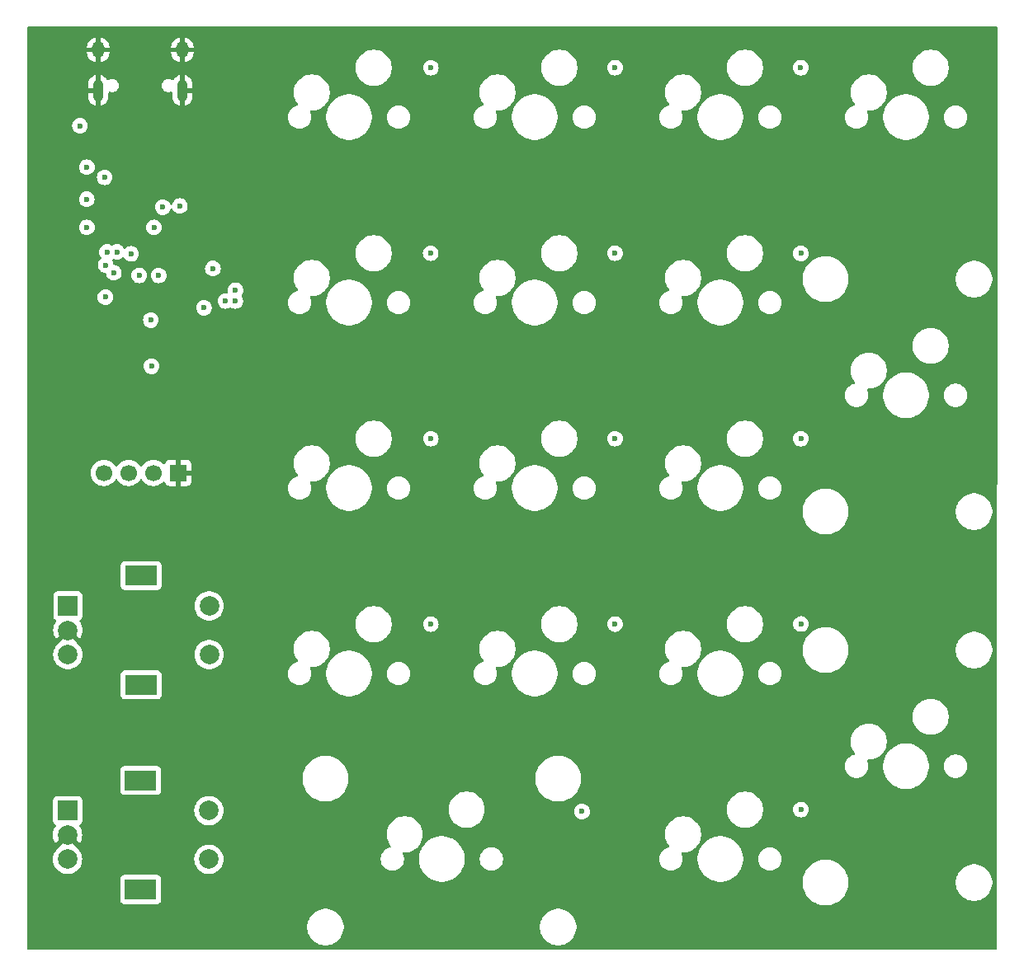
<source format=gbr>
%TF.GenerationSoftware,KiCad,Pcbnew,8.0.4*%
%TF.CreationDate,2024-08-20T22:26:34+10:00*%
%TF.ProjectId,banana17_main,62616e61-6e61-4313-975f-6d61696e2e6b,rev?*%
%TF.SameCoordinates,Original*%
%TF.FileFunction,Copper,L2,Inr*%
%TF.FilePolarity,Positive*%
%FSLAX46Y46*%
G04 Gerber Fmt 4.6, Leading zero omitted, Abs format (unit mm)*
G04 Created by KiCad (PCBNEW 8.0.4) date 2024-08-20 22:26:34*
%MOMM*%
%LPD*%
G01*
G04 APERTURE LIST*
%TA.AperFunction,ComponentPad*%
%ADD10C,2.000000*%
%TD*%
%TA.AperFunction,ComponentPad*%
%ADD11R,3.200000X2.000000*%
%TD*%
%TA.AperFunction,ComponentPad*%
%ADD12R,2.000000X2.000000*%
%TD*%
%TA.AperFunction,ComponentPad*%
%ADD13C,1.700000*%
%TD*%
%TA.AperFunction,ComponentPad*%
%ADD14R,1.700000X1.700000*%
%TD*%
%TA.AperFunction,ComponentPad*%
%ADD15O,1.100000X2.200000*%
%TD*%
%TA.AperFunction,ComponentPad*%
%ADD16O,1.300000X1.700000*%
%TD*%
%TA.AperFunction,ViaPad*%
%ADD17C,0.600000*%
%TD*%
G04 APERTURE END LIST*
D10*
%TO.N,ROW5*%
%TO.C,ENC2*%
X111830000Y-135550000D03*
%TO.N,Net-(ENC_D2-A)*%
X111830000Y-140550000D03*
D11*
%TO.N,N/C*%
X104830000Y-143650000D03*
X104830000Y-132450000D03*
D10*
%TO.N,GND*%
X97330000Y-138050000D03*
%TO.N,ENC2_B*%
X97330000Y-140550000D03*
D12*
%TO.N,ENC2_A*%
X97330000Y-135550000D03*
%TD*%
%TO.N,ENC1_A*%
%TO.C,ENC1*%
X97360000Y-114520000D03*
D10*
%TO.N,ENC1_B*%
X97360000Y-119520000D03*
%TO.N,GND*%
X97360000Y-117020000D03*
D11*
%TO.N,N/C*%
X104860000Y-111420000D03*
X104860000Y-122620000D03*
D10*
%TO.N,Net-(ENC_D1-A)*%
X111860000Y-119520000D03*
%TO.N,COL0*%
X111860000Y-114520000D03*
%TD*%
D13*
%TO.N,OLED_SDA*%
%TO.C,U3*%
X101049314Y-100858200D03*
%TO.N,OLED_SCL*%
X103589314Y-100858200D03*
%TO.N,VBUS*%
X106129314Y-100858200D03*
D14*
%TO.N,GND*%
X108669314Y-100858200D03*
%TD*%
D15*
%TO.N,GND*%
%TO.C,J1*%
X109110000Y-61593200D03*
D16*
X109110000Y-57413200D03*
D15*
X100470000Y-61593200D03*
D16*
X100470000Y-57413200D03*
%TD*%
D17*
%TO.N,GND*%
X113390000Y-85963200D03*
X107110000Y-70713200D03*
X105895547Y-96673410D03*
X103557500Y-71688200D03*
X95329426Y-67951543D03*
X111850000Y-64523200D03*
X107645000Y-81758200D03*
X97458650Y-65174560D03*
X105295000Y-81708200D03*
X103520000Y-89608200D03*
X105295000Y-82908200D03*
X100581157Y-76227202D03*
X112740000Y-78213200D03*
X103529270Y-66087828D03*
X103390000Y-75363200D03*
X106445000Y-84108200D03*
X107620000Y-82908200D03*
X102390000Y-75363200D03*
X100109030Y-79500812D03*
X107620000Y-84108200D03*
X100074066Y-84222490D03*
X112660000Y-69073200D03*
X106530706Y-66075700D03*
X106445000Y-82933200D03*
X105295000Y-84083200D03*
X103760898Y-92286114D03*
X108323058Y-76046258D03*
X106445000Y-81733200D03*
X107130000Y-74813200D03*
X107745000Y-88113200D03*
X109439831Y-92282357D03*
%TO.N,+1V1*%
X104680000Y-80573200D03*
X106677612Y-80586627D03*
X105881741Y-85167329D03*
%TO.N,+3V3*%
X99308581Y-75651395D03*
X102078988Y-80297610D03*
X106190000Y-75643200D03*
X103840000Y-78363200D03*
X99303459Y-72757352D03*
X101380365Y-78170082D03*
X98592127Y-65211215D03*
X99309719Y-69461823D03*
X102390000Y-78163200D03*
X101211095Y-82812483D03*
X112240000Y-79863200D03*
X105940000Y-89913200D03*
X101240000Y-79513200D03*
X107099740Y-73571591D03*
X108850389Y-73443519D03*
X111325000Y-83898200D03*
%TO.N,VBUS*%
X101140000Y-70513200D03*
%TO.N,COL1*%
X134600000Y-59242193D03*
X114565968Y-82098200D03*
X134588887Y-78290753D03*
X134600000Y-97340658D03*
X134600000Y-116387498D03*
%TO.N,COL2*%
X153498451Y-59239807D03*
X153509376Y-116387484D03*
X153498409Y-97345459D03*
X153498451Y-78289504D03*
X150110000Y-135640000D03*
X114540000Y-83213200D03*
%TO.N,COL3*%
X172570000Y-78320000D03*
X113540000Y-83213200D03*
X172580000Y-135440000D03*
X172580000Y-116380000D03*
X172570000Y-97340602D03*
X172560000Y-59240000D03*
%TD*%
%TA.AperFunction,Conductor*%
%TO.N,GND*%
G36*
X192595434Y-54990461D02*
G01*
X192662470Y-55010152D01*
X192708220Y-55062961D01*
X192719420Y-55114487D01*
X192699578Y-149725487D01*
X192679879Y-149792522D01*
X192627066Y-149838266D01*
X192575566Y-149849461D01*
X93324566Y-149839537D01*
X93257528Y-149819846D01*
X93211778Y-149767037D01*
X93200578Y-149715511D01*
X93201067Y-147382145D01*
X121920500Y-147382145D01*
X121920500Y-147627854D01*
X121920501Y-147627871D01*
X121952572Y-147871477D01*
X122016171Y-148108831D01*
X122110199Y-148335837D01*
X122110206Y-148335852D01*
X122233065Y-148548650D01*
X122382650Y-148743594D01*
X122382656Y-148743601D01*
X122556398Y-148917343D01*
X122556405Y-148917349D01*
X122751349Y-149066934D01*
X122964147Y-149189793D01*
X122964162Y-149189800D01*
X123061993Y-149230322D01*
X123191169Y-149283829D01*
X123428519Y-149347427D01*
X123672139Y-149379500D01*
X123672146Y-149379500D01*
X123917854Y-149379500D01*
X123917861Y-149379500D01*
X124161481Y-149347427D01*
X124398831Y-149283829D01*
X124625849Y-149189795D01*
X124838651Y-149066934D01*
X125033596Y-148917348D01*
X125207348Y-148743596D01*
X125356934Y-148548651D01*
X125479795Y-148335849D01*
X125573829Y-148108831D01*
X125637427Y-147871481D01*
X125669500Y-147627861D01*
X125669500Y-147382145D01*
X145796500Y-147382145D01*
X145796500Y-147627854D01*
X145796501Y-147627871D01*
X145828572Y-147871477D01*
X145892171Y-148108831D01*
X145986199Y-148335837D01*
X145986206Y-148335852D01*
X146109065Y-148548650D01*
X146258650Y-148743594D01*
X146258656Y-148743601D01*
X146432398Y-148917343D01*
X146432405Y-148917349D01*
X146627349Y-149066934D01*
X146840147Y-149189793D01*
X146840162Y-149189800D01*
X146937993Y-149230322D01*
X147067169Y-149283829D01*
X147304519Y-149347427D01*
X147548139Y-149379500D01*
X147548146Y-149379500D01*
X147793854Y-149379500D01*
X147793861Y-149379500D01*
X148037481Y-149347427D01*
X148274831Y-149283829D01*
X148501849Y-149189795D01*
X148714651Y-149066934D01*
X148909596Y-148917348D01*
X149083348Y-148743596D01*
X149232934Y-148548651D01*
X149355795Y-148335849D01*
X149449829Y-148108831D01*
X149513427Y-147871481D01*
X149545500Y-147627861D01*
X149545500Y-147382139D01*
X149513427Y-147138519D01*
X149449829Y-146901169D01*
X149355795Y-146674151D01*
X149232934Y-146461349D01*
X149083348Y-146266404D01*
X149083343Y-146266398D01*
X148909601Y-146092656D01*
X148909594Y-146092650D01*
X148714650Y-145943065D01*
X148501852Y-145820206D01*
X148501837Y-145820199D01*
X148274831Y-145726171D01*
X148037477Y-145662572D01*
X147793871Y-145630501D01*
X147793866Y-145630500D01*
X147793861Y-145630500D01*
X147548139Y-145630500D01*
X147548133Y-145630500D01*
X147548128Y-145630501D01*
X147304522Y-145662572D01*
X147067168Y-145726171D01*
X146840162Y-145820199D01*
X146840147Y-145820206D01*
X146627349Y-145943065D01*
X146432405Y-146092650D01*
X146432398Y-146092656D01*
X146258656Y-146266398D01*
X146258650Y-146266405D01*
X146109065Y-146461349D01*
X145986206Y-146674147D01*
X145986199Y-146674162D01*
X145892171Y-146901168D01*
X145828572Y-147138522D01*
X145796501Y-147382128D01*
X145796500Y-147382145D01*
X125669500Y-147382145D01*
X125669500Y-147382139D01*
X125637427Y-147138519D01*
X125573829Y-146901169D01*
X125479795Y-146674151D01*
X125356934Y-146461349D01*
X125207348Y-146266404D01*
X125207343Y-146266398D01*
X125033601Y-146092656D01*
X125033594Y-146092650D01*
X124838650Y-145943065D01*
X124625852Y-145820206D01*
X124625837Y-145820199D01*
X124398831Y-145726171D01*
X124161477Y-145662572D01*
X123917871Y-145630501D01*
X123917866Y-145630500D01*
X123917861Y-145630500D01*
X123672139Y-145630500D01*
X123672133Y-145630500D01*
X123672128Y-145630501D01*
X123428522Y-145662572D01*
X123191168Y-145726171D01*
X122964162Y-145820199D01*
X122964147Y-145820206D01*
X122751349Y-145943065D01*
X122556405Y-146092650D01*
X122556398Y-146092656D01*
X122382656Y-146266398D01*
X122382650Y-146266405D01*
X122233065Y-146461349D01*
X122110206Y-146674147D01*
X122110199Y-146674162D01*
X122016171Y-146901168D01*
X121952572Y-147138522D01*
X121920501Y-147382128D01*
X121920500Y-147382145D01*
X93201067Y-147382145D01*
X93201216Y-146674147D01*
X93202070Y-142602135D01*
X102729500Y-142602135D01*
X102729500Y-144697870D01*
X102729501Y-144697876D01*
X102735908Y-144757483D01*
X102786202Y-144892328D01*
X102786206Y-144892335D01*
X102872452Y-145007544D01*
X102872455Y-145007547D01*
X102987664Y-145093793D01*
X102987671Y-145093797D01*
X103122517Y-145144091D01*
X103122516Y-145144091D01*
X103129444Y-145144835D01*
X103182127Y-145150500D01*
X106477872Y-145150499D01*
X106537483Y-145144091D01*
X106672331Y-145093796D01*
X106787546Y-145007546D01*
X106873796Y-144892331D01*
X106924091Y-144757483D01*
X106930500Y-144697873D01*
X106930499Y-142602128D01*
X106924091Y-142542517D01*
X106898340Y-142473476D01*
X106873797Y-142407671D01*
X106873793Y-142407664D01*
X106787547Y-142292455D01*
X106787544Y-142292452D01*
X106672335Y-142206206D01*
X106672328Y-142206202D01*
X106537482Y-142155908D01*
X106537483Y-142155908D01*
X106477883Y-142149501D01*
X106477881Y-142149500D01*
X106477873Y-142149500D01*
X106477864Y-142149500D01*
X103182129Y-142149500D01*
X103182123Y-142149501D01*
X103122516Y-142155908D01*
X102987671Y-142206202D01*
X102987664Y-142206206D01*
X102872455Y-142292452D01*
X102872452Y-142292455D01*
X102786206Y-142407664D01*
X102786202Y-142407671D01*
X102735908Y-142542517D01*
X102729501Y-142602116D01*
X102729501Y-142602123D01*
X102729500Y-142602135D01*
X93202070Y-142602135D01*
X93202500Y-140549994D01*
X95824357Y-140549994D01*
X95824357Y-140550005D01*
X95844890Y-140797812D01*
X95844892Y-140797824D01*
X95905936Y-141038881D01*
X96005826Y-141266606D01*
X96141833Y-141474782D01*
X96141836Y-141474785D01*
X96310256Y-141657738D01*
X96506491Y-141810474D01*
X96725190Y-141928828D01*
X96960386Y-142009571D01*
X97205665Y-142050500D01*
X97454335Y-142050500D01*
X97699614Y-142009571D01*
X97934810Y-141928828D01*
X98153509Y-141810474D01*
X98349744Y-141657738D01*
X98518164Y-141474785D01*
X98654173Y-141266607D01*
X98754063Y-141038881D01*
X98815108Y-140797821D01*
X98815109Y-140797812D01*
X98835643Y-140550005D01*
X98835643Y-140549994D01*
X110324357Y-140549994D01*
X110324357Y-140550005D01*
X110344890Y-140797812D01*
X110344892Y-140797824D01*
X110405936Y-141038881D01*
X110505826Y-141266606D01*
X110641833Y-141474782D01*
X110641836Y-141474785D01*
X110810256Y-141657738D01*
X111006491Y-141810474D01*
X111225190Y-141928828D01*
X111460386Y-142009571D01*
X111705665Y-142050500D01*
X111954335Y-142050500D01*
X112199614Y-142009571D01*
X112434810Y-141928828D01*
X112653509Y-141810474D01*
X112849744Y-141657738D01*
X113018164Y-141474785D01*
X113154173Y-141266607D01*
X113254063Y-141038881D01*
X113315108Y-140797821D01*
X113315109Y-140797812D01*
X113335643Y-140550005D01*
X113335643Y-140549994D01*
X113325322Y-140425442D01*
X129451600Y-140425442D01*
X129451600Y-140614557D01*
X129481181Y-140801325D01*
X129481182Y-140801329D01*
X129539081Y-140979523D01*
X129539620Y-140981180D01*
X129625470Y-141149670D01*
X129637774Y-141166605D01*
X129736623Y-141302660D01*
X129870340Y-141436377D01*
X130023329Y-141547529D01*
X130191822Y-141633381D01*
X130371671Y-141691818D01*
X130441712Y-141702911D01*
X130558443Y-141721400D01*
X130558448Y-141721400D01*
X130747557Y-141721400D01*
X130851317Y-141704965D01*
X130934329Y-141691818D01*
X131114178Y-141633381D01*
X131282671Y-141547529D01*
X131435660Y-141436377D01*
X131569377Y-141302660D01*
X131680529Y-141149671D01*
X131766381Y-140981178D01*
X131824818Y-140801329D01*
X131839559Y-140708254D01*
X131854400Y-140614557D01*
X131854400Y-140425442D01*
X131845038Y-140366332D01*
X133388600Y-140366332D01*
X133388600Y-140673667D01*
X133408638Y-140825861D01*
X133428714Y-140978351D01*
X133505952Y-141266607D01*
X133508254Y-141275199D01*
X133508257Y-141275209D01*
X133609925Y-141520656D01*
X133625860Y-141559126D01*
X133779520Y-141825273D01*
X133779522Y-141825276D01*
X133779523Y-141825277D01*
X133966603Y-142069085D01*
X133966609Y-142069092D01*
X134183907Y-142286390D01*
X134183914Y-142286396D01*
X134239656Y-142329168D01*
X134427727Y-142473480D01*
X134693874Y-142627140D01*
X134977800Y-142744746D01*
X135274649Y-142824286D01*
X135579340Y-142864400D01*
X135579347Y-142864400D01*
X135886653Y-142864400D01*
X135886660Y-142864400D01*
X136191351Y-142824286D01*
X136488200Y-142744746D01*
X136772126Y-142627140D01*
X137038273Y-142473480D01*
X137282087Y-142286395D01*
X137499395Y-142069087D01*
X137686480Y-141825273D01*
X137840140Y-141559126D01*
X137957746Y-141275200D01*
X138037286Y-140978351D01*
X138077400Y-140673660D01*
X138077400Y-140425442D01*
X139611600Y-140425442D01*
X139611600Y-140614557D01*
X139641181Y-140801325D01*
X139641182Y-140801329D01*
X139699081Y-140979523D01*
X139699620Y-140981180D01*
X139785470Y-141149670D01*
X139797774Y-141166605D01*
X139896623Y-141302660D01*
X140030340Y-141436377D01*
X140183329Y-141547529D01*
X140351822Y-141633381D01*
X140531671Y-141691818D01*
X140601712Y-141702911D01*
X140718443Y-141721400D01*
X140718448Y-141721400D01*
X140907557Y-141721400D01*
X141011317Y-141704965D01*
X141094329Y-141691818D01*
X141274178Y-141633381D01*
X141442671Y-141547529D01*
X141595660Y-141436377D01*
X141729377Y-141302660D01*
X141840529Y-141149671D01*
X141926381Y-140981178D01*
X141984818Y-140801329D01*
X141999559Y-140708254D01*
X142014400Y-140614557D01*
X142014400Y-140425442D01*
X158026600Y-140425442D01*
X158026600Y-140614557D01*
X158056181Y-140801325D01*
X158056182Y-140801329D01*
X158114081Y-140979523D01*
X158114620Y-140981180D01*
X158200470Y-141149670D01*
X158212774Y-141166605D01*
X158311623Y-141302660D01*
X158445340Y-141436377D01*
X158598329Y-141547529D01*
X158766822Y-141633381D01*
X158946671Y-141691818D01*
X159016712Y-141702911D01*
X159133443Y-141721400D01*
X159133448Y-141721400D01*
X159322557Y-141721400D01*
X159426317Y-141704965D01*
X159509329Y-141691818D01*
X159689178Y-141633381D01*
X159857671Y-141547529D01*
X160010660Y-141436377D01*
X160144377Y-141302660D01*
X160255529Y-141149671D01*
X160341381Y-140981178D01*
X160399818Y-140801329D01*
X160414559Y-140708254D01*
X160429400Y-140614557D01*
X160429400Y-140425442D01*
X160420038Y-140366332D01*
X161963600Y-140366332D01*
X161963600Y-140673667D01*
X161983638Y-140825861D01*
X162003714Y-140978351D01*
X162080952Y-141266607D01*
X162083254Y-141275199D01*
X162083257Y-141275209D01*
X162184925Y-141520656D01*
X162200860Y-141559126D01*
X162354520Y-141825273D01*
X162354522Y-141825276D01*
X162354523Y-141825277D01*
X162541603Y-142069085D01*
X162541609Y-142069092D01*
X162758907Y-142286390D01*
X162758914Y-142286396D01*
X162814656Y-142329168D01*
X163002727Y-142473480D01*
X163268874Y-142627140D01*
X163552800Y-142744746D01*
X163849649Y-142824286D01*
X164154340Y-142864400D01*
X164154347Y-142864400D01*
X164461653Y-142864400D01*
X164461660Y-142864400D01*
X164766351Y-142824286D01*
X164934123Y-142779332D01*
X172758600Y-142779332D01*
X172758600Y-143086667D01*
X172786618Y-143299477D01*
X172798714Y-143391351D01*
X172798715Y-143391353D01*
X172878254Y-143688199D01*
X172878257Y-143688209D01*
X172995857Y-143972119D01*
X172995861Y-143972128D01*
X173023983Y-144020836D01*
X173149520Y-144238273D01*
X173149522Y-144238276D01*
X173149523Y-144238277D01*
X173336603Y-144482085D01*
X173336609Y-144482092D01*
X173553907Y-144699390D01*
X173553913Y-144699395D01*
X173797727Y-144886480D01*
X174063874Y-145040140D01*
X174283472Y-145131100D01*
X174330306Y-145150500D01*
X174347800Y-145157746D01*
X174644649Y-145237286D01*
X174949340Y-145277400D01*
X174949347Y-145277400D01*
X175256653Y-145277400D01*
X175256660Y-145277400D01*
X175561351Y-145237286D01*
X175858200Y-145157746D01*
X176142126Y-145040140D01*
X176408273Y-144886480D01*
X176652087Y-144699395D01*
X176869395Y-144482087D01*
X177056480Y-144238273D01*
X177210140Y-143972126D01*
X177327746Y-143688200D01*
X177407286Y-143391351D01*
X177447400Y-143086660D01*
X177447400Y-142810145D01*
X188468500Y-142810145D01*
X188468500Y-143055854D01*
X188468501Y-143055871D01*
X188500572Y-143299477D01*
X188564171Y-143536831D01*
X188658199Y-143763837D01*
X188658206Y-143763852D01*
X188781065Y-143976650D01*
X188930650Y-144171594D01*
X188930656Y-144171601D01*
X189104398Y-144345343D01*
X189104405Y-144345349D01*
X189299349Y-144494934D01*
X189512147Y-144617793D01*
X189512162Y-144617800D01*
X189609993Y-144658322D01*
X189739169Y-144711829D01*
X189976519Y-144775427D01*
X190220139Y-144807500D01*
X190220146Y-144807500D01*
X190465854Y-144807500D01*
X190465861Y-144807500D01*
X190709481Y-144775427D01*
X190946831Y-144711829D01*
X191173849Y-144617795D01*
X191386651Y-144494934D01*
X191581596Y-144345348D01*
X191755348Y-144171596D01*
X191904934Y-143976651D01*
X192027795Y-143763849D01*
X192121829Y-143536831D01*
X192185427Y-143299481D01*
X192217500Y-143055861D01*
X192217500Y-142810139D01*
X192185427Y-142566519D01*
X192121829Y-142329169D01*
X192059126Y-142177790D01*
X192027800Y-142102162D01*
X192027793Y-142102147D01*
X191904934Y-141889349D01*
X191755349Y-141694405D01*
X191755343Y-141694398D01*
X191581601Y-141520656D01*
X191581594Y-141520650D01*
X191386650Y-141371065D01*
X191173852Y-141248206D01*
X191173837Y-141248199D01*
X190946831Y-141154171D01*
X190709477Y-141090572D01*
X190465871Y-141058501D01*
X190465866Y-141058500D01*
X190465861Y-141058500D01*
X190220139Y-141058500D01*
X190220133Y-141058500D01*
X190220128Y-141058501D01*
X189976522Y-141090572D01*
X189739168Y-141154171D01*
X189512162Y-141248199D01*
X189512147Y-141248206D01*
X189299349Y-141371065D01*
X189104405Y-141520650D01*
X189104398Y-141520656D01*
X188930656Y-141694398D01*
X188930650Y-141694405D01*
X188781065Y-141889349D01*
X188658206Y-142102147D01*
X188658199Y-142102162D01*
X188564171Y-142329168D01*
X188500572Y-142566522D01*
X188468501Y-142810128D01*
X188468500Y-142810145D01*
X177447400Y-142810145D01*
X177447400Y-142779340D01*
X177407286Y-142474649D01*
X177327746Y-142177800D01*
X177318678Y-142155909D01*
X177296411Y-142102151D01*
X177210140Y-141893874D01*
X177056480Y-141627727D01*
X176974322Y-141520656D01*
X176869396Y-141383914D01*
X176869390Y-141383907D01*
X176652092Y-141166609D01*
X176652085Y-141166603D01*
X176408277Y-140979523D01*
X176408276Y-140979522D01*
X176408273Y-140979520D01*
X176142126Y-140825860D01*
X176082903Y-140801329D01*
X175858209Y-140708257D01*
X175858202Y-140708255D01*
X175858200Y-140708254D01*
X175561351Y-140628714D01*
X175510430Y-140622010D01*
X175256667Y-140588600D01*
X175256660Y-140588600D01*
X174949340Y-140588600D01*
X174949332Y-140588600D01*
X174659316Y-140626782D01*
X174644649Y-140628714D01*
X174476881Y-140673667D01*
X174347800Y-140708254D01*
X174347790Y-140708257D01*
X174063880Y-140825857D01*
X174063871Y-140825861D01*
X173833379Y-140958936D01*
X173799768Y-140978342D01*
X173797722Y-140979523D01*
X173553914Y-141166603D01*
X173553907Y-141166609D01*
X173336609Y-141383907D01*
X173336603Y-141383914D01*
X173149523Y-141627722D01*
X172995861Y-141893871D01*
X172995857Y-141893880D01*
X172878257Y-142177790D01*
X172878254Y-142177800D01*
X172816663Y-142407664D01*
X172798715Y-142474646D01*
X172798713Y-142474657D01*
X172758600Y-142779332D01*
X164934123Y-142779332D01*
X165063200Y-142744746D01*
X165347126Y-142627140D01*
X165613273Y-142473480D01*
X165857087Y-142286395D01*
X166074395Y-142069087D01*
X166261480Y-141825273D01*
X166415140Y-141559126D01*
X166532746Y-141275200D01*
X166612286Y-140978351D01*
X166652400Y-140673660D01*
X166652400Y-140425442D01*
X168186600Y-140425442D01*
X168186600Y-140614557D01*
X168216181Y-140801325D01*
X168216182Y-140801329D01*
X168274081Y-140979523D01*
X168274620Y-140981180D01*
X168360470Y-141149670D01*
X168372774Y-141166605D01*
X168471623Y-141302660D01*
X168605340Y-141436377D01*
X168758329Y-141547529D01*
X168926822Y-141633381D01*
X169106671Y-141691818D01*
X169176712Y-141702911D01*
X169293443Y-141721400D01*
X169293448Y-141721400D01*
X169482557Y-141721400D01*
X169586317Y-141704965D01*
X169669329Y-141691818D01*
X169849178Y-141633381D01*
X170017671Y-141547529D01*
X170170660Y-141436377D01*
X170304377Y-141302660D01*
X170415529Y-141149671D01*
X170501381Y-140981178D01*
X170559818Y-140801329D01*
X170574559Y-140708254D01*
X170589400Y-140614557D01*
X170589400Y-140425442D01*
X170559818Y-140238674D01*
X170559818Y-140238671D01*
X170501381Y-140058822D01*
X170415529Y-139890329D01*
X170304377Y-139737340D01*
X170170660Y-139603623D01*
X170017670Y-139492470D01*
X169849180Y-139406620D01*
X169849179Y-139406619D01*
X169849178Y-139406619D01*
X169669329Y-139348182D01*
X169669327Y-139348181D01*
X169669325Y-139348181D01*
X169482557Y-139318600D01*
X169482552Y-139318600D01*
X169293448Y-139318600D01*
X169293443Y-139318600D01*
X169106674Y-139348181D01*
X168926819Y-139406620D01*
X168758329Y-139492470D01*
X168605339Y-139603623D01*
X168471623Y-139737339D01*
X168360470Y-139890329D01*
X168274620Y-140058819D01*
X168216181Y-140238674D01*
X168186600Y-140425442D01*
X166652400Y-140425442D01*
X166652400Y-140366340D01*
X166612286Y-140061649D01*
X166532746Y-139764800D01*
X166415140Y-139480874D01*
X166261480Y-139214727D01*
X166074395Y-138970913D01*
X166074390Y-138970907D01*
X165857092Y-138753609D01*
X165857085Y-138753603D01*
X165613277Y-138566523D01*
X165613276Y-138566522D01*
X165613273Y-138566520D01*
X165347126Y-138412860D01*
X165324657Y-138403553D01*
X165063209Y-138295257D01*
X165063202Y-138295255D01*
X165063200Y-138295254D01*
X164766351Y-138215714D01*
X164715430Y-138209010D01*
X164461667Y-138175600D01*
X164461660Y-138175600D01*
X164154340Y-138175600D01*
X164154332Y-138175600D01*
X163864316Y-138213782D01*
X163849649Y-138215714D01*
X163747842Y-138242993D01*
X163552800Y-138295254D01*
X163552790Y-138295257D01*
X163268880Y-138412857D01*
X163268871Y-138412861D01*
X163090360Y-138515925D01*
X163031341Y-138550000D01*
X163002722Y-138566523D01*
X162758914Y-138753603D01*
X162758907Y-138753609D01*
X162541609Y-138970907D01*
X162541603Y-138970914D01*
X162354523Y-139214722D01*
X162200861Y-139480871D01*
X162200857Y-139480880D01*
X162083257Y-139764790D01*
X162083254Y-139764800D01*
X162004472Y-140058822D01*
X162003715Y-140061646D01*
X162003713Y-140061657D01*
X161963600Y-140366332D01*
X160420038Y-140366332D01*
X160399818Y-140238674D01*
X160399818Y-140238671D01*
X160341381Y-140058822D01*
X160316910Y-140010795D01*
X160304014Y-139942126D01*
X160330290Y-139877385D01*
X160387397Y-139837128D01*
X160427395Y-139830500D01*
X160619289Y-139830500D01*
X160667388Y-139824167D01*
X160859789Y-139798838D01*
X161094100Y-139736054D01*
X161318212Y-139643224D01*
X161528289Y-139521936D01*
X161720738Y-139374265D01*
X161892265Y-139202738D01*
X162039936Y-139010289D01*
X162161224Y-138800212D01*
X162254054Y-138576100D01*
X162316838Y-138341789D01*
X162348500Y-138101288D01*
X162348500Y-137858712D01*
X162316838Y-137618211D01*
X162254054Y-137383900D01*
X162161224Y-137159788D01*
X162039936Y-136949711D01*
X161933096Y-136810474D01*
X161892266Y-136757263D01*
X161892260Y-136757256D01*
X161720743Y-136585739D01*
X161720736Y-136585733D01*
X161528293Y-136438067D01*
X161528292Y-136438066D01*
X161528289Y-136438064D01*
X161318212Y-136316776D01*
X161318205Y-136316773D01*
X161094104Y-136223947D01*
X160859785Y-136161161D01*
X160619289Y-136129500D01*
X160619288Y-136129500D01*
X160376712Y-136129500D01*
X160376711Y-136129500D01*
X160136214Y-136161161D01*
X159901895Y-136223947D01*
X159677794Y-136316773D01*
X159677785Y-136316777D01*
X159467706Y-136438067D01*
X159275263Y-136585733D01*
X159275256Y-136585739D01*
X159103739Y-136757256D01*
X159103733Y-136757263D01*
X158956067Y-136949706D01*
X158834777Y-137159785D01*
X158834773Y-137159794D01*
X158741947Y-137383895D01*
X158679161Y-137618214D01*
X158647500Y-137858711D01*
X158647500Y-138101288D01*
X158679161Y-138341785D01*
X158741947Y-138576104D01*
X158815470Y-138753603D01*
X158834776Y-138800212D01*
X158956064Y-139010289D01*
X158956066Y-139010292D01*
X158956067Y-139010293D01*
X159059343Y-139144886D01*
X159084537Y-139210055D01*
X159070498Y-139278500D01*
X159021684Y-139328490D01*
X158980366Y-139342845D01*
X158946673Y-139348181D01*
X158766819Y-139406620D01*
X158598329Y-139492470D01*
X158445339Y-139603623D01*
X158311623Y-139737339D01*
X158200470Y-139890329D01*
X158114620Y-140058819D01*
X158056181Y-140238674D01*
X158026600Y-140425442D01*
X142014400Y-140425442D01*
X141984818Y-140238674D01*
X141984818Y-140238671D01*
X141926381Y-140058822D01*
X141840529Y-139890329D01*
X141729377Y-139737340D01*
X141595660Y-139603623D01*
X141442670Y-139492470D01*
X141274180Y-139406620D01*
X141274179Y-139406619D01*
X141274178Y-139406619D01*
X141094329Y-139348182D01*
X141094327Y-139348181D01*
X141094325Y-139348181D01*
X140907557Y-139318600D01*
X140907552Y-139318600D01*
X140718448Y-139318600D01*
X140718443Y-139318600D01*
X140531674Y-139348181D01*
X140351819Y-139406620D01*
X140183329Y-139492470D01*
X140030339Y-139603623D01*
X139896623Y-139737339D01*
X139785470Y-139890329D01*
X139699620Y-140058819D01*
X139641181Y-140238674D01*
X139611600Y-140425442D01*
X138077400Y-140425442D01*
X138077400Y-140366340D01*
X138037286Y-140061649D01*
X137957746Y-139764800D01*
X137840140Y-139480874D01*
X137686480Y-139214727D01*
X137499395Y-138970913D01*
X137499390Y-138970907D01*
X137282092Y-138753609D01*
X137282085Y-138753603D01*
X137038277Y-138566523D01*
X137038276Y-138566522D01*
X137038273Y-138566520D01*
X136772126Y-138412860D01*
X136749657Y-138403553D01*
X136488209Y-138295257D01*
X136488202Y-138295255D01*
X136488200Y-138295254D01*
X136191351Y-138215714D01*
X136140430Y-138209010D01*
X135886667Y-138175600D01*
X135886660Y-138175600D01*
X135579340Y-138175600D01*
X135579332Y-138175600D01*
X135289316Y-138213782D01*
X135274649Y-138215714D01*
X135172842Y-138242993D01*
X134977800Y-138295254D01*
X134977790Y-138295257D01*
X134693880Y-138412857D01*
X134693871Y-138412861D01*
X134515360Y-138515925D01*
X134456341Y-138550000D01*
X134427722Y-138566523D01*
X134183914Y-138753603D01*
X134183907Y-138753609D01*
X133966609Y-138970907D01*
X133966603Y-138970914D01*
X133779523Y-139214722D01*
X133625861Y-139480871D01*
X133625857Y-139480880D01*
X133508257Y-139764790D01*
X133508254Y-139764800D01*
X133429472Y-140058822D01*
X133428715Y-140061646D01*
X133428713Y-140061657D01*
X133388600Y-140366332D01*
X131845038Y-140366332D01*
X131824818Y-140238674D01*
X131824818Y-140238671D01*
X131766381Y-140058822D01*
X131741910Y-140010795D01*
X131729014Y-139942126D01*
X131755290Y-139877385D01*
X131812397Y-139837128D01*
X131852395Y-139830500D01*
X132044289Y-139830500D01*
X132092388Y-139824167D01*
X132284789Y-139798838D01*
X132519100Y-139736054D01*
X132743212Y-139643224D01*
X132953289Y-139521936D01*
X133145738Y-139374265D01*
X133317265Y-139202738D01*
X133464936Y-139010289D01*
X133586224Y-138800212D01*
X133679054Y-138576100D01*
X133741838Y-138341789D01*
X133773500Y-138101288D01*
X133773500Y-137858712D01*
X133741838Y-137618211D01*
X133679054Y-137383900D01*
X133586224Y-137159788D01*
X133464936Y-136949711D01*
X133358096Y-136810474D01*
X133317266Y-136757263D01*
X133317260Y-136757256D01*
X133145743Y-136585739D01*
X133145736Y-136585733D01*
X132953293Y-136438067D01*
X132953292Y-136438066D01*
X132953289Y-136438064D01*
X132743212Y-136316776D01*
X132743205Y-136316773D01*
X132519104Y-136223947D01*
X132284785Y-136161161D01*
X132044289Y-136129500D01*
X132044288Y-136129500D01*
X131801712Y-136129500D01*
X131801711Y-136129500D01*
X131561214Y-136161161D01*
X131326895Y-136223947D01*
X131102794Y-136316773D01*
X131102785Y-136316777D01*
X130892706Y-136438067D01*
X130700263Y-136585733D01*
X130700256Y-136585739D01*
X130528739Y-136757256D01*
X130528733Y-136757263D01*
X130381067Y-136949706D01*
X130259777Y-137159785D01*
X130259773Y-137159794D01*
X130166947Y-137383895D01*
X130104161Y-137618214D01*
X130072500Y-137858711D01*
X130072500Y-138101288D01*
X130104161Y-138341785D01*
X130166947Y-138576104D01*
X130240470Y-138753603D01*
X130259776Y-138800212D01*
X130381064Y-139010289D01*
X130381066Y-139010292D01*
X130381067Y-139010293D01*
X130484343Y-139144886D01*
X130509537Y-139210055D01*
X130495498Y-139278500D01*
X130446684Y-139328490D01*
X130405366Y-139342845D01*
X130371673Y-139348181D01*
X130191819Y-139406620D01*
X130023329Y-139492470D01*
X129870339Y-139603623D01*
X129736623Y-139737339D01*
X129625470Y-139890329D01*
X129539620Y-140058819D01*
X129481181Y-140238674D01*
X129451600Y-140425442D01*
X113325322Y-140425442D01*
X113315109Y-140302187D01*
X113315107Y-140302175D01*
X113254063Y-140061118D01*
X113154173Y-139833393D01*
X113018166Y-139625217D01*
X112996557Y-139601744D01*
X112849744Y-139442262D01*
X112653509Y-139289526D01*
X112653507Y-139289525D01*
X112653506Y-139289524D01*
X112434811Y-139171172D01*
X112434802Y-139171169D01*
X112199616Y-139090429D01*
X111954335Y-139049500D01*
X111705665Y-139049500D01*
X111460383Y-139090429D01*
X111225197Y-139171169D01*
X111225188Y-139171172D01*
X111006493Y-139289524D01*
X110810257Y-139442261D01*
X110641833Y-139625217D01*
X110505826Y-139833393D01*
X110405936Y-140061118D01*
X110344892Y-140302175D01*
X110344890Y-140302187D01*
X110324357Y-140549994D01*
X98835643Y-140549994D01*
X98815109Y-140302187D01*
X98815107Y-140302175D01*
X98754063Y-140061118D01*
X98654173Y-139833393D01*
X98518166Y-139625217D01*
X98497860Y-139603159D01*
X98349744Y-139442262D01*
X98248623Y-139363556D01*
X98207810Y-139306846D01*
X98203697Y-139277249D01*
X97459409Y-138532962D01*
X97522993Y-138515925D01*
X97637007Y-138450099D01*
X97730099Y-138357007D01*
X97795925Y-138242993D01*
X97812962Y-138179410D01*
X98553434Y-138919882D01*
X98653731Y-138766369D01*
X98753587Y-138538717D01*
X98814612Y-138297738D01*
X98814614Y-138297729D01*
X98835141Y-138050005D01*
X98835141Y-138049994D01*
X98814614Y-137802270D01*
X98814612Y-137802261D01*
X98753587Y-137561282D01*
X98653732Y-137333632D01*
X98541515Y-137161870D01*
X98521328Y-137094981D01*
X98540508Y-137027795D01*
X98571013Y-136994782D01*
X98572329Y-136993796D01*
X98572331Y-136993796D01*
X98687546Y-136907546D01*
X98773796Y-136792331D01*
X98824091Y-136657483D01*
X98830500Y-136597873D01*
X98830499Y-135549994D01*
X110324357Y-135549994D01*
X110324357Y-135550005D01*
X110344890Y-135797807D01*
X110344892Y-135797824D01*
X110405936Y-136038881D01*
X110505826Y-136266606D01*
X110641833Y-136474782D01*
X110641836Y-136474785D01*
X110810256Y-136657738D01*
X111006491Y-136810474D01*
X111225190Y-136928828D01*
X111460386Y-137009571D01*
X111705665Y-137050500D01*
X111954335Y-137050500D01*
X112199614Y-137009571D01*
X112434810Y-136928828D01*
X112653509Y-136810474D01*
X112849744Y-136657738D01*
X113018164Y-136474785D01*
X113154173Y-136266607D01*
X113254063Y-136038881D01*
X113315108Y-135797821D01*
X113315108Y-135797815D01*
X113315110Y-135797807D01*
X113335643Y-135550005D01*
X113335643Y-135549994D01*
X113316478Y-135318711D01*
X136422500Y-135318711D01*
X136422500Y-135561288D01*
X136454161Y-135801785D01*
X136516947Y-136036104D01*
X136609773Y-136260205D01*
X136609777Y-136260214D01*
X136613468Y-136266607D01*
X136731064Y-136470289D01*
X136731066Y-136470292D01*
X136731067Y-136470293D01*
X136878733Y-136662736D01*
X136878739Y-136662743D01*
X137050256Y-136834260D01*
X137050262Y-136834265D01*
X137242711Y-136981936D01*
X137452788Y-137103224D01*
X137676900Y-137196054D01*
X137911211Y-137258838D01*
X138091586Y-137282584D01*
X138151711Y-137290500D01*
X138151712Y-137290500D01*
X138394289Y-137290500D01*
X138442388Y-137284167D01*
X138634789Y-137258838D01*
X138869100Y-137196054D01*
X139093212Y-137103224D01*
X139303289Y-136981936D01*
X139495738Y-136834265D01*
X139667265Y-136662738D01*
X139814936Y-136470289D01*
X139936224Y-136260212D01*
X140029054Y-136036100D01*
X140091838Y-135801789D01*
X140113138Y-135639996D01*
X149304435Y-135639996D01*
X149304435Y-135640003D01*
X149324630Y-135819249D01*
X149324631Y-135819254D01*
X149384211Y-135989523D01*
X149413480Y-136036104D01*
X149480184Y-136142262D01*
X149607738Y-136269816D01*
X149760478Y-136365789D01*
X149930745Y-136425368D01*
X149930750Y-136425369D01*
X150109996Y-136445565D01*
X150110000Y-136445565D01*
X150110004Y-136445565D01*
X150289249Y-136425369D01*
X150289252Y-136425368D01*
X150289255Y-136425368D01*
X150459522Y-136365789D01*
X150612262Y-136269816D01*
X150739816Y-136142262D01*
X150835789Y-135989522D01*
X150895368Y-135819255D01*
X150897336Y-135801789D01*
X150915565Y-135640003D01*
X150915565Y-135639996D01*
X150895369Y-135460750D01*
X150895368Y-135460745D01*
X150888108Y-135439996D01*
X150845668Y-135318711D01*
X164997500Y-135318711D01*
X164997500Y-135561288D01*
X165029161Y-135801785D01*
X165091947Y-136036104D01*
X165184773Y-136260205D01*
X165184777Y-136260214D01*
X165188468Y-136266607D01*
X165306064Y-136470289D01*
X165306066Y-136470292D01*
X165306067Y-136470293D01*
X165453733Y-136662736D01*
X165453739Y-136662743D01*
X165625256Y-136834260D01*
X165625262Y-136834265D01*
X165817711Y-136981936D01*
X166027788Y-137103224D01*
X166251900Y-137196054D01*
X166486211Y-137258838D01*
X166666586Y-137282584D01*
X166726711Y-137290500D01*
X166726712Y-137290500D01*
X166969289Y-137290500D01*
X167017388Y-137284167D01*
X167209789Y-137258838D01*
X167444100Y-137196054D01*
X167668212Y-137103224D01*
X167878289Y-136981936D01*
X168070738Y-136834265D01*
X168242265Y-136662738D01*
X168389936Y-136470289D01*
X168511224Y-136260212D01*
X168604054Y-136036100D01*
X168666838Y-135801789D01*
X168698500Y-135561288D01*
X168698500Y-135439996D01*
X171774435Y-135439996D01*
X171774435Y-135440003D01*
X171794630Y-135619249D01*
X171794631Y-135619254D01*
X171854211Y-135789523D01*
X171950184Y-135942262D01*
X172077738Y-136069816D01*
X172168080Y-136126582D01*
X172223112Y-136161161D01*
X172230478Y-136165789D01*
X172396681Y-136223946D01*
X172400745Y-136225368D01*
X172400750Y-136225369D01*
X172579996Y-136245565D01*
X172580000Y-136245565D01*
X172580004Y-136245565D01*
X172759249Y-136225369D01*
X172759252Y-136225368D01*
X172759255Y-136225368D01*
X172929522Y-136165789D01*
X173082262Y-136069816D01*
X173209816Y-135942262D01*
X173305789Y-135789522D01*
X173365368Y-135619255D01*
X173365369Y-135619249D01*
X173385565Y-135440003D01*
X173385565Y-135439996D01*
X173365369Y-135260750D01*
X173365368Y-135260745D01*
X173322326Y-135137738D01*
X173305789Y-135090478D01*
X173287341Y-135061119D01*
X173209815Y-134937737D01*
X173082262Y-134810184D01*
X172929523Y-134714211D01*
X172759254Y-134654631D01*
X172759249Y-134654630D01*
X172580004Y-134634435D01*
X172579996Y-134634435D01*
X172400750Y-134654630D01*
X172400745Y-134654631D01*
X172230476Y-134714211D01*
X172077737Y-134810184D01*
X171950184Y-134937737D01*
X171854211Y-135090476D01*
X171794631Y-135260745D01*
X171794630Y-135260750D01*
X171774435Y-135439996D01*
X168698500Y-135439996D01*
X168698500Y-135318712D01*
X168696324Y-135302187D01*
X168690584Y-135258586D01*
X168666838Y-135078211D01*
X168604054Y-134843900D01*
X168600133Y-134834435D01*
X168550335Y-134714211D01*
X168511224Y-134619788D01*
X168389936Y-134409711D01*
X168297715Y-134289526D01*
X168242266Y-134217263D01*
X168242260Y-134217256D01*
X168070743Y-134045739D01*
X168070736Y-134045733D01*
X167878293Y-133898067D01*
X167878292Y-133898066D01*
X167878289Y-133898064D01*
X167668212Y-133776776D01*
X167668205Y-133776773D01*
X167444104Y-133683947D01*
X167209785Y-133621161D01*
X166969289Y-133589500D01*
X166969288Y-133589500D01*
X166726712Y-133589500D01*
X166726711Y-133589500D01*
X166486214Y-133621161D01*
X166251895Y-133683947D01*
X166027794Y-133776773D01*
X166027785Y-133776777D01*
X165845851Y-133881817D01*
X165825104Y-133893796D01*
X165817706Y-133898067D01*
X165625263Y-134045733D01*
X165625256Y-134045739D01*
X165453739Y-134217256D01*
X165453733Y-134217263D01*
X165306067Y-134409706D01*
X165184777Y-134619785D01*
X165184773Y-134619794D01*
X165091947Y-134843895D01*
X165029161Y-135078214D01*
X164997500Y-135318711D01*
X150845668Y-135318711D01*
X150835789Y-135290478D01*
X150817106Y-135260745D01*
X150739815Y-135137737D01*
X150612262Y-135010184D01*
X150459523Y-134914211D01*
X150289254Y-134854631D01*
X150289249Y-134854630D01*
X150110004Y-134834435D01*
X150109996Y-134834435D01*
X149930750Y-134854630D01*
X149930745Y-134854631D01*
X149760476Y-134914211D01*
X149607737Y-135010184D01*
X149480184Y-135137737D01*
X149384211Y-135290476D01*
X149324631Y-135460745D01*
X149324630Y-135460750D01*
X149304435Y-135639996D01*
X140113138Y-135639996D01*
X140123500Y-135561288D01*
X140123500Y-135318712D01*
X140121324Y-135302187D01*
X140115584Y-135258586D01*
X140091838Y-135078211D01*
X140029054Y-134843900D01*
X140025133Y-134834435D01*
X139975335Y-134714211D01*
X139936224Y-134619788D01*
X139814936Y-134409711D01*
X139722715Y-134289526D01*
X139667266Y-134217263D01*
X139667260Y-134217256D01*
X139495743Y-134045739D01*
X139495736Y-134045733D01*
X139303293Y-133898067D01*
X139303292Y-133898066D01*
X139303289Y-133898064D01*
X139093212Y-133776776D01*
X139093205Y-133776773D01*
X138869104Y-133683947D01*
X138634785Y-133621161D01*
X138394289Y-133589500D01*
X138394288Y-133589500D01*
X138151712Y-133589500D01*
X138151711Y-133589500D01*
X137911214Y-133621161D01*
X137676895Y-133683947D01*
X137452794Y-133776773D01*
X137452785Y-133776777D01*
X137270851Y-133881817D01*
X137250104Y-133893796D01*
X137242706Y-133898067D01*
X137050263Y-134045733D01*
X137050256Y-134045739D01*
X136878739Y-134217256D01*
X136878733Y-134217263D01*
X136731067Y-134409706D01*
X136609777Y-134619785D01*
X136609773Y-134619794D01*
X136516947Y-134843895D01*
X136454161Y-135078214D01*
X136422500Y-135318711D01*
X113316478Y-135318711D01*
X113315109Y-135302187D01*
X113315107Y-135302175D01*
X113254063Y-135061118D01*
X113154173Y-134833393D01*
X113018166Y-134625217D01*
X112966676Y-134569284D01*
X112849744Y-134442262D01*
X112653509Y-134289526D01*
X112653507Y-134289525D01*
X112653506Y-134289524D01*
X112434811Y-134171172D01*
X112434802Y-134171169D01*
X112199616Y-134090429D01*
X111954335Y-134049500D01*
X111705665Y-134049500D01*
X111460383Y-134090429D01*
X111225197Y-134171169D01*
X111225188Y-134171172D01*
X111006493Y-134289524D01*
X110810257Y-134442261D01*
X110641833Y-134625217D01*
X110505826Y-134833393D01*
X110405936Y-135061118D01*
X110344892Y-135302175D01*
X110344890Y-135302187D01*
X110324357Y-135549994D01*
X98830499Y-135549994D01*
X98830499Y-134502128D01*
X98824091Y-134442517D01*
X98811855Y-134409711D01*
X98773797Y-134307671D01*
X98773793Y-134307664D01*
X98687547Y-134192455D01*
X98687544Y-134192452D01*
X98572335Y-134106206D01*
X98572328Y-134106202D01*
X98437482Y-134055908D01*
X98437483Y-134055908D01*
X98377883Y-134049501D01*
X98377881Y-134049500D01*
X98377873Y-134049500D01*
X98377864Y-134049500D01*
X96282129Y-134049500D01*
X96282123Y-134049501D01*
X96222516Y-134055908D01*
X96087671Y-134106202D01*
X96087664Y-134106206D01*
X95972455Y-134192452D01*
X95972452Y-134192455D01*
X95886206Y-134307664D01*
X95886202Y-134307671D01*
X95835908Y-134442517D01*
X95830831Y-134489745D01*
X95829501Y-134502123D01*
X95829500Y-134502135D01*
X95829500Y-136597870D01*
X95829501Y-136597876D01*
X95835908Y-136657483D01*
X95886202Y-136792328D01*
X95886206Y-136792335D01*
X95972452Y-136907544D01*
X95972455Y-136907547D01*
X96088986Y-136994783D01*
X96130857Y-137050717D01*
X96135841Y-137120408D01*
X96118484Y-137161870D01*
X96006267Y-137333631D01*
X95906412Y-137561282D01*
X95845387Y-137802261D01*
X95845385Y-137802270D01*
X95824859Y-138049994D01*
X95824859Y-138050005D01*
X95845385Y-138297729D01*
X95845387Y-138297738D01*
X95906412Y-138538717D01*
X96006266Y-138766364D01*
X96106564Y-138919882D01*
X96847037Y-138179408D01*
X96864075Y-138242993D01*
X96929901Y-138357007D01*
X97022993Y-138450099D01*
X97137007Y-138515925D01*
X97200590Y-138532962D01*
X96454100Y-139279450D01*
X96443482Y-139326148D01*
X96411376Y-139363556D01*
X96310255Y-139442262D01*
X96141833Y-139625217D01*
X96005826Y-139833393D01*
X95905936Y-140061118D01*
X95844892Y-140302175D01*
X95844890Y-140302187D01*
X95824357Y-140549994D01*
X93202500Y-140549994D01*
X93204419Y-131402135D01*
X102729500Y-131402135D01*
X102729500Y-133497870D01*
X102729501Y-133497876D01*
X102735908Y-133557483D01*
X102786202Y-133692328D01*
X102786206Y-133692335D01*
X102872452Y-133807544D01*
X102872455Y-133807547D01*
X102987664Y-133893793D01*
X102987671Y-133893797D01*
X103122517Y-133944091D01*
X103122516Y-133944091D01*
X103129444Y-133944835D01*
X103182127Y-133950500D01*
X106477872Y-133950499D01*
X106537483Y-133944091D01*
X106672331Y-133893796D01*
X106787546Y-133807546D01*
X106873796Y-133692331D01*
X106924091Y-133557483D01*
X106930500Y-133497873D01*
X106930499Y-132111332D01*
X121450600Y-132111332D01*
X121450600Y-132418667D01*
X121484010Y-132672430D01*
X121490714Y-132723351D01*
X121551036Y-132948476D01*
X121570254Y-133020199D01*
X121570257Y-133020209D01*
X121685854Y-133299284D01*
X121687860Y-133304126D01*
X121841520Y-133570273D01*
X121841522Y-133570276D01*
X121841523Y-133570277D01*
X122028603Y-133814085D01*
X122028609Y-133814092D01*
X122245907Y-134031390D01*
X122245914Y-134031396D01*
X122343403Y-134106202D01*
X122489727Y-134218480D01*
X122755874Y-134372140D01*
X123039800Y-134489746D01*
X123336649Y-134569286D01*
X123641340Y-134609400D01*
X123641347Y-134609400D01*
X123948653Y-134609400D01*
X123948660Y-134609400D01*
X124253351Y-134569286D01*
X124550200Y-134489746D01*
X124834126Y-134372140D01*
X125100273Y-134218480D01*
X125344087Y-134031395D01*
X125561395Y-133814087D01*
X125748480Y-133570273D01*
X125902140Y-133304126D01*
X126019746Y-133020200D01*
X126099286Y-132723351D01*
X126139400Y-132418660D01*
X126139400Y-132111340D01*
X126139399Y-132111332D01*
X145326600Y-132111332D01*
X145326600Y-132418667D01*
X145360010Y-132672430D01*
X145366714Y-132723351D01*
X145427036Y-132948476D01*
X145446254Y-133020199D01*
X145446257Y-133020209D01*
X145561854Y-133299284D01*
X145563860Y-133304126D01*
X145717520Y-133570273D01*
X145717522Y-133570276D01*
X145717523Y-133570277D01*
X145904603Y-133814085D01*
X145904609Y-133814092D01*
X146121907Y-134031390D01*
X146121914Y-134031396D01*
X146219403Y-134106202D01*
X146365727Y-134218480D01*
X146631874Y-134372140D01*
X146915800Y-134489746D01*
X147212649Y-134569286D01*
X147517340Y-134609400D01*
X147517347Y-134609400D01*
X147824653Y-134609400D01*
X147824660Y-134609400D01*
X148129351Y-134569286D01*
X148426200Y-134489746D01*
X148710126Y-134372140D01*
X148976273Y-134218480D01*
X149220087Y-134031395D01*
X149437395Y-133814087D01*
X149624480Y-133570273D01*
X149778140Y-133304126D01*
X149895746Y-133020200D01*
X149975286Y-132723351D01*
X150015400Y-132418660D01*
X150015400Y-132111340D01*
X149975286Y-131806649D01*
X149895746Y-131509800D01*
X149778140Y-131225874D01*
X149624480Y-130959727D01*
X149578989Y-130900442D01*
X177076600Y-130900442D01*
X177076600Y-131089557D01*
X177106181Y-131276325D01*
X177106182Y-131276329D01*
X177164619Y-131456178D01*
X177250471Y-131624671D01*
X177361623Y-131777660D01*
X177495340Y-131911377D01*
X177648329Y-132022529D01*
X177816822Y-132108381D01*
X177996671Y-132166818D01*
X178066712Y-132177911D01*
X178183443Y-132196400D01*
X178183448Y-132196400D01*
X178372557Y-132196400D01*
X178476317Y-132179965D01*
X178559329Y-132166818D01*
X178739178Y-132108381D01*
X178907671Y-132022529D01*
X179060660Y-131911377D01*
X179194377Y-131777660D01*
X179305529Y-131624671D01*
X179391381Y-131456178D01*
X179449818Y-131276329D01*
X179462965Y-131193317D01*
X179479400Y-131089557D01*
X179479400Y-130900442D01*
X179470038Y-130841332D01*
X181013600Y-130841332D01*
X181013600Y-131148667D01*
X181030408Y-131276329D01*
X181053714Y-131453351D01*
X181099619Y-131624670D01*
X181133254Y-131750199D01*
X181133257Y-131750209D01*
X181246056Y-132022529D01*
X181250860Y-132034126D01*
X181404520Y-132300273D01*
X181404522Y-132300276D01*
X181404523Y-132300277D01*
X181591603Y-132544085D01*
X181591609Y-132544092D01*
X181808907Y-132761390D01*
X181808913Y-132761395D01*
X182052727Y-132948480D01*
X182318874Y-133102140D01*
X182602800Y-133219746D01*
X182899649Y-133299286D01*
X183204340Y-133339400D01*
X183204347Y-133339400D01*
X183511653Y-133339400D01*
X183511660Y-133339400D01*
X183816351Y-133299286D01*
X184113200Y-133219746D01*
X184397126Y-133102140D01*
X184663273Y-132948480D01*
X184907087Y-132761395D01*
X185124395Y-132544087D01*
X185311480Y-132300273D01*
X185465140Y-132034126D01*
X185582746Y-131750200D01*
X185662286Y-131453351D01*
X185702400Y-131148660D01*
X185702400Y-130900442D01*
X187236600Y-130900442D01*
X187236600Y-131089557D01*
X187266181Y-131276325D01*
X187266182Y-131276329D01*
X187324619Y-131456178D01*
X187410471Y-131624671D01*
X187521623Y-131777660D01*
X187655340Y-131911377D01*
X187808329Y-132022529D01*
X187976822Y-132108381D01*
X188156671Y-132166818D01*
X188226712Y-132177911D01*
X188343443Y-132196400D01*
X188343448Y-132196400D01*
X188532557Y-132196400D01*
X188636317Y-132179965D01*
X188719329Y-132166818D01*
X188899178Y-132108381D01*
X189067671Y-132022529D01*
X189220660Y-131911377D01*
X189354377Y-131777660D01*
X189465529Y-131624671D01*
X189551381Y-131456178D01*
X189609818Y-131276329D01*
X189622965Y-131193317D01*
X189639400Y-131089557D01*
X189639400Y-130900442D01*
X189609818Y-130713674D01*
X189609818Y-130713671D01*
X189551381Y-130533822D01*
X189465529Y-130365329D01*
X189354377Y-130212340D01*
X189220660Y-130078623D01*
X189167849Y-130040254D01*
X189067670Y-129967470D01*
X188899180Y-129881620D01*
X188899179Y-129881619D01*
X188899178Y-129881619D01*
X188719329Y-129823182D01*
X188719327Y-129823181D01*
X188719325Y-129823181D01*
X188532557Y-129793600D01*
X188532552Y-129793600D01*
X188343448Y-129793600D01*
X188343443Y-129793600D01*
X188156674Y-129823181D01*
X187976819Y-129881620D01*
X187808329Y-129967470D01*
X187655339Y-130078623D01*
X187521623Y-130212339D01*
X187410470Y-130365329D01*
X187324620Y-130533819D01*
X187266181Y-130713674D01*
X187236600Y-130900442D01*
X185702400Y-130900442D01*
X185702400Y-130841340D01*
X185662286Y-130536649D01*
X185582746Y-130239800D01*
X185465140Y-129955874D01*
X185311480Y-129689727D01*
X185124395Y-129445913D01*
X185124390Y-129445907D01*
X184907092Y-129228609D01*
X184907085Y-129228603D01*
X184663277Y-129041523D01*
X184663276Y-129041522D01*
X184663273Y-129041520D01*
X184397126Y-128887860D01*
X184397119Y-128887857D01*
X184113209Y-128770257D01*
X184113202Y-128770255D01*
X184113200Y-128770254D01*
X183816351Y-128690714D01*
X183765430Y-128684010D01*
X183511667Y-128650600D01*
X183511660Y-128650600D01*
X183204340Y-128650600D01*
X183204332Y-128650600D01*
X182914316Y-128688782D01*
X182899649Y-128690714D01*
X182602800Y-128770254D01*
X182602790Y-128770257D01*
X182318880Y-128887857D01*
X182318871Y-128887861D01*
X182052722Y-129041523D01*
X181808914Y-129228603D01*
X181808907Y-129228609D01*
X181591609Y-129445907D01*
X181591603Y-129445914D01*
X181404523Y-129689722D01*
X181250861Y-129955871D01*
X181250857Y-129955880D01*
X181133257Y-130239790D01*
X181133254Y-130239800D01*
X181054472Y-130533822D01*
X181053715Y-130536646D01*
X181053713Y-130536657D01*
X181013600Y-130841332D01*
X179470038Y-130841332D01*
X179449818Y-130713674D01*
X179449818Y-130713671D01*
X179391381Y-130533822D01*
X179366910Y-130485795D01*
X179354014Y-130417126D01*
X179380290Y-130352385D01*
X179437397Y-130312128D01*
X179477395Y-130305500D01*
X179669289Y-130305500D01*
X179717388Y-130299167D01*
X179909789Y-130273838D01*
X180144100Y-130211054D01*
X180368212Y-130118224D01*
X180578289Y-129996936D01*
X180770738Y-129849265D01*
X180942265Y-129677738D01*
X181089936Y-129485289D01*
X181211224Y-129275212D01*
X181304054Y-129051100D01*
X181366838Y-128816789D01*
X181398500Y-128576288D01*
X181398500Y-128333712D01*
X181366838Y-128093211D01*
X181304054Y-127858900D01*
X181211224Y-127634788D01*
X181089936Y-127424711D01*
X180942265Y-127232262D01*
X180942260Y-127232256D01*
X180770743Y-127060739D01*
X180770736Y-127060733D01*
X180578293Y-126913067D01*
X180578292Y-126913066D01*
X180578289Y-126913064D01*
X180368212Y-126791776D01*
X180368205Y-126791773D01*
X180144104Y-126698947D01*
X179909785Y-126636161D01*
X179669289Y-126604500D01*
X179669288Y-126604500D01*
X179426712Y-126604500D01*
X179426711Y-126604500D01*
X179186214Y-126636161D01*
X178951895Y-126698947D01*
X178727794Y-126791773D01*
X178727785Y-126791777D01*
X178517706Y-126913067D01*
X178325263Y-127060733D01*
X178325256Y-127060739D01*
X178153739Y-127232256D01*
X178153733Y-127232263D01*
X178006067Y-127424706D01*
X177884777Y-127634785D01*
X177884773Y-127634794D01*
X177791947Y-127858895D01*
X177729161Y-128093214D01*
X177697500Y-128333711D01*
X177697500Y-128576288D01*
X177729161Y-128816785D01*
X177791947Y-129051104D01*
X177865470Y-129228603D01*
X177884776Y-129275212D01*
X178006064Y-129485289D01*
X178006066Y-129485292D01*
X178006067Y-129485293D01*
X178109343Y-129619886D01*
X178134537Y-129685055D01*
X178120498Y-129753500D01*
X178071684Y-129803490D01*
X178030366Y-129817845D01*
X177996673Y-129823181D01*
X177816819Y-129881620D01*
X177648329Y-129967470D01*
X177495339Y-130078623D01*
X177361623Y-130212339D01*
X177250470Y-130365329D01*
X177164620Y-130533819D01*
X177106181Y-130713674D01*
X177076600Y-130900442D01*
X149578989Y-130900442D01*
X149533643Y-130841346D01*
X149437396Y-130715914D01*
X149437390Y-130715907D01*
X149220092Y-130498609D01*
X149220085Y-130498603D01*
X148976277Y-130311523D01*
X148976276Y-130311522D01*
X148976273Y-130311520D01*
X148710126Y-130157860D01*
X148710119Y-130157857D01*
X148426209Y-130040257D01*
X148426202Y-130040255D01*
X148426200Y-130040254D01*
X148129351Y-129960714D01*
X148078430Y-129954010D01*
X147824667Y-129920600D01*
X147824660Y-129920600D01*
X147517340Y-129920600D01*
X147517332Y-129920600D01*
X147249366Y-129955880D01*
X147212649Y-129960714D01*
X147077481Y-129996932D01*
X146915800Y-130040254D01*
X146915790Y-130040257D01*
X146631880Y-130157857D01*
X146631871Y-130157861D01*
X146365722Y-130311523D01*
X146121914Y-130498603D01*
X146121907Y-130498609D01*
X145904609Y-130715907D01*
X145904603Y-130715914D01*
X145717523Y-130959722D01*
X145563861Y-131225871D01*
X145563857Y-131225880D01*
X145446257Y-131509790D01*
X145446254Y-131509800D01*
X145381840Y-131750200D01*
X145366715Y-131806646D01*
X145366713Y-131806657D01*
X145326600Y-132111332D01*
X126139399Y-132111332D01*
X126099286Y-131806649D01*
X126019746Y-131509800D01*
X125902140Y-131225874D01*
X125748480Y-130959727D01*
X125657643Y-130841346D01*
X125561396Y-130715914D01*
X125561390Y-130715907D01*
X125344092Y-130498609D01*
X125344085Y-130498603D01*
X125100277Y-130311523D01*
X125100276Y-130311522D01*
X125100273Y-130311520D01*
X124834126Y-130157860D01*
X124834119Y-130157857D01*
X124550209Y-130040257D01*
X124550202Y-130040255D01*
X124550200Y-130040254D01*
X124253351Y-129960714D01*
X124202430Y-129954010D01*
X123948667Y-129920600D01*
X123948660Y-129920600D01*
X123641340Y-129920600D01*
X123641332Y-129920600D01*
X123373366Y-129955880D01*
X123336649Y-129960714D01*
X123201481Y-129996932D01*
X123039800Y-130040254D01*
X123039790Y-130040257D01*
X122755880Y-130157857D01*
X122755871Y-130157861D01*
X122489722Y-130311523D01*
X122245914Y-130498603D01*
X122245907Y-130498609D01*
X122028609Y-130715907D01*
X122028603Y-130715914D01*
X121841523Y-130959722D01*
X121687861Y-131225871D01*
X121687857Y-131225880D01*
X121570257Y-131509790D01*
X121570254Y-131509800D01*
X121505840Y-131750200D01*
X121490715Y-131806646D01*
X121490713Y-131806657D01*
X121450600Y-132111332D01*
X106930499Y-132111332D01*
X106930499Y-131402128D01*
X106924091Y-131342517D01*
X106899404Y-131276329D01*
X106873797Y-131207671D01*
X106873793Y-131207664D01*
X106787547Y-131092455D01*
X106787544Y-131092452D01*
X106672335Y-131006206D01*
X106672328Y-131006202D01*
X106537482Y-130955908D01*
X106537483Y-130955908D01*
X106477883Y-130949501D01*
X106477881Y-130949500D01*
X106477873Y-130949500D01*
X106477864Y-130949500D01*
X103182129Y-130949500D01*
X103182123Y-130949501D01*
X103122516Y-130955908D01*
X102987671Y-131006202D01*
X102987664Y-131006206D01*
X102872455Y-131092452D01*
X102872452Y-131092455D01*
X102786206Y-131207664D01*
X102786202Y-131207671D01*
X102735908Y-131342517D01*
X102729501Y-131402116D01*
X102729501Y-131402123D01*
X102729500Y-131402135D01*
X93204419Y-131402135D01*
X93205595Y-125793711D01*
X184047500Y-125793711D01*
X184047500Y-126036288D01*
X184079161Y-126276785D01*
X184141947Y-126511104D01*
X184234773Y-126735205D01*
X184234776Y-126735212D01*
X184356064Y-126945289D01*
X184356066Y-126945292D01*
X184356067Y-126945293D01*
X184503733Y-127137736D01*
X184503739Y-127137743D01*
X184675256Y-127309260D01*
X184675262Y-127309265D01*
X184867711Y-127456936D01*
X185077788Y-127578224D01*
X185301900Y-127671054D01*
X185536211Y-127733838D01*
X185716586Y-127757584D01*
X185776711Y-127765500D01*
X185776712Y-127765500D01*
X186019289Y-127765500D01*
X186067388Y-127759167D01*
X186259789Y-127733838D01*
X186494100Y-127671054D01*
X186718212Y-127578224D01*
X186928289Y-127456936D01*
X187120738Y-127309265D01*
X187292265Y-127137738D01*
X187439936Y-126945289D01*
X187561224Y-126735212D01*
X187654054Y-126511100D01*
X187716838Y-126276789D01*
X187748500Y-126036288D01*
X187748500Y-125793712D01*
X187716838Y-125553211D01*
X187654054Y-125318900D01*
X187561224Y-125094788D01*
X187439936Y-124884711D01*
X187292265Y-124692262D01*
X187292260Y-124692256D01*
X187120743Y-124520739D01*
X187120736Y-124520733D01*
X186928293Y-124373067D01*
X186928292Y-124373066D01*
X186928289Y-124373064D01*
X186718212Y-124251776D01*
X186718205Y-124251773D01*
X186494104Y-124158947D01*
X186259785Y-124096161D01*
X186019289Y-124064500D01*
X186019288Y-124064500D01*
X185776712Y-124064500D01*
X185776711Y-124064500D01*
X185536214Y-124096161D01*
X185301895Y-124158947D01*
X185077794Y-124251773D01*
X185077785Y-124251777D01*
X184867706Y-124373067D01*
X184675263Y-124520733D01*
X184675256Y-124520739D01*
X184503739Y-124692256D01*
X184503733Y-124692263D01*
X184356067Y-124884706D01*
X184234777Y-125094785D01*
X184234773Y-125094794D01*
X184141947Y-125318895D01*
X184079161Y-125553214D01*
X184047500Y-125793711D01*
X93205595Y-125793711D01*
X93206481Y-121572135D01*
X102759500Y-121572135D01*
X102759500Y-123667870D01*
X102759501Y-123667876D01*
X102765908Y-123727483D01*
X102816202Y-123862328D01*
X102816206Y-123862335D01*
X102902452Y-123977544D01*
X102902455Y-123977547D01*
X103017664Y-124063793D01*
X103017671Y-124063797D01*
X103152517Y-124114091D01*
X103152516Y-124114091D01*
X103159444Y-124114835D01*
X103212127Y-124120500D01*
X106507872Y-124120499D01*
X106567483Y-124114091D01*
X106702331Y-124063796D01*
X106817546Y-123977546D01*
X106903796Y-123862331D01*
X106954091Y-123727483D01*
X106960500Y-123667873D01*
X106960499Y-121572128D01*
X106954091Y-121512517D01*
X106903796Y-121377669D01*
X106903795Y-121377668D01*
X106903793Y-121377664D01*
X106902130Y-121375442D01*
X119926600Y-121375442D01*
X119926600Y-121564557D01*
X119956181Y-121751325D01*
X119956182Y-121751329D01*
X120014619Y-121931178D01*
X120100471Y-122099671D01*
X120211623Y-122252660D01*
X120345340Y-122386377D01*
X120498329Y-122497529D01*
X120666822Y-122583381D01*
X120846671Y-122641818D01*
X120916712Y-122652911D01*
X121033443Y-122671400D01*
X121033448Y-122671400D01*
X121222557Y-122671400D01*
X121326317Y-122654965D01*
X121409329Y-122641818D01*
X121589178Y-122583381D01*
X121757671Y-122497529D01*
X121910660Y-122386377D01*
X122044377Y-122252660D01*
X122155529Y-122099671D01*
X122241381Y-121931178D01*
X122299818Y-121751329D01*
X122312965Y-121668317D01*
X122329400Y-121564557D01*
X122329400Y-121375442D01*
X122320038Y-121316332D01*
X123863600Y-121316332D01*
X123863600Y-121623667D01*
X123880408Y-121751329D01*
X123903714Y-121928351D01*
X123904472Y-121931180D01*
X123983254Y-122225199D01*
X123983257Y-122225209D01*
X124096056Y-122497529D01*
X124100860Y-122509126D01*
X124254520Y-122775273D01*
X124254522Y-122775276D01*
X124254523Y-122775277D01*
X124441603Y-123019085D01*
X124441609Y-123019092D01*
X124658907Y-123236390D01*
X124658913Y-123236395D01*
X124902727Y-123423480D01*
X125168874Y-123577140D01*
X125452800Y-123694746D01*
X125749649Y-123774286D01*
X126054340Y-123814400D01*
X126054347Y-123814400D01*
X126361653Y-123814400D01*
X126361660Y-123814400D01*
X126666351Y-123774286D01*
X126963200Y-123694746D01*
X127247126Y-123577140D01*
X127513273Y-123423480D01*
X127757087Y-123236395D01*
X127974395Y-123019087D01*
X128161480Y-122775273D01*
X128315140Y-122509126D01*
X128432746Y-122225200D01*
X128512286Y-121928351D01*
X128552400Y-121623660D01*
X128552400Y-121375442D01*
X130086600Y-121375442D01*
X130086600Y-121564557D01*
X130116181Y-121751325D01*
X130116182Y-121751329D01*
X130174619Y-121931178D01*
X130260471Y-122099671D01*
X130371623Y-122252660D01*
X130505340Y-122386377D01*
X130658329Y-122497529D01*
X130826822Y-122583381D01*
X131006671Y-122641818D01*
X131076712Y-122652911D01*
X131193443Y-122671400D01*
X131193448Y-122671400D01*
X131382557Y-122671400D01*
X131486317Y-122654965D01*
X131569329Y-122641818D01*
X131749178Y-122583381D01*
X131917671Y-122497529D01*
X132070660Y-122386377D01*
X132204377Y-122252660D01*
X132315529Y-122099671D01*
X132401381Y-121931178D01*
X132459818Y-121751329D01*
X132472965Y-121668317D01*
X132489400Y-121564557D01*
X132489400Y-121375442D01*
X138976600Y-121375442D01*
X138976600Y-121564557D01*
X139006181Y-121751325D01*
X139006182Y-121751329D01*
X139064619Y-121931178D01*
X139150471Y-122099671D01*
X139261623Y-122252660D01*
X139395340Y-122386377D01*
X139548329Y-122497529D01*
X139716822Y-122583381D01*
X139896671Y-122641818D01*
X139966712Y-122652911D01*
X140083443Y-122671400D01*
X140083448Y-122671400D01*
X140272557Y-122671400D01*
X140376317Y-122654965D01*
X140459329Y-122641818D01*
X140639178Y-122583381D01*
X140807671Y-122497529D01*
X140960660Y-122386377D01*
X141094377Y-122252660D01*
X141205529Y-122099671D01*
X141291381Y-121931178D01*
X141349818Y-121751329D01*
X141362965Y-121668317D01*
X141379400Y-121564557D01*
X141379400Y-121375442D01*
X141370038Y-121316332D01*
X142913600Y-121316332D01*
X142913600Y-121623667D01*
X142930408Y-121751329D01*
X142953714Y-121928351D01*
X142954472Y-121931180D01*
X143033254Y-122225199D01*
X143033257Y-122225209D01*
X143146056Y-122497529D01*
X143150860Y-122509126D01*
X143304520Y-122775273D01*
X143304522Y-122775276D01*
X143304523Y-122775277D01*
X143491603Y-123019085D01*
X143491609Y-123019092D01*
X143708907Y-123236390D01*
X143708913Y-123236395D01*
X143952727Y-123423480D01*
X144218874Y-123577140D01*
X144502800Y-123694746D01*
X144799649Y-123774286D01*
X145104340Y-123814400D01*
X145104347Y-123814400D01*
X145411653Y-123814400D01*
X145411660Y-123814400D01*
X145716351Y-123774286D01*
X146013200Y-123694746D01*
X146297126Y-123577140D01*
X146563273Y-123423480D01*
X146807087Y-123236395D01*
X147024395Y-123019087D01*
X147211480Y-122775273D01*
X147365140Y-122509126D01*
X147482746Y-122225200D01*
X147562286Y-121928351D01*
X147602400Y-121623660D01*
X147602400Y-121375442D01*
X149136600Y-121375442D01*
X149136600Y-121564557D01*
X149166181Y-121751325D01*
X149166182Y-121751329D01*
X149224619Y-121931178D01*
X149310471Y-122099671D01*
X149421623Y-122252660D01*
X149555340Y-122386377D01*
X149708329Y-122497529D01*
X149876822Y-122583381D01*
X150056671Y-122641818D01*
X150126712Y-122652911D01*
X150243443Y-122671400D01*
X150243448Y-122671400D01*
X150432557Y-122671400D01*
X150536317Y-122654965D01*
X150619329Y-122641818D01*
X150799178Y-122583381D01*
X150967671Y-122497529D01*
X151120660Y-122386377D01*
X151254377Y-122252660D01*
X151365529Y-122099671D01*
X151451381Y-121931178D01*
X151509818Y-121751329D01*
X151522965Y-121668317D01*
X151539400Y-121564557D01*
X151539400Y-121375442D01*
X158026600Y-121375442D01*
X158026600Y-121564557D01*
X158056181Y-121751325D01*
X158056182Y-121751329D01*
X158114619Y-121931178D01*
X158200471Y-122099671D01*
X158311623Y-122252660D01*
X158445340Y-122386377D01*
X158598329Y-122497529D01*
X158766822Y-122583381D01*
X158946671Y-122641818D01*
X159016712Y-122652911D01*
X159133443Y-122671400D01*
X159133448Y-122671400D01*
X159322557Y-122671400D01*
X159426317Y-122654965D01*
X159509329Y-122641818D01*
X159689178Y-122583381D01*
X159857671Y-122497529D01*
X160010660Y-122386377D01*
X160144377Y-122252660D01*
X160255529Y-122099671D01*
X160341381Y-121931178D01*
X160399818Y-121751329D01*
X160412965Y-121668317D01*
X160429400Y-121564557D01*
X160429400Y-121375442D01*
X160420038Y-121316332D01*
X161963600Y-121316332D01*
X161963600Y-121623667D01*
X161980408Y-121751329D01*
X162003714Y-121928351D01*
X162004472Y-121931180D01*
X162083254Y-122225199D01*
X162083257Y-122225209D01*
X162196056Y-122497529D01*
X162200860Y-122509126D01*
X162354520Y-122775273D01*
X162354522Y-122775276D01*
X162354523Y-122775277D01*
X162541603Y-123019085D01*
X162541609Y-123019092D01*
X162758907Y-123236390D01*
X162758913Y-123236395D01*
X163002727Y-123423480D01*
X163268874Y-123577140D01*
X163552800Y-123694746D01*
X163849649Y-123774286D01*
X164154340Y-123814400D01*
X164154347Y-123814400D01*
X164461653Y-123814400D01*
X164461660Y-123814400D01*
X164766351Y-123774286D01*
X165063200Y-123694746D01*
X165347126Y-123577140D01*
X165613273Y-123423480D01*
X165857087Y-123236395D01*
X166074395Y-123019087D01*
X166261480Y-122775273D01*
X166415140Y-122509126D01*
X166532746Y-122225200D01*
X166612286Y-121928351D01*
X166652400Y-121623660D01*
X166652400Y-121375442D01*
X168186600Y-121375442D01*
X168186600Y-121564557D01*
X168216181Y-121751325D01*
X168216182Y-121751329D01*
X168274619Y-121931178D01*
X168360471Y-122099671D01*
X168471623Y-122252660D01*
X168605340Y-122386377D01*
X168758329Y-122497529D01*
X168926822Y-122583381D01*
X169106671Y-122641818D01*
X169176712Y-122652911D01*
X169293443Y-122671400D01*
X169293448Y-122671400D01*
X169482557Y-122671400D01*
X169586317Y-122654965D01*
X169669329Y-122641818D01*
X169849178Y-122583381D01*
X170017671Y-122497529D01*
X170170660Y-122386377D01*
X170304377Y-122252660D01*
X170415529Y-122099671D01*
X170501381Y-121931178D01*
X170559818Y-121751329D01*
X170572965Y-121668317D01*
X170589400Y-121564557D01*
X170589400Y-121375442D01*
X170559818Y-121188674D01*
X170559818Y-121188671D01*
X170501381Y-121008822D01*
X170415529Y-120840329D01*
X170304377Y-120687340D01*
X170170660Y-120553623D01*
X170017670Y-120442470D01*
X169849180Y-120356620D01*
X169849179Y-120356619D01*
X169849178Y-120356619D01*
X169669329Y-120298182D01*
X169669327Y-120298181D01*
X169669325Y-120298181D01*
X169482557Y-120268600D01*
X169482552Y-120268600D01*
X169293448Y-120268600D01*
X169293443Y-120268600D01*
X169106674Y-120298181D01*
X168926819Y-120356620D01*
X168758329Y-120442470D01*
X168605339Y-120553623D01*
X168471623Y-120687339D01*
X168360470Y-120840329D01*
X168274620Y-121008819D01*
X168216181Y-121188674D01*
X168186600Y-121375442D01*
X166652400Y-121375442D01*
X166652400Y-121316340D01*
X166612286Y-121011649D01*
X166532746Y-120714800D01*
X166415140Y-120430874D01*
X166261480Y-120164727D01*
X166074395Y-119920913D01*
X166074390Y-119920907D01*
X165857092Y-119703609D01*
X165857085Y-119703603D01*
X165613277Y-119516523D01*
X165613276Y-119516522D01*
X165613273Y-119516520D01*
X165347126Y-119362860D01*
X165347119Y-119362857D01*
X165063209Y-119245257D01*
X165063202Y-119245255D01*
X165063200Y-119245254D01*
X164766351Y-119165714D01*
X164715430Y-119159010D01*
X164461667Y-119125600D01*
X164461660Y-119125600D01*
X164154340Y-119125600D01*
X164154332Y-119125600D01*
X163864316Y-119163782D01*
X163849649Y-119165714D01*
X163681881Y-119210667D01*
X163552800Y-119245254D01*
X163552790Y-119245257D01*
X163268880Y-119362857D01*
X163268871Y-119362861D01*
X163163882Y-119423477D01*
X163004768Y-119515342D01*
X163002722Y-119516523D01*
X162758914Y-119703603D01*
X162758907Y-119703609D01*
X162541609Y-119920907D01*
X162541603Y-119920914D01*
X162354523Y-120164722D01*
X162200861Y-120430871D01*
X162200857Y-120430880D01*
X162083257Y-120714790D01*
X162083254Y-120714800D01*
X162004472Y-121008822D01*
X162003715Y-121011646D01*
X162003713Y-121011657D01*
X161963600Y-121316332D01*
X160420038Y-121316332D01*
X160399818Y-121188674D01*
X160399818Y-121188671D01*
X160341381Y-121008822D01*
X160316910Y-120960795D01*
X160304014Y-120892126D01*
X160330290Y-120827385D01*
X160387397Y-120787128D01*
X160427395Y-120780500D01*
X160619289Y-120780500D01*
X160667388Y-120774167D01*
X160859789Y-120748838D01*
X161094100Y-120686054D01*
X161318212Y-120593224D01*
X161528289Y-120471936D01*
X161720738Y-120324265D01*
X161892265Y-120152738D01*
X162039936Y-119960289D01*
X162161224Y-119750212D01*
X162254054Y-119526100D01*
X162316838Y-119291789D01*
X162348500Y-119051288D01*
X162348500Y-118903332D01*
X172758600Y-118903332D01*
X172758600Y-119210667D01*
X172778638Y-119362861D01*
X172798714Y-119515351D01*
X172866363Y-119767821D01*
X172878254Y-119812199D01*
X172878257Y-119812209D01*
X172995857Y-120096119D01*
X172995861Y-120096128D01*
X173023983Y-120144836D01*
X173149520Y-120362273D01*
X173149522Y-120362276D01*
X173149523Y-120362277D01*
X173336603Y-120606085D01*
X173336609Y-120606092D01*
X173553907Y-120823390D01*
X173553913Y-120823395D01*
X173797727Y-121010480D01*
X174063874Y-121164140D01*
X174347800Y-121281746D01*
X174644649Y-121361286D01*
X174949340Y-121401400D01*
X174949347Y-121401400D01*
X175256653Y-121401400D01*
X175256660Y-121401400D01*
X175561351Y-121361286D01*
X175858200Y-121281746D01*
X176142126Y-121164140D01*
X176408273Y-121010480D01*
X176652087Y-120823395D01*
X176869395Y-120606087D01*
X177056480Y-120362273D01*
X177210140Y-120096126D01*
X177327746Y-119812200D01*
X177407286Y-119515351D01*
X177447400Y-119210660D01*
X177447400Y-118934145D01*
X188468500Y-118934145D01*
X188468500Y-119179854D01*
X188468501Y-119179871D01*
X188500572Y-119423477D01*
X188564171Y-119660831D01*
X188658199Y-119887837D01*
X188658206Y-119887852D01*
X188781065Y-120100650D01*
X188930650Y-120295594D01*
X188930656Y-120295601D01*
X189104398Y-120469343D01*
X189104405Y-120469349D01*
X189299349Y-120618934D01*
X189512147Y-120741793D01*
X189512162Y-120741800D01*
X189605530Y-120780474D01*
X189739169Y-120835829D01*
X189976519Y-120899427D01*
X190220139Y-120931500D01*
X190220146Y-120931500D01*
X190465854Y-120931500D01*
X190465861Y-120931500D01*
X190709481Y-120899427D01*
X190946831Y-120835829D01*
X191173849Y-120741795D01*
X191386651Y-120618934D01*
X191581596Y-120469348D01*
X191755348Y-120295596D01*
X191904934Y-120100651D01*
X192027795Y-119887849D01*
X192121829Y-119660831D01*
X192185427Y-119423481D01*
X192217500Y-119179861D01*
X192217500Y-118934139D01*
X192185427Y-118690519D01*
X192121829Y-118453169D01*
X192048794Y-118276846D01*
X192027800Y-118226162D01*
X192027793Y-118226147D01*
X191904934Y-118013349D01*
X191755349Y-117818405D01*
X191755343Y-117818398D01*
X191581601Y-117644656D01*
X191581594Y-117644650D01*
X191386650Y-117495065D01*
X191173852Y-117372206D01*
X191173837Y-117372199D01*
X190946831Y-117278171D01*
X190709477Y-117214572D01*
X190465871Y-117182501D01*
X190465866Y-117182500D01*
X190465861Y-117182500D01*
X190220139Y-117182500D01*
X190220133Y-117182500D01*
X190220128Y-117182501D01*
X189976522Y-117214572D01*
X189739168Y-117278171D01*
X189512162Y-117372199D01*
X189512147Y-117372206D01*
X189299349Y-117495065D01*
X189104405Y-117644650D01*
X189104398Y-117644656D01*
X188930656Y-117818398D01*
X188930650Y-117818405D01*
X188781065Y-118013349D01*
X188658206Y-118226147D01*
X188658199Y-118226162D01*
X188564171Y-118453168D01*
X188500572Y-118690522D01*
X188468501Y-118934128D01*
X188468500Y-118934145D01*
X177447400Y-118934145D01*
X177447400Y-118903340D01*
X177407286Y-118598649D01*
X177327746Y-118301800D01*
X177210140Y-118017874D01*
X177056480Y-117751727D01*
X176974322Y-117644656D01*
X176869396Y-117507914D01*
X176869390Y-117507907D01*
X176652092Y-117290609D01*
X176652085Y-117290603D01*
X176408277Y-117103523D01*
X176408276Y-117103522D01*
X176408273Y-117103520D01*
X176142126Y-116949860D01*
X176142119Y-116949857D01*
X175858209Y-116832257D01*
X175858202Y-116832255D01*
X175858200Y-116832254D01*
X175561351Y-116752714D01*
X175510430Y-116746010D01*
X175256667Y-116712600D01*
X175256660Y-116712600D01*
X174949340Y-116712600D01*
X174949332Y-116712600D01*
X174659316Y-116750782D01*
X174644649Y-116752714D01*
X174571665Y-116772270D01*
X174347800Y-116832254D01*
X174347790Y-116832257D01*
X174063880Y-116949857D01*
X174063871Y-116949861D01*
X173797722Y-117103523D01*
X173553914Y-117290603D01*
X173553907Y-117290609D01*
X173336609Y-117507907D01*
X173336603Y-117507914D01*
X173149523Y-117751722D01*
X172995861Y-118017871D01*
X172995857Y-118017880D01*
X172878257Y-118301790D01*
X172878254Y-118301800D01*
X172848657Y-118412260D01*
X172798715Y-118598646D01*
X172798713Y-118598657D01*
X172758600Y-118903332D01*
X162348500Y-118903332D01*
X162348500Y-118808712D01*
X162316838Y-118568211D01*
X162254054Y-118333900D01*
X162161224Y-118109788D01*
X162039936Y-117899711D01*
X161892265Y-117707262D01*
X161892260Y-117707256D01*
X161720743Y-117535739D01*
X161720736Y-117535733D01*
X161528293Y-117388067D01*
X161528292Y-117388066D01*
X161528289Y-117388064D01*
X161318212Y-117266776D01*
X161318205Y-117266773D01*
X161094104Y-117173947D01*
X160976944Y-117142554D01*
X160859789Y-117111162D01*
X160859788Y-117111161D01*
X160859785Y-117111161D01*
X160619289Y-117079500D01*
X160619288Y-117079500D01*
X160376712Y-117079500D01*
X160376711Y-117079500D01*
X160136214Y-117111161D01*
X159901895Y-117173947D01*
X159677794Y-117266773D01*
X159677785Y-117266777D01*
X159467706Y-117388067D01*
X159275263Y-117535733D01*
X159275256Y-117535739D01*
X159103739Y-117707256D01*
X159103733Y-117707263D01*
X158956067Y-117899706D01*
X158834777Y-118109785D01*
X158834773Y-118109794D01*
X158741947Y-118333895D01*
X158679161Y-118568214D01*
X158647500Y-118808711D01*
X158647500Y-119051288D01*
X158679161Y-119291785D01*
X158741947Y-119526104D01*
X158834773Y-119750205D01*
X158834777Y-119750214D01*
X158844944Y-119767824D01*
X158956064Y-119960289D01*
X158956066Y-119960292D01*
X158956067Y-119960293D01*
X159059343Y-120094886D01*
X159084537Y-120160055D01*
X159070498Y-120228500D01*
X159021684Y-120278490D01*
X158980366Y-120292845D01*
X158946673Y-120298181D01*
X158766819Y-120356620D01*
X158598329Y-120442470D01*
X158445339Y-120553623D01*
X158311623Y-120687339D01*
X158200470Y-120840329D01*
X158114620Y-121008819D01*
X158056181Y-121188674D01*
X158026600Y-121375442D01*
X151539400Y-121375442D01*
X151509818Y-121188674D01*
X151509818Y-121188671D01*
X151451381Y-121008822D01*
X151365529Y-120840329D01*
X151254377Y-120687340D01*
X151120660Y-120553623D01*
X150967670Y-120442470D01*
X150799180Y-120356620D01*
X150799179Y-120356619D01*
X150799178Y-120356619D01*
X150619329Y-120298182D01*
X150619327Y-120298181D01*
X150619325Y-120298181D01*
X150432557Y-120268600D01*
X150432552Y-120268600D01*
X150243448Y-120268600D01*
X150243443Y-120268600D01*
X150056674Y-120298181D01*
X149876819Y-120356620D01*
X149708329Y-120442470D01*
X149555339Y-120553623D01*
X149421623Y-120687339D01*
X149310470Y-120840329D01*
X149224620Y-121008819D01*
X149166181Y-121188674D01*
X149136600Y-121375442D01*
X147602400Y-121375442D01*
X147602400Y-121316340D01*
X147562286Y-121011649D01*
X147482746Y-120714800D01*
X147365140Y-120430874D01*
X147211480Y-120164727D01*
X147024395Y-119920913D01*
X147024390Y-119920907D01*
X146807092Y-119703609D01*
X146807085Y-119703603D01*
X146563277Y-119516523D01*
X146563276Y-119516522D01*
X146563273Y-119516520D01*
X146297126Y-119362860D01*
X146297119Y-119362857D01*
X146013209Y-119245257D01*
X146013202Y-119245255D01*
X146013200Y-119245254D01*
X145716351Y-119165714D01*
X145665430Y-119159010D01*
X145411667Y-119125600D01*
X145411660Y-119125600D01*
X145104340Y-119125600D01*
X145104332Y-119125600D01*
X144814316Y-119163782D01*
X144799649Y-119165714D01*
X144631881Y-119210667D01*
X144502800Y-119245254D01*
X144502790Y-119245257D01*
X144218880Y-119362857D01*
X144218871Y-119362861D01*
X144113882Y-119423477D01*
X143954768Y-119515342D01*
X143952722Y-119516523D01*
X143708914Y-119703603D01*
X143708907Y-119703609D01*
X143491609Y-119920907D01*
X143491603Y-119920914D01*
X143304523Y-120164722D01*
X143150861Y-120430871D01*
X143150857Y-120430880D01*
X143033257Y-120714790D01*
X143033254Y-120714800D01*
X142954472Y-121008822D01*
X142953715Y-121011646D01*
X142953713Y-121011657D01*
X142913600Y-121316332D01*
X141370038Y-121316332D01*
X141349818Y-121188674D01*
X141349818Y-121188671D01*
X141291381Y-121008822D01*
X141266910Y-120960795D01*
X141254014Y-120892126D01*
X141280290Y-120827385D01*
X141337397Y-120787128D01*
X141377395Y-120780500D01*
X141569289Y-120780500D01*
X141617388Y-120774167D01*
X141809789Y-120748838D01*
X142044100Y-120686054D01*
X142268212Y-120593224D01*
X142478289Y-120471936D01*
X142670738Y-120324265D01*
X142842265Y-120152738D01*
X142989936Y-119960289D01*
X143111224Y-119750212D01*
X143204054Y-119526100D01*
X143266838Y-119291789D01*
X143298500Y-119051288D01*
X143298500Y-118808712D01*
X143266838Y-118568211D01*
X143204054Y-118333900D01*
X143111224Y-118109788D01*
X142989936Y-117899711D01*
X142842265Y-117707262D01*
X142842260Y-117707256D01*
X142670743Y-117535739D01*
X142670736Y-117535733D01*
X142478293Y-117388067D01*
X142478292Y-117388066D01*
X142478289Y-117388064D01*
X142268212Y-117266776D01*
X142268205Y-117266773D01*
X142044104Y-117173947D01*
X141926944Y-117142554D01*
X141809789Y-117111162D01*
X141809788Y-117111161D01*
X141809785Y-117111161D01*
X141569289Y-117079500D01*
X141569288Y-117079500D01*
X141326712Y-117079500D01*
X141326711Y-117079500D01*
X141086214Y-117111161D01*
X140851895Y-117173947D01*
X140627794Y-117266773D01*
X140627785Y-117266777D01*
X140417706Y-117388067D01*
X140225263Y-117535733D01*
X140225256Y-117535739D01*
X140053739Y-117707256D01*
X140053733Y-117707263D01*
X139906067Y-117899706D01*
X139784777Y-118109785D01*
X139784773Y-118109794D01*
X139691947Y-118333895D01*
X139629161Y-118568214D01*
X139597500Y-118808711D01*
X139597500Y-119051288D01*
X139629161Y-119291785D01*
X139691947Y-119526104D01*
X139784773Y-119750205D01*
X139784777Y-119750214D01*
X139794944Y-119767824D01*
X139906064Y-119960289D01*
X139906066Y-119960292D01*
X139906067Y-119960293D01*
X140009343Y-120094886D01*
X140034537Y-120160055D01*
X140020498Y-120228500D01*
X139971684Y-120278490D01*
X139930366Y-120292845D01*
X139896673Y-120298181D01*
X139716819Y-120356620D01*
X139548329Y-120442470D01*
X139395339Y-120553623D01*
X139261623Y-120687339D01*
X139150470Y-120840329D01*
X139064620Y-121008819D01*
X139006181Y-121188674D01*
X138976600Y-121375442D01*
X132489400Y-121375442D01*
X132459818Y-121188674D01*
X132459818Y-121188671D01*
X132401381Y-121008822D01*
X132315529Y-120840329D01*
X132204377Y-120687340D01*
X132070660Y-120553623D01*
X131917670Y-120442470D01*
X131749180Y-120356620D01*
X131749179Y-120356619D01*
X131749178Y-120356619D01*
X131569329Y-120298182D01*
X131569327Y-120298181D01*
X131569325Y-120298181D01*
X131382557Y-120268600D01*
X131382552Y-120268600D01*
X131193448Y-120268600D01*
X131193443Y-120268600D01*
X131006674Y-120298181D01*
X130826819Y-120356620D01*
X130658329Y-120442470D01*
X130505339Y-120553623D01*
X130371623Y-120687339D01*
X130260470Y-120840329D01*
X130174620Y-121008819D01*
X130116181Y-121188674D01*
X130086600Y-121375442D01*
X128552400Y-121375442D01*
X128552400Y-121316340D01*
X128512286Y-121011649D01*
X128432746Y-120714800D01*
X128315140Y-120430874D01*
X128161480Y-120164727D01*
X127974395Y-119920913D01*
X127974390Y-119920907D01*
X127757092Y-119703609D01*
X127757085Y-119703603D01*
X127513277Y-119516523D01*
X127513276Y-119516522D01*
X127513273Y-119516520D01*
X127247126Y-119362860D01*
X127247119Y-119362857D01*
X126963209Y-119245257D01*
X126963202Y-119245255D01*
X126963200Y-119245254D01*
X126666351Y-119165714D01*
X126615430Y-119159010D01*
X126361667Y-119125600D01*
X126361660Y-119125600D01*
X126054340Y-119125600D01*
X126054332Y-119125600D01*
X125764316Y-119163782D01*
X125749649Y-119165714D01*
X125581881Y-119210667D01*
X125452800Y-119245254D01*
X125452790Y-119245257D01*
X125168880Y-119362857D01*
X125168871Y-119362861D01*
X125063882Y-119423477D01*
X124904768Y-119515342D01*
X124902722Y-119516523D01*
X124658914Y-119703603D01*
X124658907Y-119703609D01*
X124441609Y-119920907D01*
X124441603Y-119920914D01*
X124254523Y-120164722D01*
X124100861Y-120430871D01*
X124100857Y-120430880D01*
X123983257Y-120714790D01*
X123983254Y-120714800D01*
X123904472Y-121008822D01*
X123903715Y-121011646D01*
X123903713Y-121011657D01*
X123863600Y-121316332D01*
X122320038Y-121316332D01*
X122299818Y-121188674D01*
X122299818Y-121188671D01*
X122241381Y-121008822D01*
X122216910Y-120960795D01*
X122204014Y-120892126D01*
X122230290Y-120827385D01*
X122287397Y-120787128D01*
X122327395Y-120780500D01*
X122519289Y-120780500D01*
X122567388Y-120774167D01*
X122759789Y-120748838D01*
X122994100Y-120686054D01*
X123218212Y-120593224D01*
X123428289Y-120471936D01*
X123620738Y-120324265D01*
X123792265Y-120152738D01*
X123939936Y-119960289D01*
X124061224Y-119750212D01*
X124154054Y-119526100D01*
X124216838Y-119291789D01*
X124248500Y-119051288D01*
X124248500Y-118808712D01*
X124216838Y-118568211D01*
X124154054Y-118333900D01*
X124061224Y-118109788D01*
X123939936Y-117899711D01*
X123792265Y-117707262D01*
X123792260Y-117707256D01*
X123620743Y-117535739D01*
X123620736Y-117535733D01*
X123428293Y-117388067D01*
X123428292Y-117388066D01*
X123428289Y-117388064D01*
X123218212Y-117266776D01*
X123218205Y-117266773D01*
X122994104Y-117173947D01*
X122876944Y-117142554D01*
X122759789Y-117111162D01*
X122759788Y-117111161D01*
X122759785Y-117111161D01*
X122519289Y-117079500D01*
X122519288Y-117079500D01*
X122276712Y-117079500D01*
X122276711Y-117079500D01*
X122036214Y-117111161D01*
X121801895Y-117173947D01*
X121577794Y-117266773D01*
X121577785Y-117266777D01*
X121367706Y-117388067D01*
X121175263Y-117535733D01*
X121175256Y-117535739D01*
X121003739Y-117707256D01*
X121003733Y-117707263D01*
X120856067Y-117899706D01*
X120734777Y-118109785D01*
X120734773Y-118109794D01*
X120641947Y-118333895D01*
X120579161Y-118568214D01*
X120547500Y-118808711D01*
X120547500Y-119051288D01*
X120579161Y-119291785D01*
X120641947Y-119526104D01*
X120734773Y-119750205D01*
X120734777Y-119750214D01*
X120744944Y-119767824D01*
X120856064Y-119960289D01*
X120856066Y-119960292D01*
X120856067Y-119960293D01*
X120959343Y-120094886D01*
X120984537Y-120160055D01*
X120970498Y-120228500D01*
X120921684Y-120278490D01*
X120880366Y-120292845D01*
X120846673Y-120298181D01*
X120666819Y-120356620D01*
X120498329Y-120442470D01*
X120345339Y-120553623D01*
X120211623Y-120687339D01*
X120100470Y-120840329D01*
X120014620Y-121008819D01*
X119956181Y-121188674D01*
X119926600Y-121375442D01*
X106902130Y-121375442D01*
X106817547Y-121262455D01*
X106817544Y-121262452D01*
X106702335Y-121176206D01*
X106702328Y-121176202D01*
X106567482Y-121125908D01*
X106567483Y-121125908D01*
X106507883Y-121119501D01*
X106507881Y-121119500D01*
X106507873Y-121119500D01*
X106507864Y-121119500D01*
X103212129Y-121119500D01*
X103212123Y-121119501D01*
X103152516Y-121125908D01*
X103017671Y-121176202D01*
X103017664Y-121176206D01*
X102902455Y-121262452D01*
X102902452Y-121262455D01*
X102816206Y-121377664D01*
X102816202Y-121377671D01*
X102765908Y-121512517D01*
X102760314Y-121564552D01*
X102759501Y-121572123D01*
X102759500Y-121572135D01*
X93206481Y-121572135D01*
X93206911Y-119519994D01*
X95854357Y-119519994D01*
X95854357Y-119520005D01*
X95874890Y-119767812D01*
X95874892Y-119767824D01*
X95935936Y-120008881D01*
X96035826Y-120236606D01*
X96171833Y-120444782D01*
X96171836Y-120444785D01*
X96340256Y-120627738D01*
X96536491Y-120780474D01*
X96755190Y-120898828D01*
X96990386Y-120979571D01*
X97235665Y-121020500D01*
X97484335Y-121020500D01*
X97729614Y-120979571D01*
X97964810Y-120898828D01*
X98183509Y-120780474D01*
X98379744Y-120627738D01*
X98548164Y-120444785D01*
X98684173Y-120236607D01*
X98784063Y-120008881D01*
X98845108Y-119767821D01*
X98850429Y-119703605D01*
X98865643Y-119520005D01*
X98865643Y-119519994D01*
X110354357Y-119519994D01*
X110354357Y-119520005D01*
X110374890Y-119767812D01*
X110374892Y-119767824D01*
X110435936Y-120008881D01*
X110535826Y-120236606D01*
X110671833Y-120444782D01*
X110671836Y-120444785D01*
X110840256Y-120627738D01*
X111036491Y-120780474D01*
X111255190Y-120898828D01*
X111490386Y-120979571D01*
X111735665Y-121020500D01*
X111984335Y-121020500D01*
X112229614Y-120979571D01*
X112464810Y-120898828D01*
X112683509Y-120780474D01*
X112879744Y-120627738D01*
X113048164Y-120444785D01*
X113184173Y-120236607D01*
X113284063Y-120008881D01*
X113345108Y-119767821D01*
X113350429Y-119703605D01*
X113365643Y-119520005D01*
X113365643Y-119519994D01*
X113345109Y-119272187D01*
X113345107Y-119272175D01*
X113284063Y-119031118D01*
X113184173Y-118803393D01*
X113048166Y-118595217D01*
X113023305Y-118568211D01*
X112879744Y-118412262D01*
X112683509Y-118259526D01*
X112683507Y-118259525D01*
X112683506Y-118259524D01*
X112464811Y-118141172D01*
X112464802Y-118141169D01*
X112229616Y-118060429D01*
X111984335Y-118019500D01*
X111735665Y-118019500D01*
X111490383Y-118060429D01*
X111255197Y-118141169D01*
X111255188Y-118141172D01*
X111036493Y-118259524D01*
X110840257Y-118412261D01*
X110671833Y-118595217D01*
X110535826Y-118803393D01*
X110435936Y-119031118D01*
X110374892Y-119272175D01*
X110374890Y-119272187D01*
X110354357Y-119519994D01*
X98865643Y-119519994D01*
X98845109Y-119272187D01*
X98845107Y-119272175D01*
X98784063Y-119031118D01*
X98684173Y-118803393D01*
X98548166Y-118595217D01*
X98523305Y-118568211D01*
X98379744Y-118412262D01*
X98279065Y-118333900D01*
X98278623Y-118333556D01*
X98237810Y-118276846D01*
X98233697Y-118247249D01*
X97489409Y-117502962D01*
X97552993Y-117485925D01*
X97667007Y-117420099D01*
X97760099Y-117327007D01*
X97825925Y-117212993D01*
X97842962Y-117149410D01*
X98583434Y-117889882D01*
X98683731Y-117736369D01*
X98783587Y-117508717D01*
X98844612Y-117267738D01*
X98844614Y-117267729D01*
X98865141Y-117020005D01*
X98865141Y-117019994D01*
X98844614Y-116772270D01*
X98844612Y-116772261D01*
X98783587Y-116531282D01*
X98683732Y-116303632D01*
X98660917Y-116268711D01*
X126897500Y-116268711D01*
X126897500Y-116511288D01*
X126929161Y-116751785D01*
X126991947Y-116986104D01*
X127084773Y-117210205D01*
X127084777Y-117210214D01*
X127087293Y-117214572D01*
X127206064Y-117420289D01*
X127206066Y-117420292D01*
X127206067Y-117420293D01*
X127353733Y-117612736D01*
X127353739Y-117612743D01*
X127525256Y-117784260D01*
X127525262Y-117784265D01*
X127717711Y-117931936D01*
X127927788Y-118053224D01*
X128123269Y-118134195D01*
X128140106Y-118141169D01*
X128151900Y-118146054D01*
X128386211Y-118208838D01*
X128566586Y-118232584D01*
X128626711Y-118240500D01*
X128626712Y-118240500D01*
X128869289Y-118240500D01*
X128917388Y-118234167D01*
X129109789Y-118208838D01*
X129344100Y-118146054D01*
X129568212Y-118053224D01*
X129778289Y-117931936D01*
X129970738Y-117784265D01*
X130142265Y-117612738D01*
X130289936Y-117420289D01*
X130411224Y-117210212D01*
X130504054Y-116986100D01*
X130566838Y-116751789D01*
X130598500Y-116511288D01*
X130598500Y-116387494D01*
X133794435Y-116387494D01*
X133794435Y-116387501D01*
X133814630Y-116566747D01*
X133814631Y-116566752D01*
X133874211Y-116737021D01*
X133934052Y-116832257D01*
X133970184Y-116889760D01*
X134097738Y-117017314D01*
X134102021Y-117020005D01*
X134250455Y-117113273D01*
X134250478Y-117113287D01*
X134399317Y-117165368D01*
X134420745Y-117172866D01*
X134420750Y-117172867D01*
X134599996Y-117193063D01*
X134600000Y-117193063D01*
X134600004Y-117193063D01*
X134779249Y-117172867D01*
X134779252Y-117172866D01*
X134779255Y-117172866D01*
X134949522Y-117113287D01*
X135102262Y-117017314D01*
X135229816Y-116889760D01*
X135325789Y-116737020D01*
X135385368Y-116566753D01*
X135385370Y-116566738D01*
X135405565Y-116387501D01*
X135405565Y-116387494D01*
X135392181Y-116268711D01*
X145947500Y-116268711D01*
X145947500Y-116511288D01*
X145979161Y-116751785D01*
X146041947Y-116986104D01*
X146134773Y-117210205D01*
X146134777Y-117210214D01*
X146137293Y-117214572D01*
X146256064Y-117420289D01*
X146256066Y-117420292D01*
X146256067Y-117420293D01*
X146403733Y-117612736D01*
X146403739Y-117612743D01*
X146575256Y-117784260D01*
X146575262Y-117784265D01*
X146767711Y-117931936D01*
X146977788Y-118053224D01*
X147173269Y-118134195D01*
X147190106Y-118141169D01*
X147201900Y-118146054D01*
X147436211Y-118208838D01*
X147616586Y-118232584D01*
X147676711Y-118240500D01*
X147676712Y-118240500D01*
X147919289Y-118240500D01*
X147967388Y-118234167D01*
X148159789Y-118208838D01*
X148394100Y-118146054D01*
X148618212Y-118053224D01*
X148828289Y-117931936D01*
X149020738Y-117784265D01*
X149192265Y-117612738D01*
X149339936Y-117420289D01*
X149461224Y-117210212D01*
X149554054Y-116986100D01*
X149616838Y-116751789D01*
X149648500Y-116511288D01*
X149648500Y-116387480D01*
X152703811Y-116387480D01*
X152703811Y-116387487D01*
X152724006Y-116566733D01*
X152724007Y-116566738D01*
X152783587Y-116737007D01*
X152840138Y-116827007D01*
X152879560Y-116889746D01*
X153007114Y-117017300D01*
X153097456Y-117074066D01*
X153156492Y-117111161D01*
X153159854Y-117113273D01*
X153308733Y-117165368D01*
X153330121Y-117172852D01*
X153330126Y-117172853D01*
X153509372Y-117193049D01*
X153509376Y-117193049D01*
X153509380Y-117193049D01*
X153688625Y-117172853D01*
X153688628Y-117172852D01*
X153688631Y-117172852D01*
X153858898Y-117113273D01*
X154011638Y-117017300D01*
X154139192Y-116889746D01*
X154235165Y-116737006D01*
X154294744Y-116566739D01*
X154294745Y-116566733D01*
X154314941Y-116387487D01*
X154314941Y-116387480D01*
X154301559Y-116268711D01*
X164997500Y-116268711D01*
X164997500Y-116511288D01*
X165029161Y-116751785D01*
X165091947Y-116986104D01*
X165184773Y-117210205D01*
X165184777Y-117210214D01*
X165187293Y-117214572D01*
X165306064Y-117420289D01*
X165306066Y-117420292D01*
X165306067Y-117420293D01*
X165453733Y-117612736D01*
X165453739Y-117612743D01*
X165625256Y-117784260D01*
X165625262Y-117784265D01*
X165817711Y-117931936D01*
X166027788Y-118053224D01*
X166223269Y-118134195D01*
X166240106Y-118141169D01*
X166251900Y-118146054D01*
X166486211Y-118208838D01*
X166666586Y-118232584D01*
X166726711Y-118240500D01*
X166726712Y-118240500D01*
X166969289Y-118240500D01*
X167017388Y-118234167D01*
X167209789Y-118208838D01*
X167444100Y-118146054D01*
X167668212Y-118053224D01*
X167878289Y-117931936D01*
X168070738Y-117784265D01*
X168242265Y-117612738D01*
X168389936Y-117420289D01*
X168511224Y-117210212D01*
X168604054Y-116986100D01*
X168666838Y-116751789D01*
X168698500Y-116511288D01*
X168698500Y-116379996D01*
X171774435Y-116379996D01*
X171774435Y-116380003D01*
X171794630Y-116559249D01*
X171794631Y-116559254D01*
X171854211Y-116729523D01*
X171881071Y-116772270D01*
X171950184Y-116882262D01*
X172077738Y-117009816D01*
X172093954Y-117020005D01*
X172226871Y-117103523D01*
X172230478Y-117105789D01*
X172400745Y-117165368D01*
X172400750Y-117165369D01*
X172579996Y-117185565D01*
X172580000Y-117185565D01*
X172580004Y-117185565D01*
X172759249Y-117165369D01*
X172759252Y-117165368D01*
X172759255Y-117165368D01*
X172929522Y-117105789D01*
X173082262Y-117009816D01*
X173209816Y-116882262D01*
X173305789Y-116729522D01*
X173365368Y-116559255D01*
X173384720Y-116387501D01*
X173385565Y-116380003D01*
X173385565Y-116379996D01*
X173365369Y-116200750D01*
X173365368Y-116200745D01*
X173305789Y-116030478D01*
X173304366Y-116028214D01*
X173223069Y-115898830D01*
X173209816Y-115877738D01*
X173082262Y-115750184D01*
X172929523Y-115654211D01*
X172759254Y-115594631D01*
X172759249Y-115594630D01*
X172580004Y-115574435D01*
X172579996Y-115574435D01*
X172400750Y-115594630D01*
X172400745Y-115594631D01*
X172230476Y-115654211D01*
X172077737Y-115750184D01*
X171950184Y-115877737D01*
X171854211Y-116030476D01*
X171794631Y-116200745D01*
X171794630Y-116200750D01*
X171774435Y-116379996D01*
X168698500Y-116379996D01*
X168698500Y-116268712D01*
X168666838Y-116028211D01*
X168604054Y-115793900D01*
X168511224Y-115569788D01*
X168389936Y-115359711D01*
X168295475Y-115236607D01*
X168242266Y-115167263D01*
X168242260Y-115167256D01*
X168070743Y-114995739D01*
X168070736Y-114995733D01*
X167878293Y-114848067D01*
X167878292Y-114848066D01*
X167878289Y-114848064D01*
X167668212Y-114726776D01*
X167668205Y-114726773D01*
X167444104Y-114633947D01*
X167209785Y-114571161D01*
X166969289Y-114539500D01*
X166969288Y-114539500D01*
X166726712Y-114539500D01*
X166726711Y-114539500D01*
X166486214Y-114571161D01*
X166251895Y-114633947D01*
X166027794Y-114726773D01*
X166027785Y-114726777D01*
X165817706Y-114848067D01*
X165625263Y-114995733D01*
X165625256Y-114995739D01*
X165453739Y-115167256D01*
X165453733Y-115167263D01*
X165306067Y-115359706D01*
X165184777Y-115569785D01*
X165184773Y-115569794D01*
X165091947Y-115793895D01*
X165029161Y-116028214D01*
X164997500Y-116268711D01*
X154301559Y-116268711D01*
X154294745Y-116208234D01*
X154294744Y-116208229D01*
X154268025Y-116131870D01*
X154235165Y-116037962D01*
X154230462Y-116030478D01*
X154195958Y-115975564D01*
X154139192Y-115885222D01*
X154011638Y-115757668D01*
X153999727Y-115750184D01*
X153858899Y-115661695D01*
X153688630Y-115602115D01*
X153688625Y-115602114D01*
X153509380Y-115581919D01*
X153509372Y-115581919D01*
X153330126Y-115602114D01*
X153330121Y-115602115D01*
X153159852Y-115661695D01*
X153007113Y-115757668D01*
X152879560Y-115885221D01*
X152783587Y-116037960D01*
X152724007Y-116208229D01*
X152724006Y-116208234D01*
X152703811Y-116387480D01*
X149648500Y-116387480D01*
X149648500Y-116268712D01*
X149616838Y-116028211D01*
X149554054Y-115793900D01*
X149461224Y-115569788D01*
X149339936Y-115359711D01*
X149245475Y-115236607D01*
X149192266Y-115167263D01*
X149192260Y-115167256D01*
X149020743Y-114995739D01*
X149020736Y-114995733D01*
X148828293Y-114848067D01*
X148828292Y-114848066D01*
X148828289Y-114848064D01*
X148618212Y-114726776D01*
X148618205Y-114726773D01*
X148394104Y-114633947D01*
X148159785Y-114571161D01*
X147919289Y-114539500D01*
X147919288Y-114539500D01*
X147676712Y-114539500D01*
X147676711Y-114539500D01*
X147436214Y-114571161D01*
X147201895Y-114633947D01*
X146977794Y-114726773D01*
X146977785Y-114726777D01*
X146767706Y-114848067D01*
X146575263Y-114995733D01*
X146575256Y-114995739D01*
X146403739Y-115167256D01*
X146403733Y-115167263D01*
X146256067Y-115359706D01*
X146134777Y-115569785D01*
X146134773Y-115569794D01*
X146041947Y-115793895D01*
X145979161Y-116028214D01*
X145947500Y-116268711D01*
X135392181Y-116268711D01*
X135385369Y-116208248D01*
X135385368Y-116208243D01*
X135325788Y-116037974D01*
X135279179Y-115963796D01*
X135229816Y-115885236D01*
X135102262Y-115757682D01*
X135090329Y-115750184D01*
X134949523Y-115661709D01*
X134779254Y-115602129D01*
X134779249Y-115602128D01*
X134600004Y-115581933D01*
X134599996Y-115581933D01*
X134420750Y-115602128D01*
X134420745Y-115602129D01*
X134250476Y-115661709D01*
X134097737Y-115757682D01*
X133970184Y-115885235D01*
X133874211Y-116037974D01*
X133814631Y-116208243D01*
X133814630Y-116208248D01*
X133794435Y-116387494D01*
X130598500Y-116387494D01*
X130598500Y-116268712D01*
X130566838Y-116028211D01*
X130504054Y-115793900D01*
X130411224Y-115569788D01*
X130289936Y-115359711D01*
X130195475Y-115236607D01*
X130142266Y-115167263D01*
X130142260Y-115167256D01*
X129970743Y-114995739D01*
X129970736Y-114995733D01*
X129778293Y-114848067D01*
X129778292Y-114848066D01*
X129778289Y-114848064D01*
X129568212Y-114726776D01*
X129568205Y-114726773D01*
X129344104Y-114633947D01*
X129109785Y-114571161D01*
X128869289Y-114539500D01*
X128869288Y-114539500D01*
X128626712Y-114539500D01*
X128626711Y-114539500D01*
X128386214Y-114571161D01*
X128151895Y-114633947D01*
X127927794Y-114726773D01*
X127927785Y-114726777D01*
X127717706Y-114848067D01*
X127525263Y-114995733D01*
X127525256Y-114995739D01*
X127353739Y-115167256D01*
X127353733Y-115167263D01*
X127206067Y-115359706D01*
X127084777Y-115569785D01*
X127084773Y-115569794D01*
X126991947Y-115793895D01*
X126929161Y-116028214D01*
X126897500Y-116268711D01*
X98660917Y-116268711D01*
X98571515Y-116131870D01*
X98551328Y-116064981D01*
X98570508Y-115997795D01*
X98601013Y-115964782D01*
X98602329Y-115963796D01*
X98602331Y-115963796D01*
X98717546Y-115877546D01*
X98803796Y-115762331D01*
X98854091Y-115627483D01*
X98860500Y-115567873D01*
X98860499Y-114519994D01*
X110354357Y-114519994D01*
X110354357Y-114520005D01*
X110374890Y-114767812D01*
X110374892Y-114767824D01*
X110435936Y-115008881D01*
X110535826Y-115236606D01*
X110671833Y-115444782D01*
X110671836Y-115444785D01*
X110840256Y-115627738D01*
X111036491Y-115780474D01*
X111255190Y-115898828D01*
X111490386Y-115979571D01*
X111735665Y-116020500D01*
X111984335Y-116020500D01*
X112229614Y-115979571D01*
X112464810Y-115898828D01*
X112683509Y-115780474D01*
X112879744Y-115627738D01*
X113048164Y-115444785D01*
X113184173Y-115236607D01*
X113284063Y-115008881D01*
X113345108Y-114767821D01*
X113348509Y-114726776D01*
X113365643Y-114520005D01*
X113365643Y-114519994D01*
X113345109Y-114272187D01*
X113345107Y-114272175D01*
X113284063Y-114031118D01*
X113184173Y-113803393D01*
X113048166Y-113595217D01*
X113026557Y-113571744D01*
X112879744Y-113412262D01*
X112683509Y-113259526D01*
X112683507Y-113259525D01*
X112683506Y-113259524D01*
X112464811Y-113141172D01*
X112464802Y-113141169D01*
X112229616Y-113060429D01*
X111984335Y-113019500D01*
X111735665Y-113019500D01*
X111490383Y-113060429D01*
X111255197Y-113141169D01*
X111255188Y-113141172D01*
X111036493Y-113259524D01*
X110840257Y-113412261D01*
X110671833Y-113595217D01*
X110535826Y-113803393D01*
X110435936Y-114031118D01*
X110374892Y-114272175D01*
X110374890Y-114272187D01*
X110354357Y-114519994D01*
X98860499Y-114519994D01*
X98860499Y-113472128D01*
X98854091Y-113412517D01*
X98803796Y-113277669D01*
X98803795Y-113277668D01*
X98803793Y-113277664D01*
X98717547Y-113162455D01*
X98717544Y-113162452D01*
X98602335Y-113076206D01*
X98602328Y-113076202D01*
X98467482Y-113025908D01*
X98467483Y-113025908D01*
X98407883Y-113019501D01*
X98407881Y-113019500D01*
X98407873Y-113019500D01*
X98407864Y-113019500D01*
X96312129Y-113019500D01*
X96312123Y-113019501D01*
X96252516Y-113025908D01*
X96117671Y-113076202D01*
X96117664Y-113076206D01*
X96002455Y-113162452D01*
X96002452Y-113162455D01*
X95916206Y-113277664D01*
X95916202Y-113277671D01*
X95865908Y-113412517D01*
X95859501Y-113472116D01*
X95859501Y-113472123D01*
X95859500Y-113472135D01*
X95859500Y-115567870D01*
X95859501Y-115567876D01*
X95865908Y-115627483D01*
X95916202Y-115762328D01*
X95916206Y-115762335D01*
X96002452Y-115877544D01*
X96002455Y-115877547D01*
X96118986Y-115964783D01*
X96160857Y-116020717D01*
X96165841Y-116090408D01*
X96148484Y-116131870D01*
X96036267Y-116303631D01*
X95936412Y-116531282D01*
X95875387Y-116772261D01*
X95875385Y-116772270D01*
X95854859Y-117019994D01*
X95854859Y-117020005D01*
X95875385Y-117267729D01*
X95875387Y-117267738D01*
X95936412Y-117508717D01*
X96036266Y-117736364D01*
X96136564Y-117889882D01*
X96877037Y-117149408D01*
X96894075Y-117212993D01*
X96959901Y-117327007D01*
X97052993Y-117420099D01*
X97167007Y-117485925D01*
X97230590Y-117502962D01*
X96484100Y-118249450D01*
X96473482Y-118296148D01*
X96441376Y-118333556D01*
X96340255Y-118412262D01*
X96171833Y-118595217D01*
X96035826Y-118803393D01*
X95935936Y-119031118D01*
X95874892Y-119272175D01*
X95874890Y-119272187D01*
X95854357Y-119519994D01*
X93206911Y-119519994D01*
X93208830Y-110372135D01*
X102759500Y-110372135D01*
X102759500Y-112467870D01*
X102759501Y-112467876D01*
X102765908Y-112527483D01*
X102816202Y-112662328D01*
X102816206Y-112662335D01*
X102902452Y-112777544D01*
X102902455Y-112777547D01*
X103017664Y-112863793D01*
X103017671Y-112863797D01*
X103152517Y-112914091D01*
X103152516Y-112914091D01*
X103159444Y-112914835D01*
X103212127Y-112920500D01*
X106507872Y-112920499D01*
X106567483Y-112914091D01*
X106702331Y-112863796D01*
X106817546Y-112777546D01*
X106903796Y-112662331D01*
X106954091Y-112527483D01*
X106960500Y-112467873D01*
X106960499Y-110372128D01*
X106954091Y-110312517D01*
X106903796Y-110177669D01*
X106903795Y-110177668D01*
X106903793Y-110177664D01*
X106817547Y-110062455D01*
X106817544Y-110062452D01*
X106702335Y-109976206D01*
X106702328Y-109976202D01*
X106567482Y-109925908D01*
X106567483Y-109925908D01*
X106507883Y-109919501D01*
X106507881Y-109919500D01*
X106507873Y-109919500D01*
X106507864Y-109919500D01*
X103212129Y-109919500D01*
X103212123Y-109919501D01*
X103152516Y-109925908D01*
X103017671Y-109976202D01*
X103017664Y-109976206D01*
X102902455Y-110062452D01*
X102902452Y-110062455D01*
X102816206Y-110177664D01*
X102816202Y-110177671D01*
X102765908Y-110312517D01*
X102759501Y-110372116D01*
X102759501Y-110372123D01*
X102759500Y-110372135D01*
X93208830Y-110372135D01*
X93210517Y-102325442D01*
X119926600Y-102325442D01*
X119926600Y-102514557D01*
X119941441Y-102608257D01*
X119956182Y-102701329D01*
X120014081Y-102879523D01*
X120014620Y-102881180D01*
X120100470Y-103049670D01*
X120112774Y-103066605D01*
X120211623Y-103202660D01*
X120345340Y-103336377D01*
X120498329Y-103447529D01*
X120666822Y-103533381D01*
X120846671Y-103591818D01*
X120916712Y-103602911D01*
X121033443Y-103621400D01*
X121033448Y-103621400D01*
X121222557Y-103621400D01*
X121326317Y-103604965D01*
X121409329Y-103591818D01*
X121589178Y-103533381D01*
X121757671Y-103447529D01*
X121910660Y-103336377D01*
X122044377Y-103202660D01*
X122155529Y-103049671D01*
X122241381Y-102881178D01*
X122299818Y-102701329D01*
X122314559Y-102608254D01*
X122329400Y-102514557D01*
X122329400Y-102325442D01*
X122320038Y-102266332D01*
X123863600Y-102266332D01*
X123863600Y-102573667D01*
X123883638Y-102725861D01*
X123903714Y-102878351D01*
X123976019Y-103148199D01*
X123983254Y-103175199D01*
X123983257Y-103175209D01*
X124084925Y-103420656D01*
X124100860Y-103459126D01*
X124254520Y-103725273D01*
X124254522Y-103725276D01*
X124254523Y-103725277D01*
X124441603Y-103969085D01*
X124441609Y-103969092D01*
X124658907Y-104186390D01*
X124658913Y-104186395D01*
X124902727Y-104373480D01*
X125168874Y-104527140D01*
X125452800Y-104644746D01*
X125749649Y-104724286D01*
X126054340Y-104764400D01*
X126054347Y-104764400D01*
X126361653Y-104764400D01*
X126361660Y-104764400D01*
X126666351Y-104724286D01*
X126963200Y-104644746D01*
X127247126Y-104527140D01*
X127513273Y-104373480D01*
X127757087Y-104186395D01*
X127974395Y-103969087D01*
X128161480Y-103725273D01*
X128315140Y-103459126D01*
X128432746Y-103175200D01*
X128512286Y-102878351D01*
X128552400Y-102573660D01*
X128552400Y-102325442D01*
X130086600Y-102325442D01*
X130086600Y-102514557D01*
X130101441Y-102608257D01*
X130116182Y-102701329D01*
X130174081Y-102879523D01*
X130174620Y-102881180D01*
X130260470Y-103049670D01*
X130272774Y-103066605D01*
X130371623Y-103202660D01*
X130505340Y-103336377D01*
X130658329Y-103447529D01*
X130826822Y-103533381D01*
X131006671Y-103591818D01*
X131076712Y-103602911D01*
X131193443Y-103621400D01*
X131193448Y-103621400D01*
X131382557Y-103621400D01*
X131486317Y-103604965D01*
X131569329Y-103591818D01*
X131749178Y-103533381D01*
X131917671Y-103447529D01*
X132070660Y-103336377D01*
X132204377Y-103202660D01*
X132315529Y-103049671D01*
X132401381Y-102881178D01*
X132459818Y-102701329D01*
X132474559Y-102608254D01*
X132489400Y-102514557D01*
X132489400Y-102325442D01*
X138976600Y-102325442D01*
X138976600Y-102514557D01*
X138991441Y-102608257D01*
X139006182Y-102701329D01*
X139064081Y-102879523D01*
X139064620Y-102881180D01*
X139150470Y-103049670D01*
X139162774Y-103066605D01*
X139261623Y-103202660D01*
X139395340Y-103336377D01*
X139548329Y-103447529D01*
X139716822Y-103533381D01*
X139896671Y-103591818D01*
X139966712Y-103602911D01*
X140083443Y-103621400D01*
X140083448Y-103621400D01*
X140272557Y-103621400D01*
X140376317Y-103604965D01*
X140459329Y-103591818D01*
X140639178Y-103533381D01*
X140807671Y-103447529D01*
X140960660Y-103336377D01*
X141094377Y-103202660D01*
X141205529Y-103049671D01*
X141291381Y-102881178D01*
X141349818Y-102701329D01*
X141364559Y-102608254D01*
X141379400Y-102514557D01*
X141379400Y-102325442D01*
X141370038Y-102266332D01*
X142913600Y-102266332D01*
X142913600Y-102573667D01*
X142933638Y-102725861D01*
X142953714Y-102878351D01*
X143026019Y-103148199D01*
X143033254Y-103175199D01*
X143033257Y-103175209D01*
X143134925Y-103420656D01*
X143150860Y-103459126D01*
X143304520Y-103725273D01*
X143304522Y-103725276D01*
X143304523Y-103725277D01*
X143491603Y-103969085D01*
X143491609Y-103969092D01*
X143708907Y-104186390D01*
X143708913Y-104186395D01*
X143952727Y-104373480D01*
X144218874Y-104527140D01*
X144502800Y-104644746D01*
X144799649Y-104724286D01*
X145104340Y-104764400D01*
X145104347Y-104764400D01*
X145411653Y-104764400D01*
X145411660Y-104764400D01*
X145716351Y-104724286D01*
X146013200Y-104644746D01*
X146297126Y-104527140D01*
X146563273Y-104373480D01*
X146807087Y-104186395D01*
X147024395Y-103969087D01*
X147211480Y-103725273D01*
X147365140Y-103459126D01*
X147482746Y-103175200D01*
X147562286Y-102878351D01*
X147602400Y-102573660D01*
X147602400Y-102325442D01*
X149136600Y-102325442D01*
X149136600Y-102514557D01*
X149151441Y-102608257D01*
X149166182Y-102701329D01*
X149224081Y-102879523D01*
X149224620Y-102881180D01*
X149310470Y-103049670D01*
X149322774Y-103066605D01*
X149421623Y-103202660D01*
X149555340Y-103336377D01*
X149708329Y-103447529D01*
X149876822Y-103533381D01*
X150056671Y-103591818D01*
X150126712Y-103602911D01*
X150243443Y-103621400D01*
X150243448Y-103621400D01*
X150432557Y-103621400D01*
X150536317Y-103604965D01*
X150619329Y-103591818D01*
X150799178Y-103533381D01*
X150967671Y-103447529D01*
X151120660Y-103336377D01*
X151254377Y-103202660D01*
X151365529Y-103049671D01*
X151451381Y-102881178D01*
X151509818Y-102701329D01*
X151524559Y-102608254D01*
X151539400Y-102514557D01*
X151539400Y-102325442D01*
X158026600Y-102325442D01*
X158026600Y-102514557D01*
X158041441Y-102608257D01*
X158056182Y-102701329D01*
X158114081Y-102879523D01*
X158114620Y-102881180D01*
X158200470Y-103049670D01*
X158212774Y-103066605D01*
X158311623Y-103202660D01*
X158445340Y-103336377D01*
X158598329Y-103447529D01*
X158766822Y-103533381D01*
X158946671Y-103591818D01*
X159016712Y-103602911D01*
X159133443Y-103621400D01*
X159133448Y-103621400D01*
X159322557Y-103621400D01*
X159426317Y-103604965D01*
X159509329Y-103591818D01*
X159689178Y-103533381D01*
X159857671Y-103447529D01*
X160010660Y-103336377D01*
X160144377Y-103202660D01*
X160255529Y-103049671D01*
X160341381Y-102881178D01*
X160399818Y-102701329D01*
X160414559Y-102608254D01*
X160429400Y-102514557D01*
X160429400Y-102325442D01*
X160420038Y-102266332D01*
X161963600Y-102266332D01*
X161963600Y-102573667D01*
X161983638Y-102725861D01*
X162003714Y-102878351D01*
X162076019Y-103148199D01*
X162083254Y-103175199D01*
X162083257Y-103175209D01*
X162184925Y-103420656D01*
X162200860Y-103459126D01*
X162354520Y-103725273D01*
X162354522Y-103725276D01*
X162354523Y-103725277D01*
X162541603Y-103969085D01*
X162541609Y-103969092D01*
X162758907Y-104186390D01*
X162758913Y-104186395D01*
X163002727Y-104373480D01*
X163268874Y-104527140D01*
X163552800Y-104644746D01*
X163849649Y-104724286D01*
X164154340Y-104764400D01*
X164154347Y-104764400D01*
X164461653Y-104764400D01*
X164461660Y-104764400D01*
X164766351Y-104724286D01*
X164934123Y-104679332D01*
X172758600Y-104679332D01*
X172758600Y-104986667D01*
X172786618Y-105199477D01*
X172798714Y-105291351D01*
X172798715Y-105291353D01*
X172878254Y-105588199D01*
X172878257Y-105588209D01*
X172995857Y-105872119D01*
X172995861Y-105872128D01*
X173023983Y-105920836D01*
X173149520Y-106138273D01*
X173149522Y-106138276D01*
X173149523Y-106138277D01*
X173336603Y-106382085D01*
X173336609Y-106382092D01*
X173553907Y-106599390D01*
X173553913Y-106599395D01*
X173797727Y-106786480D01*
X174063874Y-106940140D01*
X174347800Y-107057746D01*
X174644649Y-107137286D01*
X174949340Y-107177400D01*
X174949347Y-107177400D01*
X175256653Y-107177400D01*
X175256660Y-107177400D01*
X175561351Y-107137286D01*
X175858200Y-107057746D01*
X176142126Y-106940140D01*
X176408273Y-106786480D01*
X176652087Y-106599395D01*
X176869395Y-106382087D01*
X177056480Y-106138273D01*
X177210140Y-105872126D01*
X177327746Y-105588200D01*
X177407286Y-105291351D01*
X177447400Y-104986660D01*
X177447400Y-104710145D01*
X188468500Y-104710145D01*
X188468500Y-104955854D01*
X188468501Y-104955871D01*
X188500572Y-105199477D01*
X188564171Y-105436831D01*
X188658199Y-105663837D01*
X188658206Y-105663852D01*
X188781065Y-105876650D01*
X188930650Y-106071594D01*
X188930656Y-106071601D01*
X189104398Y-106245343D01*
X189104405Y-106245349D01*
X189299349Y-106394934D01*
X189512147Y-106517793D01*
X189512162Y-106517800D01*
X189609993Y-106558322D01*
X189739169Y-106611829D01*
X189976519Y-106675427D01*
X190220139Y-106707500D01*
X190220146Y-106707500D01*
X190465854Y-106707500D01*
X190465861Y-106707500D01*
X190709481Y-106675427D01*
X190946831Y-106611829D01*
X191173849Y-106517795D01*
X191386651Y-106394934D01*
X191581596Y-106245348D01*
X191755348Y-106071596D01*
X191904934Y-105876651D01*
X192027795Y-105663849D01*
X192121829Y-105436831D01*
X192185427Y-105199481D01*
X192217500Y-104955861D01*
X192217500Y-104710139D01*
X192185427Y-104466519D01*
X192121829Y-104229169D01*
X192027795Y-104002151D01*
X192008708Y-103969092D01*
X191904934Y-103789349D01*
X191755349Y-103594405D01*
X191755343Y-103594398D01*
X191581601Y-103420656D01*
X191581594Y-103420650D01*
X191386650Y-103271065D01*
X191173852Y-103148206D01*
X191173837Y-103148199D01*
X190946831Y-103054171D01*
X190709477Y-102990572D01*
X190465871Y-102958501D01*
X190465866Y-102958500D01*
X190465861Y-102958500D01*
X190220139Y-102958500D01*
X190220133Y-102958500D01*
X190220128Y-102958501D01*
X189976522Y-102990572D01*
X189739168Y-103054171D01*
X189512162Y-103148199D01*
X189512147Y-103148206D01*
X189299349Y-103271065D01*
X189104405Y-103420650D01*
X189104398Y-103420656D01*
X188930656Y-103594398D01*
X188930650Y-103594405D01*
X188781065Y-103789349D01*
X188658206Y-104002147D01*
X188658199Y-104002162D01*
X188564171Y-104229168D01*
X188500572Y-104466522D01*
X188468501Y-104710128D01*
X188468500Y-104710145D01*
X177447400Y-104710145D01*
X177447400Y-104679340D01*
X177407286Y-104374649D01*
X177327746Y-104077800D01*
X177210140Y-103793874D01*
X177056480Y-103527727D01*
X176974322Y-103420656D01*
X176869396Y-103283914D01*
X176869390Y-103283907D01*
X176652092Y-103066609D01*
X176652085Y-103066603D01*
X176408277Y-102879523D01*
X176408276Y-102879522D01*
X176408273Y-102879520D01*
X176142126Y-102725860D01*
X176082903Y-102701329D01*
X175858209Y-102608257D01*
X175858202Y-102608255D01*
X175858200Y-102608254D01*
X175561351Y-102528714D01*
X175510430Y-102522010D01*
X175256667Y-102488600D01*
X175256660Y-102488600D01*
X174949340Y-102488600D01*
X174949332Y-102488600D01*
X174659316Y-102526782D01*
X174644649Y-102528714D01*
X174476881Y-102573667D01*
X174347800Y-102608254D01*
X174347790Y-102608257D01*
X174063880Y-102725857D01*
X174063871Y-102725861D01*
X173833379Y-102858936D01*
X173799768Y-102878342D01*
X173797722Y-102879523D01*
X173553914Y-103066603D01*
X173553907Y-103066609D01*
X173336609Y-103283907D01*
X173336603Y-103283914D01*
X173149523Y-103527722D01*
X172995861Y-103793871D01*
X172995857Y-103793880D01*
X172878257Y-104077790D01*
X172878254Y-104077800D01*
X172798715Y-104374646D01*
X172798713Y-104374657D01*
X172758600Y-104679332D01*
X164934123Y-104679332D01*
X165063200Y-104644746D01*
X165347126Y-104527140D01*
X165613273Y-104373480D01*
X165857087Y-104186395D01*
X166074395Y-103969087D01*
X166261480Y-103725273D01*
X166415140Y-103459126D01*
X166532746Y-103175200D01*
X166612286Y-102878351D01*
X166652400Y-102573660D01*
X166652400Y-102325442D01*
X168186600Y-102325442D01*
X168186600Y-102514557D01*
X168201441Y-102608257D01*
X168216182Y-102701329D01*
X168274081Y-102879523D01*
X168274620Y-102881180D01*
X168360470Y-103049670D01*
X168372774Y-103066605D01*
X168471623Y-103202660D01*
X168605340Y-103336377D01*
X168758329Y-103447529D01*
X168926822Y-103533381D01*
X169106671Y-103591818D01*
X169176712Y-103602911D01*
X169293443Y-103621400D01*
X169293448Y-103621400D01*
X169482557Y-103621400D01*
X169586317Y-103604965D01*
X169669329Y-103591818D01*
X169849178Y-103533381D01*
X170017671Y-103447529D01*
X170170660Y-103336377D01*
X170304377Y-103202660D01*
X170415529Y-103049671D01*
X170501381Y-102881178D01*
X170559818Y-102701329D01*
X170574559Y-102608254D01*
X170589400Y-102514557D01*
X170589400Y-102325442D01*
X170561858Y-102151554D01*
X170559818Y-102138671D01*
X170501381Y-101958822D01*
X170415529Y-101790329D01*
X170304377Y-101637340D01*
X170170660Y-101503623D01*
X170166247Y-101500417D01*
X170017670Y-101392470D01*
X169849180Y-101306620D01*
X169849179Y-101306619D01*
X169849178Y-101306619D01*
X169669329Y-101248182D01*
X169669327Y-101248181D01*
X169669325Y-101248181D01*
X169482557Y-101218600D01*
X169482552Y-101218600D01*
X169293448Y-101218600D01*
X169293443Y-101218600D01*
X169106674Y-101248181D01*
X168926819Y-101306620D01*
X168758329Y-101392470D01*
X168605339Y-101503623D01*
X168471623Y-101637339D01*
X168360470Y-101790329D01*
X168274620Y-101958819D01*
X168216181Y-102138674D01*
X168186600Y-102325442D01*
X166652400Y-102325442D01*
X166652400Y-102266340D01*
X166612286Y-101961649D01*
X166532746Y-101664800D01*
X166415140Y-101380874D01*
X166261480Y-101114727D01*
X166074395Y-100870913D01*
X166074390Y-100870907D01*
X165857092Y-100653609D01*
X165857085Y-100653603D01*
X165613277Y-100466523D01*
X165613276Y-100466522D01*
X165613273Y-100466520D01*
X165347126Y-100312860D01*
X165347119Y-100312857D01*
X165063209Y-100195257D01*
X165063202Y-100195255D01*
X165063200Y-100195254D01*
X164766351Y-100115714D01*
X164715430Y-100109010D01*
X164461667Y-100075600D01*
X164461660Y-100075600D01*
X164154340Y-100075600D01*
X164154332Y-100075600D01*
X163864316Y-100113782D01*
X163849649Y-100115714D01*
X163566235Y-100191654D01*
X163552800Y-100195254D01*
X163552790Y-100195257D01*
X163268880Y-100312857D01*
X163268871Y-100312861D01*
X163002722Y-100466523D01*
X162758914Y-100653603D01*
X162758907Y-100653609D01*
X162541609Y-100870907D01*
X162541603Y-100870914D01*
X162354523Y-101114722D01*
X162200861Y-101380871D01*
X162200857Y-101380880D01*
X162083257Y-101664790D01*
X162083254Y-101664800D01*
X162004472Y-101958822D01*
X162003715Y-101961646D01*
X162003713Y-101961657D01*
X161963600Y-102266332D01*
X160420038Y-102266332D01*
X160401858Y-102151554D01*
X160399818Y-102138671D01*
X160341381Y-101958822D01*
X160316910Y-101910795D01*
X160304014Y-101842126D01*
X160330290Y-101777385D01*
X160387397Y-101737128D01*
X160427395Y-101730500D01*
X160619289Y-101730500D01*
X160667388Y-101724167D01*
X160859789Y-101698838D01*
X161094100Y-101636054D01*
X161318212Y-101543224D01*
X161528289Y-101421936D01*
X161720738Y-101274265D01*
X161892265Y-101102738D01*
X162039936Y-100910289D01*
X162161224Y-100700212D01*
X162254054Y-100476100D01*
X162316838Y-100241789D01*
X162348500Y-100001288D01*
X162348500Y-99758712D01*
X162316838Y-99518211D01*
X162254054Y-99283900D01*
X162161224Y-99059788D01*
X162039936Y-98849711D01*
X161892265Y-98657262D01*
X161892260Y-98657256D01*
X161720743Y-98485739D01*
X161720736Y-98485733D01*
X161528293Y-98338067D01*
X161528292Y-98338066D01*
X161528289Y-98338064D01*
X161318212Y-98216776D01*
X161318205Y-98216773D01*
X161094104Y-98123947D01*
X160897426Y-98071247D01*
X160859789Y-98061162D01*
X160859788Y-98061161D01*
X160859785Y-98061161D01*
X160619289Y-98029500D01*
X160619288Y-98029500D01*
X160376712Y-98029500D01*
X160376711Y-98029500D01*
X160136214Y-98061161D01*
X159901895Y-98123947D01*
X159677794Y-98216773D01*
X159677785Y-98216777D01*
X159467706Y-98338067D01*
X159275263Y-98485733D01*
X159275256Y-98485739D01*
X159103739Y-98657256D01*
X159103733Y-98657263D01*
X158956067Y-98849706D01*
X158834777Y-99059785D01*
X158834773Y-99059794D01*
X158741947Y-99283895D01*
X158679161Y-99518214D01*
X158647500Y-99758711D01*
X158647500Y-100001288D01*
X158679161Y-100241785D01*
X158741947Y-100476104D01*
X158802709Y-100622796D01*
X158834776Y-100700212D01*
X158956064Y-100910289D01*
X158956066Y-100910292D01*
X158956067Y-100910293D01*
X159059343Y-101044886D01*
X159084537Y-101110055D01*
X159070498Y-101178500D01*
X159021684Y-101228490D01*
X158980366Y-101242845D01*
X158946673Y-101248181D01*
X158766819Y-101306620D01*
X158598329Y-101392470D01*
X158445339Y-101503623D01*
X158311623Y-101637339D01*
X158200470Y-101790329D01*
X158114620Y-101958819D01*
X158056181Y-102138674D01*
X158026600Y-102325442D01*
X151539400Y-102325442D01*
X151511858Y-102151554D01*
X151509818Y-102138671D01*
X151451381Y-101958822D01*
X151365529Y-101790329D01*
X151254377Y-101637340D01*
X151120660Y-101503623D01*
X151116247Y-101500417D01*
X150967670Y-101392470D01*
X150799180Y-101306620D01*
X150799179Y-101306619D01*
X150799178Y-101306619D01*
X150619329Y-101248182D01*
X150619327Y-101248181D01*
X150619325Y-101248181D01*
X150432557Y-101218600D01*
X150432552Y-101218600D01*
X150243448Y-101218600D01*
X150243443Y-101218600D01*
X150056674Y-101248181D01*
X149876819Y-101306620D01*
X149708329Y-101392470D01*
X149555339Y-101503623D01*
X149421623Y-101637339D01*
X149310470Y-101790329D01*
X149224620Y-101958819D01*
X149166181Y-102138674D01*
X149136600Y-102325442D01*
X147602400Y-102325442D01*
X147602400Y-102266340D01*
X147562286Y-101961649D01*
X147482746Y-101664800D01*
X147365140Y-101380874D01*
X147211480Y-101114727D01*
X147024395Y-100870913D01*
X147024390Y-100870907D01*
X146807092Y-100653609D01*
X146807085Y-100653603D01*
X146563277Y-100466523D01*
X146563276Y-100466522D01*
X146563273Y-100466520D01*
X146297126Y-100312860D01*
X146297119Y-100312857D01*
X146013209Y-100195257D01*
X146013202Y-100195255D01*
X146013200Y-100195254D01*
X145716351Y-100115714D01*
X145665430Y-100109010D01*
X145411667Y-100075600D01*
X145411660Y-100075600D01*
X145104340Y-100075600D01*
X145104332Y-100075600D01*
X144814316Y-100113782D01*
X144799649Y-100115714D01*
X144516235Y-100191654D01*
X144502800Y-100195254D01*
X144502790Y-100195257D01*
X144218880Y-100312857D01*
X144218871Y-100312861D01*
X143952722Y-100466523D01*
X143708914Y-100653603D01*
X143708907Y-100653609D01*
X143491609Y-100870907D01*
X143491603Y-100870914D01*
X143304523Y-101114722D01*
X143150861Y-101380871D01*
X143150857Y-101380880D01*
X143033257Y-101664790D01*
X143033254Y-101664800D01*
X142954472Y-101958822D01*
X142953715Y-101961646D01*
X142953713Y-101961657D01*
X142913600Y-102266332D01*
X141370038Y-102266332D01*
X141351858Y-102151554D01*
X141349818Y-102138671D01*
X141291381Y-101958822D01*
X141266910Y-101910795D01*
X141254014Y-101842126D01*
X141280290Y-101777385D01*
X141337397Y-101737128D01*
X141377395Y-101730500D01*
X141569289Y-101730500D01*
X141617388Y-101724167D01*
X141809789Y-101698838D01*
X142044100Y-101636054D01*
X142268212Y-101543224D01*
X142478289Y-101421936D01*
X142670738Y-101274265D01*
X142842265Y-101102738D01*
X142989936Y-100910289D01*
X143111224Y-100700212D01*
X143204054Y-100476100D01*
X143266838Y-100241789D01*
X143298500Y-100001288D01*
X143298500Y-99758712D01*
X143266838Y-99518211D01*
X143204054Y-99283900D01*
X143111224Y-99059788D01*
X142989936Y-98849711D01*
X142842265Y-98657262D01*
X142842260Y-98657256D01*
X142670743Y-98485739D01*
X142670736Y-98485733D01*
X142478293Y-98338067D01*
X142478292Y-98338066D01*
X142478289Y-98338064D01*
X142268212Y-98216776D01*
X142268205Y-98216773D01*
X142044104Y-98123947D01*
X141847426Y-98071247D01*
X141809789Y-98061162D01*
X141809788Y-98061161D01*
X141809785Y-98061161D01*
X141569289Y-98029500D01*
X141569288Y-98029500D01*
X141326712Y-98029500D01*
X141326711Y-98029500D01*
X141086214Y-98061161D01*
X140851895Y-98123947D01*
X140627794Y-98216773D01*
X140627785Y-98216777D01*
X140417706Y-98338067D01*
X140225263Y-98485733D01*
X140225256Y-98485739D01*
X140053739Y-98657256D01*
X140053733Y-98657263D01*
X139906067Y-98849706D01*
X139784777Y-99059785D01*
X139784773Y-99059794D01*
X139691947Y-99283895D01*
X139629161Y-99518214D01*
X139597500Y-99758711D01*
X139597500Y-100001288D01*
X139629161Y-100241785D01*
X139691947Y-100476104D01*
X139752709Y-100622796D01*
X139784776Y-100700212D01*
X139906064Y-100910289D01*
X139906066Y-100910292D01*
X139906067Y-100910293D01*
X140009343Y-101044886D01*
X140034537Y-101110055D01*
X140020498Y-101178500D01*
X139971684Y-101228490D01*
X139930366Y-101242845D01*
X139896673Y-101248181D01*
X139716819Y-101306620D01*
X139548329Y-101392470D01*
X139395339Y-101503623D01*
X139261623Y-101637339D01*
X139150470Y-101790329D01*
X139064620Y-101958819D01*
X139006181Y-102138674D01*
X138976600Y-102325442D01*
X132489400Y-102325442D01*
X132461858Y-102151554D01*
X132459818Y-102138671D01*
X132401381Y-101958822D01*
X132315529Y-101790329D01*
X132204377Y-101637340D01*
X132070660Y-101503623D01*
X132066247Y-101500417D01*
X131917670Y-101392470D01*
X131749180Y-101306620D01*
X131749179Y-101306619D01*
X131749178Y-101306619D01*
X131569329Y-101248182D01*
X131569327Y-101248181D01*
X131569325Y-101248181D01*
X131382557Y-101218600D01*
X131382552Y-101218600D01*
X131193448Y-101218600D01*
X131193443Y-101218600D01*
X131006674Y-101248181D01*
X130826819Y-101306620D01*
X130658329Y-101392470D01*
X130505339Y-101503623D01*
X130371623Y-101637339D01*
X130260470Y-101790329D01*
X130174620Y-101958819D01*
X130116181Y-102138674D01*
X130086600Y-102325442D01*
X128552400Y-102325442D01*
X128552400Y-102266340D01*
X128512286Y-101961649D01*
X128432746Y-101664800D01*
X128315140Y-101380874D01*
X128161480Y-101114727D01*
X127974395Y-100870913D01*
X127974390Y-100870907D01*
X127757092Y-100653609D01*
X127757085Y-100653603D01*
X127513277Y-100466523D01*
X127513276Y-100466522D01*
X127513273Y-100466520D01*
X127247126Y-100312860D01*
X127247119Y-100312857D01*
X126963209Y-100195257D01*
X126963202Y-100195255D01*
X126963200Y-100195254D01*
X126666351Y-100115714D01*
X126615430Y-100109010D01*
X126361667Y-100075600D01*
X126361660Y-100075600D01*
X126054340Y-100075600D01*
X126054332Y-100075600D01*
X125764316Y-100113782D01*
X125749649Y-100115714D01*
X125466235Y-100191654D01*
X125452800Y-100195254D01*
X125452790Y-100195257D01*
X125168880Y-100312857D01*
X125168871Y-100312861D01*
X124902722Y-100466523D01*
X124658914Y-100653603D01*
X124658907Y-100653609D01*
X124441609Y-100870907D01*
X124441603Y-100870914D01*
X124254523Y-101114722D01*
X124100861Y-101380871D01*
X124100857Y-101380880D01*
X123983257Y-101664790D01*
X123983254Y-101664800D01*
X123904472Y-101958822D01*
X123903715Y-101961646D01*
X123903713Y-101961657D01*
X123863600Y-102266332D01*
X122320038Y-102266332D01*
X122301858Y-102151554D01*
X122299818Y-102138671D01*
X122241381Y-101958822D01*
X122216910Y-101910795D01*
X122204014Y-101842126D01*
X122230290Y-101777385D01*
X122287397Y-101737128D01*
X122327395Y-101730500D01*
X122519289Y-101730500D01*
X122567388Y-101724167D01*
X122759789Y-101698838D01*
X122994100Y-101636054D01*
X123218212Y-101543224D01*
X123428289Y-101421936D01*
X123620738Y-101274265D01*
X123792265Y-101102738D01*
X123939936Y-100910289D01*
X124061224Y-100700212D01*
X124154054Y-100476100D01*
X124216838Y-100241789D01*
X124248500Y-100001288D01*
X124248500Y-99758712D01*
X124216838Y-99518211D01*
X124154054Y-99283900D01*
X124061224Y-99059788D01*
X123939936Y-98849711D01*
X123792265Y-98657262D01*
X123792260Y-98657256D01*
X123620743Y-98485739D01*
X123620736Y-98485733D01*
X123428293Y-98338067D01*
X123428292Y-98338066D01*
X123428289Y-98338064D01*
X123218212Y-98216776D01*
X123218205Y-98216773D01*
X122994104Y-98123947D01*
X122797426Y-98071247D01*
X122759789Y-98061162D01*
X122759788Y-98061161D01*
X122759785Y-98061161D01*
X122519289Y-98029500D01*
X122519288Y-98029500D01*
X122276712Y-98029500D01*
X122276711Y-98029500D01*
X122036214Y-98061161D01*
X121801895Y-98123947D01*
X121577794Y-98216773D01*
X121577785Y-98216777D01*
X121367706Y-98338067D01*
X121175263Y-98485733D01*
X121175256Y-98485739D01*
X121003739Y-98657256D01*
X121003733Y-98657263D01*
X120856067Y-98849706D01*
X120734777Y-99059785D01*
X120734773Y-99059794D01*
X120641947Y-99283895D01*
X120579161Y-99518214D01*
X120547500Y-99758711D01*
X120547500Y-100001288D01*
X120579161Y-100241785D01*
X120641947Y-100476104D01*
X120702709Y-100622796D01*
X120734776Y-100700212D01*
X120856064Y-100910289D01*
X120856066Y-100910292D01*
X120856067Y-100910293D01*
X120959343Y-101044886D01*
X120984537Y-101110055D01*
X120970498Y-101178500D01*
X120921684Y-101228490D01*
X120880366Y-101242845D01*
X120846673Y-101248181D01*
X120666819Y-101306620D01*
X120498329Y-101392470D01*
X120345339Y-101503623D01*
X120211623Y-101637339D01*
X120100470Y-101790329D01*
X120014620Y-101958819D01*
X119956181Y-102138674D01*
X119926600Y-102325442D01*
X93210517Y-102325442D01*
X93210825Y-100858199D01*
X99693655Y-100858199D01*
X99693655Y-100858200D01*
X99714250Y-101093603D01*
X99714252Y-101093613D01*
X99775408Y-101321855D01*
X99775410Y-101321859D01*
X99775411Y-101321863D01*
X99822074Y-101421932D01*
X99875279Y-101536030D01*
X99875281Y-101536034D01*
X99946216Y-101637339D01*
X100010819Y-101729601D01*
X100177913Y-101896695D01*
X100270673Y-101961646D01*
X100371479Y-102032232D01*
X100371481Y-102032233D01*
X100371484Y-102032235D01*
X100585651Y-102132103D01*
X100585657Y-102132104D01*
X100585658Y-102132105D01*
X100640599Y-102146826D01*
X100813906Y-102193263D01*
X100984633Y-102208200D01*
X101049313Y-102213859D01*
X101049314Y-102213859D01*
X101049315Y-102213859D01*
X101113995Y-102208200D01*
X101284722Y-102193263D01*
X101512977Y-102132103D01*
X101727144Y-102032235D01*
X101920715Y-101896695D01*
X102087809Y-101729601D01*
X102217739Y-101544042D01*
X102272316Y-101500417D01*
X102341814Y-101493223D01*
X102404169Y-101524746D01*
X102420889Y-101544042D01*
X102550814Y-101729595D01*
X102550819Y-101729601D01*
X102717913Y-101896695D01*
X102810673Y-101961646D01*
X102911479Y-102032232D01*
X102911481Y-102032233D01*
X102911484Y-102032235D01*
X103125651Y-102132103D01*
X103125657Y-102132104D01*
X103125658Y-102132105D01*
X103180599Y-102146826D01*
X103353906Y-102193263D01*
X103524633Y-102208200D01*
X103589313Y-102213859D01*
X103589314Y-102213859D01*
X103589315Y-102213859D01*
X103653995Y-102208200D01*
X103824722Y-102193263D01*
X104052977Y-102132103D01*
X104267144Y-102032235D01*
X104460715Y-101896695D01*
X104627809Y-101729601D01*
X104757739Y-101544042D01*
X104812316Y-101500417D01*
X104881814Y-101493223D01*
X104944169Y-101524746D01*
X104960889Y-101544042D01*
X105090814Y-101729595D01*
X105090819Y-101729601D01*
X105257913Y-101896695D01*
X105350673Y-101961646D01*
X105451479Y-102032232D01*
X105451481Y-102032233D01*
X105451484Y-102032235D01*
X105665651Y-102132103D01*
X105665657Y-102132104D01*
X105665658Y-102132105D01*
X105720599Y-102146826D01*
X105893906Y-102193263D01*
X106064633Y-102208200D01*
X106129313Y-102213859D01*
X106129314Y-102213859D01*
X106129315Y-102213859D01*
X106193995Y-102208200D01*
X106364722Y-102193263D01*
X106592977Y-102132103D01*
X106807144Y-102032235D01*
X107000715Y-101896695D01*
X107123031Y-101774378D01*
X107184350Y-101740896D01*
X107254042Y-101745880D01*
X107309976Y-101787751D01*
X107326891Y-101818728D01*
X107375960Y-101950288D01*
X107375963Y-101950293D01*
X107462123Y-102065387D01*
X107462126Y-102065390D01*
X107577220Y-102151550D01*
X107577227Y-102151554D01*
X107711934Y-102201796D01*
X107711941Y-102201798D01*
X107771469Y-102208199D01*
X107771486Y-102208200D01*
X108419314Y-102208200D01*
X108419314Y-101291212D01*
X108476321Y-101324125D01*
X108603488Y-101358200D01*
X108735140Y-101358200D01*
X108862307Y-101324125D01*
X108919314Y-101291212D01*
X108919314Y-102208200D01*
X109567142Y-102208200D01*
X109567158Y-102208199D01*
X109626686Y-102201798D01*
X109626693Y-102201796D01*
X109761400Y-102151554D01*
X109761407Y-102151550D01*
X109876501Y-102065390D01*
X109876504Y-102065387D01*
X109962664Y-101950293D01*
X109962668Y-101950286D01*
X110012910Y-101815579D01*
X110012912Y-101815572D01*
X110019313Y-101756044D01*
X110019314Y-101756027D01*
X110019314Y-101108200D01*
X109102326Y-101108200D01*
X109135239Y-101051193D01*
X109169314Y-100924026D01*
X109169314Y-100792374D01*
X109135239Y-100665207D01*
X109102326Y-100608200D01*
X110019314Y-100608200D01*
X110019314Y-99960372D01*
X110019313Y-99960355D01*
X110012912Y-99900827D01*
X110012910Y-99900820D01*
X109962668Y-99766113D01*
X109962664Y-99766106D01*
X109876504Y-99651012D01*
X109876501Y-99651009D01*
X109761407Y-99564849D01*
X109761400Y-99564845D01*
X109626693Y-99514603D01*
X109626686Y-99514601D01*
X109567158Y-99508200D01*
X108919314Y-99508200D01*
X108919314Y-100425188D01*
X108862307Y-100392275D01*
X108735140Y-100358200D01*
X108603488Y-100358200D01*
X108476321Y-100392275D01*
X108419314Y-100425188D01*
X108419314Y-99508200D01*
X107771469Y-99508200D01*
X107711941Y-99514601D01*
X107711934Y-99514603D01*
X107577227Y-99564845D01*
X107577220Y-99564849D01*
X107462126Y-99651009D01*
X107462123Y-99651012D01*
X107375963Y-99766106D01*
X107375959Y-99766113D01*
X107326892Y-99897670D01*
X107285021Y-99953604D01*
X107219556Y-99978021D01*
X107151283Y-99963169D01*
X107123029Y-99942019D01*
X107078680Y-99897670D01*
X107000715Y-99819705D01*
X107000711Y-99819702D01*
X107000710Y-99819701D01*
X106807148Y-99684167D01*
X106807144Y-99684165D01*
X106736041Y-99651009D01*
X106592977Y-99584297D01*
X106592973Y-99584296D01*
X106592969Y-99584294D01*
X106364727Y-99523138D01*
X106364717Y-99523136D01*
X106129315Y-99502541D01*
X106129313Y-99502541D01*
X105893910Y-99523136D01*
X105893900Y-99523138D01*
X105665658Y-99584294D01*
X105665649Y-99584298D01*
X105451485Y-99684164D01*
X105451483Y-99684165D01*
X105257911Y-99819705D01*
X105090819Y-99986797D01*
X104960889Y-100172358D01*
X104906312Y-100215983D01*
X104836814Y-100223177D01*
X104774459Y-100191654D01*
X104757739Y-100172358D01*
X104627808Y-99986797D01*
X104460716Y-99819706D01*
X104460709Y-99819701D01*
X104267148Y-99684167D01*
X104267144Y-99684165D01*
X104196041Y-99651009D01*
X104052977Y-99584297D01*
X104052973Y-99584296D01*
X104052969Y-99584294D01*
X103824727Y-99523138D01*
X103824717Y-99523136D01*
X103589315Y-99502541D01*
X103589313Y-99502541D01*
X103353910Y-99523136D01*
X103353900Y-99523138D01*
X103125658Y-99584294D01*
X103125649Y-99584298D01*
X102911485Y-99684164D01*
X102911483Y-99684165D01*
X102717911Y-99819705D01*
X102550819Y-99986797D01*
X102420889Y-100172358D01*
X102366312Y-100215983D01*
X102296814Y-100223177D01*
X102234459Y-100191654D01*
X102217739Y-100172358D01*
X102087808Y-99986797D01*
X101920716Y-99819706D01*
X101920709Y-99819701D01*
X101727148Y-99684167D01*
X101727144Y-99684165D01*
X101656041Y-99651009D01*
X101512977Y-99584297D01*
X101512973Y-99584296D01*
X101512969Y-99584294D01*
X101284727Y-99523138D01*
X101284717Y-99523136D01*
X101049315Y-99502541D01*
X101049313Y-99502541D01*
X100813910Y-99523136D01*
X100813900Y-99523138D01*
X100585658Y-99584294D01*
X100585649Y-99584298D01*
X100371485Y-99684164D01*
X100371483Y-99684165D01*
X100177911Y-99819705D01*
X100010819Y-99986797D01*
X99875279Y-100180369D01*
X99875278Y-100180371D01*
X99775412Y-100394535D01*
X99775408Y-100394544D01*
X99714252Y-100622786D01*
X99714250Y-100622796D01*
X99693655Y-100858199D01*
X93210825Y-100858199D01*
X93211588Y-97218711D01*
X126897500Y-97218711D01*
X126897500Y-97461288D01*
X126929161Y-97701785D01*
X126991947Y-97936104D01*
X127080970Y-98151024D01*
X127084776Y-98160212D01*
X127206064Y-98370289D01*
X127206066Y-98370292D01*
X127206067Y-98370293D01*
X127353733Y-98562736D01*
X127353739Y-98562743D01*
X127525256Y-98734260D01*
X127525262Y-98734265D01*
X127717711Y-98881936D01*
X127927788Y-99003224D01*
X128151900Y-99096054D01*
X128386211Y-99158838D01*
X128566586Y-99182584D01*
X128626711Y-99190500D01*
X128626712Y-99190500D01*
X128869289Y-99190500D01*
X128917388Y-99184167D01*
X129109789Y-99158838D01*
X129344100Y-99096054D01*
X129568212Y-99003224D01*
X129778289Y-98881936D01*
X129970738Y-98734265D01*
X130142265Y-98562738D01*
X130289936Y-98370289D01*
X130411224Y-98160212D01*
X130504054Y-97936100D01*
X130566838Y-97701789D01*
X130598500Y-97461288D01*
X130598500Y-97340654D01*
X133794435Y-97340654D01*
X133794435Y-97340661D01*
X133814630Y-97519907D01*
X133814631Y-97519912D01*
X133874211Y-97690181D01*
X133881505Y-97701789D01*
X133970184Y-97842920D01*
X134097738Y-97970474D01*
X134105379Y-97975275D01*
X134250388Y-98066391D01*
X134250478Y-98066447D01*
X134414801Y-98123946D01*
X134420745Y-98126026D01*
X134420750Y-98126027D01*
X134599996Y-98146223D01*
X134600000Y-98146223D01*
X134600004Y-98146223D01*
X134779249Y-98126027D01*
X134779252Y-98126026D01*
X134779255Y-98126026D01*
X134949522Y-98066447D01*
X135102262Y-97970474D01*
X135229816Y-97842920D01*
X135325789Y-97690180D01*
X135385368Y-97519913D01*
X135385369Y-97519907D01*
X135405565Y-97340661D01*
X135405565Y-97340654D01*
X135391825Y-97218711D01*
X145947500Y-97218711D01*
X145947500Y-97461288D01*
X145979161Y-97701785D01*
X146041947Y-97936104D01*
X146130970Y-98151024D01*
X146134776Y-98160212D01*
X146256064Y-98370289D01*
X146256066Y-98370292D01*
X146256067Y-98370293D01*
X146403733Y-98562736D01*
X146403739Y-98562743D01*
X146575256Y-98734260D01*
X146575262Y-98734265D01*
X146767711Y-98881936D01*
X146977788Y-99003224D01*
X147201900Y-99096054D01*
X147436211Y-99158838D01*
X147616586Y-99182584D01*
X147676711Y-99190500D01*
X147676712Y-99190500D01*
X147919289Y-99190500D01*
X147967388Y-99184167D01*
X148159789Y-99158838D01*
X148394100Y-99096054D01*
X148618212Y-99003224D01*
X148828289Y-98881936D01*
X149020738Y-98734265D01*
X149192265Y-98562738D01*
X149339936Y-98370289D01*
X149461224Y-98160212D01*
X149554054Y-97936100D01*
X149616838Y-97701789D01*
X149648500Y-97461288D01*
X149648500Y-97345455D01*
X152692844Y-97345455D01*
X152692844Y-97345462D01*
X152713039Y-97524708D01*
X152713040Y-97524713D01*
X152772620Y-97694982D01*
X152865541Y-97842864D01*
X152868593Y-97847721D01*
X152996147Y-97975275D01*
X153082446Y-98029500D01*
X153141244Y-98066446D01*
X153148887Y-98071248D01*
X153305276Y-98125971D01*
X153319154Y-98130827D01*
X153319159Y-98130828D01*
X153498405Y-98151024D01*
X153498409Y-98151024D01*
X153498413Y-98151024D01*
X153677658Y-98130828D01*
X153677661Y-98130827D01*
X153677664Y-98130827D01*
X153847931Y-98071248D01*
X154000671Y-97975275D01*
X154128225Y-97847721D01*
X154224198Y-97694981D01*
X154283777Y-97524714D01*
X154284319Y-97519907D01*
X154303974Y-97345462D01*
X154303974Y-97345455D01*
X154289694Y-97218711D01*
X164997500Y-97218711D01*
X164997500Y-97461288D01*
X165029161Y-97701785D01*
X165091947Y-97936104D01*
X165180970Y-98151024D01*
X165184776Y-98160212D01*
X165306064Y-98370289D01*
X165306066Y-98370292D01*
X165306067Y-98370293D01*
X165453733Y-98562736D01*
X165453739Y-98562743D01*
X165625256Y-98734260D01*
X165625262Y-98734265D01*
X165817711Y-98881936D01*
X166027788Y-99003224D01*
X166251900Y-99096054D01*
X166486211Y-99158838D01*
X166666586Y-99182584D01*
X166726711Y-99190500D01*
X166726712Y-99190500D01*
X166969289Y-99190500D01*
X167017388Y-99184167D01*
X167209789Y-99158838D01*
X167444100Y-99096054D01*
X167668212Y-99003224D01*
X167878289Y-98881936D01*
X168070738Y-98734265D01*
X168242265Y-98562738D01*
X168389936Y-98370289D01*
X168511224Y-98160212D01*
X168604054Y-97936100D01*
X168666838Y-97701789D01*
X168698500Y-97461288D01*
X168698500Y-97340598D01*
X171764435Y-97340598D01*
X171764435Y-97340605D01*
X171784630Y-97519851D01*
X171784631Y-97519856D01*
X171844211Y-97690125D01*
X171940184Y-97842864D01*
X172067738Y-97970418D01*
X172075468Y-97975275D01*
X172212154Y-98061161D01*
X172220478Y-98066391D01*
X172234356Y-98071247D01*
X172390745Y-98125970D01*
X172390750Y-98125971D01*
X172569996Y-98146167D01*
X172570000Y-98146167D01*
X172570004Y-98146167D01*
X172749249Y-98125971D01*
X172749252Y-98125970D01*
X172749255Y-98125970D01*
X172919522Y-98066391D01*
X173072262Y-97970418D01*
X173199816Y-97842864D01*
X173295789Y-97690124D01*
X173355368Y-97519857D01*
X173361967Y-97461288D01*
X173375565Y-97340605D01*
X173375565Y-97340598D01*
X173355369Y-97161352D01*
X173355368Y-97161347D01*
X173295789Y-96991080D01*
X173199816Y-96838340D01*
X173072262Y-96710786D01*
X172919523Y-96614813D01*
X172749254Y-96555233D01*
X172749249Y-96555232D01*
X172570004Y-96535037D01*
X172569996Y-96535037D01*
X172390750Y-96555232D01*
X172390745Y-96555233D01*
X172220476Y-96614813D01*
X172067737Y-96710786D01*
X171940184Y-96838339D01*
X171844211Y-96991078D01*
X171784631Y-97161347D01*
X171784630Y-97161352D01*
X171764435Y-97340598D01*
X168698500Y-97340598D01*
X168698500Y-97218712D01*
X168666838Y-96978211D01*
X168604054Y-96743900D01*
X168511224Y-96519788D01*
X168389936Y-96309711D01*
X168242265Y-96117262D01*
X168242260Y-96117256D01*
X168070743Y-95945739D01*
X168070736Y-95945733D01*
X167878293Y-95798067D01*
X167878292Y-95798066D01*
X167878289Y-95798064D01*
X167668212Y-95676776D01*
X167668205Y-95676773D01*
X167444104Y-95583947D01*
X167209785Y-95521161D01*
X166969289Y-95489500D01*
X166969288Y-95489500D01*
X166726712Y-95489500D01*
X166726711Y-95489500D01*
X166486214Y-95521161D01*
X166251895Y-95583947D01*
X166027794Y-95676773D01*
X166027785Y-95676777D01*
X165817706Y-95798067D01*
X165625263Y-95945733D01*
X165625256Y-95945739D01*
X165453739Y-96117256D01*
X165453733Y-96117263D01*
X165306067Y-96309706D01*
X165184777Y-96519785D01*
X165184773Y-96519794D01*
X165091947Y-96743895D01*
X165029161Y-96978214D01*
X164997500Y-97218711D01*
X154289694Y-97218711D01*
X154283778Y-97166209D01*
X154283777Y-97166204D01*
X154224197Y-96995935D01*
X154128224Y-96843196D01*
X154000671Y-96715643D01*
X153847932Y-96619670D01*
X153677663Y-96560090D01*
X153677658Y-96560089D01*
X153498413Y-96539894D01*
X153498405Y-96539894D01*
X153319159Y-96560089D01*
X153319154Y-96560090D01*
X153148885Y-96619670D01*
X152996146Y-96715643D01*
X152868593Y-96843196D01*
X152772620Y-96995935D01*
X152713040Y-97166204D01*
X152713039Y-97166209D01*
X152692844Y-97345455D01*
X149648500Y-97345455D01*
X149648500Y-97218712D01*
X149616838Y-96978211D01*
X149554054Y-96743900D01*
X149461224Y-96519788D01*
X149339936Y-96309711D01*
X149192265Y-96117262D01*
X149192260Y-96117256D01*
X149020743Y-95945739D01*
X149020736Y-95945733D01*
X148828293Y-95798067D01*
X148828292Y-95798066D01*
X148828289Y-95798064D01*
X148618212Y-95676776D01*
X148618205Y-95676773D01*
X148394104Y-95583947D01*
X148159785Y-95521161D01*
X147919289Y-95489500D01*
X147919288Y-95489500D01*
X147676712Y-95489500D01*
X147676711Y-95489500D01*
X147436214Y-95521161D01*
X147201895Y-95583947D01*
X146977794Y-95676773D01*
X146977785Y-95676777D01*
X146767706Y-95798067D01*
X146575263Y-95945733D01*
X146575256Y-95945739D01*
X146403739Y-96117256D01*
X146403733Y-96117263D01*
X146256067Y-96309706D01*
X146134777Y-96519785D01*
X146134773Y-96519794D01*
X146041947Y-96743895D01*
X145979161Y-96978214D01*
X145947500Y-97218711D01*
X135391825Y-97218711D01*
X135385369Y-97161408D01*
X135385368Y-97161403D01*
X135325788Y-96991134D01*
X135286582Y-96928738D01*
X135229816Y-96838396D01*
X135102262Y-96710842D01*
X135102173Y-96710786D01*
X134949523Y-96614869D01*
X134779254Y-96555289D01*
X134779249Y-96555288D01*
X134600004Y-96535093D01*
X134599996Y-96535093D01*
X134420750Y-96555288D01*
X134420745Y-96555289D01*
X134250476Y-96614869D01*
X134097737Y-96710842D01*
X133970184Y-96838395D01*
X133874211Y-96991134D01*
X133814631Y-97161403D01*
X133814630Y-97161408D01*
X133794435Y-97340654D01*
X130598500Y-97340654D01*
X130598500Y-97218712D01*
X130566838Y-96978211D01*
X130504054Y-96743900D01*
X130411224Y-96519788D01*
X130289936Y-96309711D01*
X130142265Y-96117262D01*
X130142260Y-96117256D01*
X129970743Y-95945739D01*
X129970736Y-95945733D01*
X129778293Y-95798067D01*
X129778292Y-95798066D01*
X129778289Y-95798064D01*
X129568212Y-95676776D01*
X129568205Y-95676773D01*
X129344104Y-95583947D01*
X129109785Y-95521161D01*
X128869289Y-95489500D01*
X128869288Y-95489500D01*
X128626712Y-95489500D01*
X128626711Y-95489500D01*
X128386214Y-95521161D01*
X128151895Y-95583947D01*
X127927794Y-95676773D01*
X127927785Y-95676777D01*
X127717706Y-95798067D01*
X127525263Y-95945733D01*
X127525256Y-95945739D01*
X127353739Y-96117256D01*
X127353733Y-96117263D01*
X127206067Y-96309706D01*
X127084777Y-96519785D01*
X127084773Y-96519794D01*
X126991947Y-96743895D01*
X126929161Y-96978214D01*
X126897500Y-97218711D01*
X93211588Y-97218711D01*
X93212515Y-92800442D01*
X177076600Y-92800442D01*
X177076600Y-92989557D01*
X177106181Y-93176325D01*
X177106182Y-93176329D01*
X177164619Y-93356178D01*
X177250471Y-93524671D01*
X177361623Y-93677660D01*
X177495340Y-93811377D01*
X177648329Y-93922529D01*
X177816822Y-94008381D01*
X177996671Y-94066818D01*
X178066712Y-94077911D01*
X178183443Y-94096400D01*
X178183448Y-94096400D01*
X178372557Y-94096400D01*
X178476317Y-94079965D01*
X178559329Y-94066818D01*
X178739178Y-94008381D01*
X178907671Y-93922529D01*
X179060660Y-93811377D01*
X179194377Y-93677660D01*
X179305529Y-93524671D01*
X179391381Y-93356178D01*
X179449818Y-93176329D01*
X179462965Y-93093317D01*
X179479400Y-92989557D01*
X179479400Y-92800442D01*
X179470038Y-92741332D01*
X181013600Y-92741332D01*
X181013600Y-93048667D01*
X181030408Y-93176329D01*
X181053714Y-93353351D01*
X181054472Y-93356180D01*
X181133254Y-93650199D01*
X181133257Y-93650209D01*
X181246056Y-93922529D01*
X181250860Y-93934126D01*
X181404520Y-94200273D01*
X181404522Y-94200276D01*
X181404523Y-94200277D01*
X181591603Y-94444085D01*
X181591609Y-94444092D01*
X181808907Y-94661390D01*
X181808913Y-94661395D01*
X182052727Y-94848480D01*
X182318874Y-95002140D01*
X182602800Y-95119746D01*
X182899649Y-95199286D01*
X183204340Y-95239400D01*
X183204347Y-95239400D01*
X183511653Y-95239400D01*
X183511660Y-95239400D01*
X183816351Y-95199286D01*
X184113200Y-95119746D01*
X184397126Y-95002140D01*
X184663273Y-94848480D01*
X184907087Y-94661395D01*
X185124395Y-94444087D01*
X185311480Y-94200273D01*
X185465140Y-93934126D01*
X185582746Y-93650200D01*
X185662286Y-93353351D01*
X185702400Y-93048660D01*
X185702400Y-92800442D01*
X187236600Y-92800442D01*
X187236600Y-92989557D01*
X187266181Y-93176325D01*
X187266182Y-93176329D01*
X187324619Y-93356178D01*
X187410471Y-93524671D01*
X187521623Y-93677660D01*
X187655340Y-93811377D01*
X187808329Y-93922529D01*
X187976822Y-94008381D01*
X188156671Y-94066818D01*
X188226712Y-94077911D01*
X188343443Y-94096400D01*
X188343448Y-94096400D01*
X188532557Y-94096400D01*
X188636317Y-94079965D01*
X188719329Y-94066818D01*
X188899178Y-94008381D01*
X189067671Y-93922529D01*
X189220660Y-93811377D01*
X189354377Y-93677660D01*
X189465529Y-93524671D01*
X189551381Y-93356178D01*
X189609818Y-93176329D01*
X189622965Y-93093317D01*
X189639400Y-92989557D01*
X189639400Y-92800442D01*
X189609818Y-92613674D01*
X189609818Y-92613671D01*
X189551381Y-92433822D01*
X189465529Y-92265329D01*
X189354377Y-92112340D01*
X189220660Y-91978623D01*
X189067670Y-91867470D01*
X188899180Y-91781620D01*
X188899179Y-91781619D01*
X188899178Y-91781619D01*
X188719329Y-91723182D01*
X188719327Y-91723181D01*
X188719325Y-91723181D01*
X188532557Y-91693600D01*
X188532552Y-91693600D01*
X188343448Y-91693600D01*
X188343443Y-91693600D01*
X188156674Y-91723181D01*
X187976819Y-91781620D01*
X187808329Y-91867470D01*
X187655339Y-91978623D01*
X187521623Y-92112339D01*
X187410470Y-92265329D01*
X187324620Y-92433819D01*
X187266181Y-92613674D01*
X187236600Y-92800442D01*
X185702400Y-92800442D01*
X185702400Y-92741340D01*
X185662286Y-92436649D01*
X185582746Y-92139800D01*
X185465140Y-91855874D01*
X185311480Y-91589727D01*
X185124395Y-91345913D01*
X185124390Y-91345907D01*
X184907092Y-91128609D01*
X184907085Y-91128603D01*
X184663277Y-90941523D01*
X184663276Y-90941522D01*
X184663273Y-90941520D01*
X184397126Y-90787860D01*
X184397119Y-90787857D01*
X184113209Y-90670257D01*
X184113202Y-90670255D01*
X184113200Y-90670254D01*
X183816351Y-90590714D01*
X183765430Y-90584010D01*
X183511667Y-90550600D01*
X183511660Y-90550600D01*
X183204340Y-90550600D01*
X183204332Y-90550600D01*
X182914316Y-90588782D01*
X182899649Y-90590714D01*
X182602800Y-90670254D01*
X182602790Y-90670257D01*
X182318880Y-90787857D01*
X182318871Y-90787861D01*
X182052722Y-90941523D01*
X181808914Y-91128603D01*
X181808907Y-91128609D01*
X181591609Y-91345907D01*
X181591603Y-91345914D01*
X181404523Y-91589722D01*
X181250861Y-91855871D01*
X181250857Y-91855880D01*
X181133257Y-92139790D01*
X181133254Y-92139800D01*
X181054472Y-92433822D01*
X181053715Y-92436646D01*
X181053713Y-92436657D01*
X181013600Y-92741332D01*
X179470038Y-92741332D01*
X179449818Y-92613674D01*
X179449818Y-92613671D01*
X179391381Y-92433822D01*
X179366910Y-92385795D01*
X179354014Y-92317126D01*
X179380290Y-92252385D01*
X179437397Y-92212128D01*
X179477395Y-92205500D01*
X179669289Y-92205500D01*
X179717388Y-92199167D01*
X179909789Y-92173838D01*
X180144100Y-92111054D01*
X180368212Y-92018224D01*
X180578289Y-91896936D01*
X180770738Y-91749265D01*
X180942265Y-91577738D01*
X181089936Y-91385289D01*
X181211224Y-91175212D01*
X181304054Y-90951100D01*
X181366838Y-90716789D01*
X181398500Y-90476288D01*
X181398500Y-90233712D01*
X181366838Y-89993211D01*
X181304054Y-89758900D01*
X181211224Y-89534788D01*
X181089936Y-89324711D01*
X180942265Y-89132262D01*
X180942260Y-89132256D01*
X180770743Y-88960739D01*
X180770736Y-88960733D01*
X180578293Y-88813067D01*
X180578292Y-88813066D01*
X180578289Y-88813064D01*
X180368212Y-88691776D01*
X180368205Y-88691773D01*
X180144104Y-88598947D01*
X179909785Y-88536161D01*
X179669289Y-88504500D01*
X179669288Y-88504500D01*
X179426712Y-88504500D01*
X179426711Y-88504500D01*
X179186214Y-88536161D01*
X178951895Y-88598947D01*
X178727794Y-88691773D01*
X178727785Y-88691777D01*
X178517706Y-88813067D01*
X178325263Y-88960733D01*
X178325256Y-88960739D01*
X178153739Y-89132256D01*
X178153733Y-89132263D01*
X178006067Y-89324706D01*
X177884777Y-89534785D01*
X177884773Y-89534794D01*
X177791947Y-89758895D01*
X177729161Y-89993214D01*
X177697500Y-90233711D01*
X177697500Y-90476288D01*
X177723035Y-90670254D01*
X177729162Y-90716789D01*
X177748205Y-90787857D01*
X177791947Y-90951104D01*
X177865470Y-91128603D01*
X177884776Y-91175212D01*
X178006064Y-91385289D01*
X178006066Y-91385292D01*
X178006067Y-91385293D01*
X178109343Y-91519886D01*
X178134537Y-91585055D01*
X178120498Y-91653500D01*
X178071684Y-91703490D01*
X178030366Y-91717845D01*
X177996673Y-91723181D01*
X177816819Y-91781620D01*
X177648329Y-91867470D01*
X177495339Y-91978623D01*
X177361623Y-92112339D01*
X177250470Y-92265329D01*
X177164620Y-92433819D01*
X177106181Y-92613674D01*
X177076600Y-92800442D01*
X93212515Y-92800442D01*
X93213120Y-89913196D01*
X105134435Y-89913196D01*
X105134435Y-89913203D01*
X105154630Y-90092449D01*
X105154631Y-90092454D01*
X105214211Y-90262723D01*
X105310184Y-90415462D01*
X105437738Y-90543016D01*
X105590478Y-90638989D01*
X105679837Y-90670257D01*
X105760745Y-90698568D01*
X105760750Y-90698569D01*
X105939996Y-90718765D01*
X105940000Y-90718765D01*
X105940004Y-90718765D01*
X106119249Y-90698569D01*
X106119252Y-90698568D01*
X106119255Y-90698568D01*
X106289522Y-90638989D01*
X106442262Y-90543016D01*
X106569816Y-90415462D01*
X106665789Y-90262722D01*
X106725368Y-90092455D01*
X106745565Y-89913200D01*
X106728179Y-89758895D01*
X106725369Y-89733950D01*
X106725368Y-89733945D01*
X106665788Y-89563676D01*
X106569815Y-89410937D01*
X106442262Y-89283384D01*
X106289523Y-89187411D01*
X106119254Y-89127831D01*
X106119249Y-89127830D01*
X105940004Y-89107635D01*
X105939996Y-89107635D01*
X105760750Y-89127830D01*
X105760745Y-89127831D01*
X105590476Y-89187411D01*
X105437737Y-89283384D01*
X105310184Y-89410937D01*
X105214211Y-89563676D01*
X105154631Y-89733945D01*
X105154630Y-89733950D01*
X105134435Y-89913196D01*
X93213120Y-89913196D01*
X93213585Y-87693711D01*
X184047500Y-87693711D01*
X184047500Y-87936288D01*
X184079161Y-88176785D01*
X184141947Y-88411104D01*
X184234773Y-88635205D01*
X184234776Y-88635212D01*
X184356064Y-88845289D01*
X184356066Y-88845292D01*
X184356067Y-88845293D01*
X184503733Y-89037736D01*
X184503739Y-89037743D01*
X184675256Y-89209260D01*
X184675262Y-89209265D01*
X184867711Y-89356936D01*
X185077788Y-89478224D01*
X185301900Y-89571054D01*
X185536211Y-89633838D01*
X185716586Y-89657584D01*
X185776711Y-89665500D01*
X185776712Y-89665500D01*
X186019289Y-89665500D01*
X186067388Y-89659167D01*
X186259789Y-89633838D01*
X186494100Y-89571054D01*
X186718212Y-89478224D01*
X186928289Y-89356936D01*
X187120738Y-89209265D01*
X187292265Y-89037738D01*
X187439936Y-88845289D01*
X187561224Y-88635212D01*
X187654054Y-88411100D01*
X187716838Y-88176789D01*
X187748500Y-87936288D01*
X187748500Y-87693712D01*
X187716838Y-87453211D01*
X187654054Y-87218900D01*
X187561224Y-86994788D01*
X187439936Y-86784711D01*
X187292265Y-86592262D01*
X187292260Y-86592256D01*
X187120743Y-86420739D01*
X187120736Y-86420733D01*
X186928293Y-86273067D01*
X186928292Y-86273066D01*
X186928289Y-86273064D01*
X186718212Y-86151776D01*
X186718205Y-86151773D01*
X186494104Y-86058947D01*
X186259785Y-85996161D01*
X186019289Y-85964500D01*
X186019288Y-85964500D01*
X185776712Y-85964500D01*
X185776711Y-85964500D01*
X185536214Y-85996161D01*
X185301895Y-86058947D01*
X185077794Y-86151773D01*
X185077785Y-86151777D01*
X184867706Y-86273067D01*
X184675263Y-86420733D01*
X184675256Y-86420739D01*
X184503739Y-86592256D01*
X184503733Y-86592263D01*
X184356067Y-86784706D01*
X184234777Y-86994785D01*
X184234773Y-86994794D01*
X184141947Y-87218895D01*
X184079161Y-87453214D01*
X184047500Y-87693711D01*
X93213585Y-87693711D01*
X93214115Y-85167325D01*
X105076176Y-85167325D01*
X105076176Y-85167332D01*
X105096371Y-85346578D01*
X105096372Y-85346583D01*
X105155952Y-85516852D01*
X105251925Y-85669591D01*
X105379479Y-85797145D01*
X105532219Y-85893118D01*
X105702486Y-85952697D01*
X105702491Y-85952698D01*
X105881737Y-85972894D01*
X105881741Y-85972894D01*
X105881745Y-85972894D01*
X106060990Y-85952698D01*
X106060993Y-85952697D01*
X106060996Y-85952697D01*
X106231263Y-85893118D01*
X106384003Y-85797145D01*
X106511557Y-85669591D01*
X106607530Y-85516851D01*
X106667109Y-85346584D01*
X106687306Y-85167329D01*
X106667109Y-84988074D01*
X106607530Y-84817807D01*
X106511557Y-84665067D01*
X106384003Y-84537513D01*
X106297853Y-84483381D01*
X106231264Y-84441540D01*
X106060995Y-84381960D01*
X106060990Y-84381959D01*
X105881745Y-84361764D01*
X105881737Y-84361764D01*
X105702491Y-84381959D01*
X105702486Y-84381960D01*
X105532217Y-84441540D01*
X105379478Y-84537513D01*
X105251925Y-84665066D01*
X105155952Y-84817805D01*
X105096372Y-84988074D01*
X105096371Y-84988079D01*
X105076176Y-85167325D01*
X93214115Y-85167325D01*
X93214381Y-83898196D01*
X110519435Y-83898196D01*
X110519435Y-83898203D01*
X110539630Y-84077449D01*
X110539631Y-84077454D01*
X110599211Y-84247723D01*
X110670868Y-84361764D01*
X110695184Y-84400462D01*
X110822738Y-84528016D01*
X110975478Y-84623989D01*
X111092872Y-84665067D01*
X111145745Y-84683568D01*
X111145750Y-84683569D01*
X111324996Y-84703765D01*
X111325000Y-84703765D01*
X111325004Y-84703765D01*
X111504249Y-84683569D01*
X111504252Y-84683568D01*
X111504255Y-84683568D01*
X111674522Y-84623989D01*
X111827262Y-84528016D01*
X111954816Y-84400462D01*
X112050789Y-84247722D01*
X112110368Y-84077455D01*
X112119132Y-83999671D01*
X112130565Y-83898203D01*
X112130565Y-83898196D01*
X112110369Y-83718950D01*
X112110368Y-83718945D01*
X112086707Y-83651325D01*
X112050789Y-83548678D01*
X112044250Y-83538272D01*
X111997929Y-83464552D01*
X111954816Y-83395938D01*
X111827262Y-83268384D01*
X111815966Y-83261286D01*
X111739432Y-83213196D01*
X112734435Y-83213196D01*
X112734435Y-83213203D01*
X112754630Y-83392449D01*
X112754631Y-83392454D01*
X112814211Y-83562723D01*
X112910184Y-83715462D01*
X113037738Y-83843016D01*
X113190478Y-83938989D01*
X113360745Y-83998568D01*
X113360750Y-83998569D01*
X113539996Y-84018765D01*
X113540000Y-84018765D01*
X113540004Y-84018765D01*
X113719249Y-83998569D01*
X113719252Y-83998568D01*
X113719255Y-83998568D01*
X113889522Y-83938989D01*
X113954433Y-83898203D01*
X113974027Y-83885891D01*
X114041264Y-83866890D01*
X114105973Y-83885891D01*
X114190475Y-83938988D01*
X114360745Y-83998568D01*
X114360750Y-83998569D01*
X114539996Y-84018765D01*
X114540000Y-84018765D01*
X114540004Y-84018765D01*
X114719249Y-83998569D01*
X114719252Y-83998568D01*
X114719255Y-83998568D01*
X114889522Y-83938989D01*
X115042262Y-83843016D01*
X115169816Y-83715462D01*
X115265789Y-83562722D01*
X115325368Y-83392455D01*
X115334124Y-83314745D01*
X115338552Y-83275442D01*
X119926600Y-83275442D01*
X119926600Y-83464557D01*
X119956181Y-83651325D01*
X119956182Y-83651329D01*
X120013700Y-83828351D01*
X120014620Y-83831180D01*
X120100470Y-83999670D01*
X120156983Y-84077454D01*
X120211623Y-84152660D01*
X120345340Y-84286377D01*
X120498329Y-84397529D01*
X120666822Y-84483381D01*
X120846671Y-84541818D01*
X120916712Y-84552911D01*
X121033443Y-84571400D01*
X121033448Y-84571400D01*
X121222557Y-84571400D01*
X121326317Y-84554965D01*
X121409329Y-84541818D01*
X121589178Y-84483381D01*
X121757671Y-84397529D01*
X121910660Y-84286377D01*
X122044377Y-84152660D01*
X122155529Y-83999671D01*
X122241381Y-83831178D01*
X122299818Y-83651329D01*
X122317724Y-83538272D01*
X122329400Y-83464557D01*
X122329400Y-83275442D01*
X122320037Y-83216332D01*
X123863600Y-83216332D01*
X123863600Y-83523667D01*
X123889310Y-83718945D01*
X123903714Y-83828351D01*
X123970461Y-84077454D01*
X123983254Y-84125199D01*
X123983257Y-84125209D01*
X124081242Y-84361764D01*
X124100860Y-84409126D01*
X124254520Y-84675273D01*
X124254522Y-84675276D01*
X124254523Y-84675277D01*
X124441603Y-84919085D01*
X124441609Y-84919092D01*
X124658907Y-85136390D01*
X124658913Y-85136395D01*
X124902727Y-85323480D01*
X125168874Y-85477140D01*
X125452800Y-85594746D01*
X125749649Y-85674286D01*
X126054340Y-85714400D01*
X126054347Y-85714400D01*
X126361653Y-85714400D01*
X126361660Y-85714400D01*
X126666351Y-85674286D01*
X126963200Y-85594746D01*
X127247126Y-85477140D01*
X127513273Y-85323480D01*
X127757087Y-85136395D01*
X127974395Y-84919087D01*
X128161480Y-84675273D01*
X128315140Y-84409126D01*
X128432746Y-84125200D01*
X128512286Y-83828351D01*
X128552400Y-83523660D01*
X128552400Y-83275442D01*
X130086600Y-83275442D01*
X130086600Y-83464557D01*
X130116181Y-83651325D01*
X130116182Y-83651329D01*
X130173700Y-83828351D01*
X130174620Y-83831180D01*
X130260470Y-83999670D01*
X130316983Y-84077454D01*
X130371623Y-84152660D01*
X130505340Y-84286377D01*
X130658329Y-84397529D01*
X130826822Y-84483381D01*
X131006671Y-84541818D01*
X131076712Y-84552911D01*
X131193443Y-84571400D01*
X131193448Y-84571400D01*
X131382557Y-84571400D01*
X131486317Y-84554965D01*
X131569329Y-84541818D01*
X131749178Y-84483381D01*
X131917671Y-84397529D01*
X132070660Y-84286377D01*
X132204377Y-84152660D01*
X132315529Y-83999671D01*
X132401381Y-83831178D01*
X132459818Y-83651329D01*
X132477724Y-83538272D01*
X132489400Y-83464557D01*
X132489400Y-83275442D01*
X138976600Y-83275442D01*
X138976600Y-83464557D01*
X139006181Y-83651325D01*
X139006182Y-83651329D01*
X139063700Y-83828351D01*
X139064620Y-83831180D01*
X139150470Y-83999670D01*
X139206983Y-84077454D01*
X139261623Y-84152660D01*
X139395340Y-84286377D01*
X139548329Y-84397529D01*
X139716822Y-84483381D01*
X139896671Y-84541818D01*
X139966712Y-84552911D01*
X140083443Y-84571400D01*
X140083448Y-84571400D01*
X140272557Y-84571400D01*
X140376317Y-84554965D01*
X140459329Y-84541818D01*
X140639178Y-84483381D01*
X140807671Y-84397529D01*
X140960660Y-84286377D01*
X141094377Y-84152660D01*
X141205529Y-83999671D01*
X141291381Y-83831178D01*
X141349818Y-83651329D01*
X141367724Y-83538272D01*
X141379400Y-83464557D01*
X141379400Y-83275442D01*
X141370037Y-83216332D01*
X142913600Y-83216332D01*
X142913600Y-83523667D01*
X142939310Y-83718945D01*
X142953714Y-83828351D01*
X143020461Y-84077454D01*
X143033254Y-84125199D01*
X143033257Y-84125209D01*
X143131242Y-84361764D01*
X143150860Y-84409126D01*
X143304520Y-84675273D01*
X143304522Y-84675276D01*
X143304523Y-84675277D01*
X143491603Y-84919085D01*
X143491609Y-84919092D01*
X143708907Y-85136390D01*
X143708913Y-85136395D01*
X143952727Y-85323480D01*
X144218874Y-85477140D01*
X144502800Y-85594746D01*
X144799649Y-85674286D01*
X145104340Y-85714400D01*
X145104347Y-85714400D01*
X145411653Y-85714400D01*
X145411660Y-85714400D01*
X145716351Y-85674286D01*
X146013200Y-85594746D01*
X146297126Y-85477140D01*
X146563273Y-85323480D01*
X146807087Y-85136395D01*
X147024395Y-84919087D01*
X147211480Y-84675273D01*
X147365140Y-84409126D01*
X147482746Y-84125200D01*
X147562286Y-83828351D01*
X147602400Y-83523660D01*
X147602400Y-83275442D01*
X149136600Y-83275442D01*
X149136600Y-83464557D01*
X149166181Y-83651325D01*
X149166182Y-83651329D01*
X149223700Y-83828351D01*
X149224620Y-83831180D01*
X149310470Y-83999670D01*
X149366983Y-84077454D01*
X149421623Y-84152660D01*
X149555340Y-84286377D01*
X149708329Y-84397529D01*
X149876822Y-84483381D01*
X150056671Y-84541818D01*
X150126712Y-84552911D01*
X150243443Y-84571400D01*
X150243448Y-84571400D01*
X150432557Y-84571400D01*
X150536317Y-84554965D01*
X150619329Y-84541818D01*
X150799178Y-84483381D01*
X150967671Y-84397529D01*
X151120660Y-84286377D01*
X151254377Y-84152660D01*
X151365529Y-83999671D01*
X151451381Y-83831178D01*
X151509818Y-83651329D01*
X151527724Y-83538272D01*
X151539400Y-83464557D01*
X151539400Y-83275442D01*
X158026600Y-83275442D01*
X158026600Y-83464557D01*
X158056181Y-83651325D01*
X158056182Y-83651329D01*
X158113700Y-83828351D01*
X158114620Y-83831180D01*
X158200470Y-83999670D01*
X158256983Y-84077454D01*
X158311623Y-84152660D01*
X158445340Y-84286377D01*
X158598329Y-84397529D01*
X158766822Y-84483381D01*
X158946671Y-84541818D01*
X159016712Y-84552911D01*
X159133443Y-84571400D01*
X159133448Y-84571400D01*
X159322557Y-84571400D01*
X159426317Y-84554965D01*
X159509329Y-84541818D01*
X159689178Y-84483381D01*
X159857671Y-84397529D01*
X160010660Y-84286377D01*
X160144377Y-84152660D01*
X160255529Y-83999671D01*
X160341381Y-83831178D01*
X160399818Y-83651329D01*
X160417724Y-83538272D01*
X160429400Y-83464557D01*
X160429400Y-83275442D01*
X160420037Y-83216332D01*
X161963600Y-83216332D01*
X161963600Y-83523667D01*
X161989310Y-83718945D01*
X162003714Y-83828351D01*
X162070461Y-84077454D01*
X162083254Y-84125199D01*
X162083257Y-84125209D01*
X162181242Y-84361764D01*
X162200860Y-84409126D01*
X162354520Y-84675273D01*
X162354522Y-84675276D01*
X162354523Y-84675277D01*
X162541603Y-84919085D01*
X162541609Y-84919092D01*
X162758907Y-85136390D01*
X162758913Y-85136395D01*
X163002727Y-85323480D01*
X163268874Y-85477140D01*
X163552800Y-85594746D01*
X163849649Y-85674286D01*
X164154340Y-85714400D01*
X164154347Y-85714400D01*
X164461653Y-85714400D01*
X164461660Y-85714400D01*
X164766351Y-85674286D01*
X165063200Y-85594746D01*
X165347126Y-85477140D01*
X165613273Y-85323480D01*
X165857087Y-85136395D01*
X166074395Y-84919087D01*
X166261480Y-84675273D01*
X166415140Y-84409126D01*
X166532746Y-84125200D01*
X166612286Y-83828351D01*
X166652400Y-83523660D01*
X166652400Y-83275442D01*
X168186600Y-83275442D01*
X168186600Y-83464557D01*
X168216181Y-83651325D01*
X168216182Y-83651329D01*
X168273700Y-83828351D01*
X168274620Y-83831180D01*
X168360470Y-83999670D01*
X168416983Y-84077454D01*
X168471623Y-84152660D01*
X168605340Y-84286377D01*
X168758329Y-84397529D01*
X168926822Y-84483381D01*
X169106671Y-84541818D01*
X169176712Y-84552911D01*
X169293443Y-84571400D01*
X169293448Y-84571400D01*
X169482557Y-84571400D01*
X169586317Y-84554965D01*
X169669329Y-84541818D01*
X169849178Y-84483381D01*
X170017671Y-84397529D01*
X170170660Y-84286377D01*
X170304377Y-84152660D01*
X170415529Y-83999671D01*
X170501381Y-83831178D01*
X170559818Y-83651329D01*
X170577724Y-83538272D01*
X170589400Y-83464557D01*
X170589400Y-83275442D01*
X170569678Y-83150930D01*
X170559818Y-83088671D01*
X170501381Y-82908822D01*
X170415529Y-82740329D01*
X170304377Y-82587340D01*
X170170660Y-82453623D01*
X170123495Y-82419356D01*
X170017670Y-82342470D01*
X169849180Y-82256620D01*
X169849179Y-82256619D01*
X169849178Y-82256619D01*
X169669329Y-82198182D01*
X169669327Y-82198181D01*
X169669325Y-82198181D01*
X169482557Y-82168600D01*
X169482552Y-82168600D01*
X169293448Y-82168600D01*
X169293443Y-82168600D01*
X169106674Y-82198181D01*
X168926819Y-82256620D01*
X168758329Y-82342470D01*
X168605339Y-82453623D01*
X168471623Y-82587339D01*
X168360470Y-82740329D01*
X168274620Y-82908819D01*
X168216181Y-83088674D01*
X168186600Y-83275442D01*
X166652400Y-83275442D01*
X166652400Y-83216340D01*
X166612286Y-82911649D01*
X166532746Y-82614800D01*
X166415140Y-82330874D01*
X166261480Y-82064727D01*
X166074395Y-81820913D01*
X166074390Y-81820907D01*
X165857092Y-81603609D01*
X165857085Y-81603603D01*
X165613277Y-81416523D01*
X165613276Y-81416522D01*
X165613273Y-81416520D01*
X165347126Y-81262860D01*
X165347119Y-81262857D01*
X165063209Y-81145257D01*
X165063202Y-81145255D01*
X165063200Y-81145254D01*
X164766351Y-81065714D01*
X164715430Y-81059010D01*
X164461667Y-81025600D01*
X164461660Y-81025600D01*
X164154340Y-81025600D01*
X164154332Y-81025600D01*
X163864316Y-81063782D01*
X163849649Y-81065714D01*
X163681881Y-81110667D01*
X163552800Y-81145254D01*
X163552790Y-81145257D01*
X163268880Y-81262857D01*
X163268871Y-81262861D01*
X163044864Y-81392192D01*
X163004768Y-81415342D01*
X163002722Y-81416523D01*
X162758914Y-81603603D01*
X162758907Y-81603609D01*
X162541609Y-81820907D01*
X162541603Y-81820914D01*
X162354523Y-82064722D01*
X162200861Y-82330871D01*
X162200857Y-82330880D01*
X162083257Y-82614790D01*
X162083254Y-82614800D01*
X162004472Y-82908822D01*
X162003715Y-82911646D01*
X162003713Y-82911657D01*
X161963600Y-83216332D01*
X160420037Y-83216332D01*
X160409678Y-83150930D01*
X160399818Y-83088671D01*
X160341381Y-82908822D01*
X160316910Y-82860795D01*
X160304014Y-82792126D01*
X160330290Y-82727385D01*
X160387397Y-82687128D01*
X160427395Y-82680500D01*
X160619289Y-82680500D01*
X160667388Y-82674167D01*
X160859789Y-82648838D01*
X161094100Y-82586054D01*
X161318212Y-82493224D01*
X161528289Y-82371936D01*
X161720738Y-82224265D01*
X161892265Y-82052738D01*
X162039936Y-81860289D01*
X162161224Y-81650212D01*
X162254054Y-81426100D01*
X162316838Y-81191789D01*
X162348500Y-80951288D01*
X162348500Y-80803332D01*
X172758600Y-80803332D01*
X172758600Y-81110667D01*
X172785217Y-81312831D01*
X172798714Y-81415351D01*
X172861645Y-81650214D01*
X172878254Y-81712199D01*
X172878257Y-81712209D01*
X172995857Y-81996119D01*
X172995861Y-81996128D01*
X173023983Y-82044836D01*
X173149520Y-82262273D01*
X173149522Y-82262276D01*
X173149523Y-82262277D01*
X173336603Y-82506085D01*
X173336609Y-82506092D01*
X173553907Y-82723390D01*
X173553913Y-82723395D01*
X173797727Y-82910480D01*
X174063874Y-83064140D01*
X174347800Y-83181746D01*
X174644649Y-83261286D01*
X174949340Y-83301400D01*
X174949347Y-83301400D01*
X175256653Y-83301400D01*
X175256660Y-83301400D01*
X175561351Y-83261286D01*
X175858200Y-83181746D01*
X176142126Y-83064140D01*
X176408273Y-82910480D01*
X176652087Y-82723395D01*
X176869395Y-82506087D01*
X177056480Y-82262273D01*
X177210140Y-81996126D01*
X177327746Y-81712200D01*
X177407286Y-81415351D01*
X177447400Y-81110660D01*
X177447400Y-80834145D01*
X188468500Y-80834145D01*
X188468500Y-81079854D01*
X188468501Y-81079871D01*
X188500572Y-81323477D01*
X188564171Y-81560831D01*
X188658199Y-81787837D01*
X188658206Y-81787852D01*
X188781065Y-82000650D01*
X188930650Y-82195594D01*
X188930656Y-82195601D01*
X189104398Y-82369343D01*
X189104405Y-82369349D01*
X189299349Y-82518934D01*
X189512147Y-82641793D01*
X189512162Y-82641800D01*
X189591400Y-82674621D01*
X189739169Y-82735829D01*
X189976519Y-82799427D01*
X190220139Y-82831500D01*
X190220146Y-82831500D01*
X190465854Y-82831500D01*
X190465861Y-82831500D01*
X190709481Y-82799427D01*
X190946831Y-82735829D01*
X191173849Y-82641795D01*
X191386651Y-82518934D01*
X191581596Y-82369348D01*
X191755348Y-82195596D01*
X191904934Y-82000651D01*
X192027795Y-81787849D01*
X192121829Y-81560831D01*
X192185427Y-81323481D01*
X192217500Y-81079861D01*
X192217500Y-80834139D01*
X192185427Y-80590519D01*
X192121829Y-80353169D01*
X192034781Y-80143016D01*
X192027800Y-80126162D01*
X192027793Y-80126147D01*
X191904934Y-79913349D01*
X191755349Y-79718405D01*
X191755343Y-79718398D01*
X191581601Y-79544656D01*
X191581594Y-79544650D01*
X191386650Y-79395065D01*
X191173852Y-79272206D01*
X191173837Y-79272199D01*
X190946831Y-79178171D01*
X190836355Y-79148569D01*
X190709481Y-79114573D01*
X190709480Y-79114572D01*
X190709477Y-79114572D01*
X190465871Y-79082501D01*
X190465866Y-79082500D01*
X190465861Y-79082500D01*
X190220139Y-79082500D01*
X190220133Y-79082500D01*
X190220128Y-79082501D01*
X189976522Y-79114572D01*
X189739168Y-79178171D01*
X189512162Y-79272199D01*
X189512147Y-79272206D01*
X189299349Y-79395065D01*
X189104405Y-79544650D01*
X189104398Y-79544656D01*
X188930656Y-79718398D01*
X188930650Y-79718405D01*
X188781065Y-79913349D01*
X188658206Y-80126147D01*
X188658199Y-80126162D01*
X188564171Y-80353168D01*
X188500572Y-80590522D01*
X188468501Y-80834128D01*
X188468500Y-80834145D01*
X177447400Y-80834145D01*
X177447400Y-80803340D01*
X177407286Y-80498649D01*
X177327746Y-80201800D01*
X177210140Y-79917874D01*
X177056480Y-79651727D01*
X176974322Y-79544656D01*
X176869396Y-79407914D01*
X176869390Y-79407907D01*
X176652092Y-79190609D01*
X176652085Y-79190603D01*
X176408277Y-79003523D01*
X176408276Y-79003522D01*
X176408273Y-79003520D01*
X176183943Y-78874003D01*
X176142128Y-78849861D01*
X176142119Y-78849857D01*
X175858209Y-78732257D01*
X175858202Y-78732255D01*
X175858200Y-78732254D01*
X175561351Y-78652714D01*
X175510430Y-78646010D01*
X175256667Y-78612600D01*
X175256660Y-78612600D01*
X174949340Y-78612600D01*
X174949332Y-78612600D01*
X174659316Y-78650782D01*
X174644649Y-78652714D01*
X174516486Y-78687055D01*
X174347800Y-78732254D01*
X174347790Y-78732257D01*
X174063880Y-78849857D01*
X174063871Y-78849861D01*
X173890745Y-78949816D01*
X173815921Y-78993016D01*
X173797722Y-79003523D01*
X173553914Y-79190603D01*
X173553907Y-79190609D01*
X173336609Y-79407907D01*
X173336603Y-79407914D01*
X173149523Y-79651722D01*
X172995861Y-79917871D01*
X172995857Y-79917880D01*
X172878257Y-80201790D01*
X172878254Y-80201800D01*
X172800224Y-80493016D01*
X172798715Y-80498646D01*
X172798713Y-80498657D01*
X172758600Y-80803332D01*
X162348500Y-80803332D01*
X162348500Y-80708712D01*
X162316838Y-80468211D01*
X162254054Y-80233900D01*
X162161224Y-80009788D01*
X162039936Y-79799711D01*
X161892265Y-79607262D01*
X161892260Y-79607256D01*
X161720743Y-79435739D01*
X161720736Y-79435733D01*
X161528293Y-79288067D01*
X161528292Y-79288066D01*
X161528289Y-79288064D01*
X161318212Y-79166776D01*
X161310726Y-79163675D01*
X161094104Y-79073947D01*
X160879867Y-79016542D01*
X160859789Y-79011162D01*
X160859788Y-79011161D01*
X160859785Y-79011161D01*
X160619289Y-78979500D01*
X160619288Y-78979500D01*
X160376712Y-78979500D01*
X160376711Y-78979500D01*
X160136214Y-79011161D01*
X159901895Y-79073947D01*
X159677794Y-79166773D01*
X159677785Y-79166777D01*
X159467706Y-79288067D01*
X159275263Y-79435733D01*
X159275256Y-79435739D01*
X159103739Y-79607256D01*
X159103733Y-79607263D01*
X158956067Y-79799706D01*
X158956064Y-79799710D01*
X158956064Y-79799711D01*
X158955171Y-79801258D01*
X158834777Y-80009785D01*
X158834773Y-80009794D01*
X158741947Y-80233895D01*
X158679161Y-80468214D01*
X158647500Y-80708711D01*
X158647500Y-80951288D01*
X158679161Y-81191785D01*
X158741947Y-81426104D01*
X158812295Y-81595938D01*
X158834776Y-81650212D01*
X158956064Y-81860289D01*
X158956066Y-81860292D01*
X158956067Y-81860293D01*
X159059343Y-81994886D01*
X159084537Y-82060055D01*
X159070498Y-82128500D01*
X159021684Y-82178490D01*
X158980366Y-82192845D01*
X158946673Y-82198181D01*
X158766819Y-82256620D01*
X158598329Y-82342470D01*
X158445339Y-82453623D01*
X158311623Y-82587339D01*
X158200470Y-82740329D01*
X158114620Y-82908819D01*
X158056181Y-83088674D01*
X158026600Y-83275442D01*
X151539400Y-83275442D01*
X151519678Y-83150930D01*
X151509818Y-83088671D01*
X151451381Y-82908822D01*
X151365529Y-82740329D01*
X151254377Y-82587340D01*
X151120660Y-82453623D01*
X151073495Y-82419356D01*
X150967670Y-82342470D01*
X150799180Y-82256620D01*
X150799179Y-82256619D01*
X150799178Y-82256619D01*
X150619329Y-82198182D01*
X150619327Y-82198181D01*
X150619325Y-82198181D01*
X150432557Y-82168600D01*
X150432552Y-82168600D01*
X150243448Y-82168600D01*
X150243443Y-82168600D01*
X150056674Y-82198181D01*
X149876819Y-82256620D01*
X149708329Y-82342470D01*
X149555339Y-82453623D01*
X149421623Y-82587339D01*
X149310470Y-82740329D01*
X149224620Y-82908819D01*
X149166181Y-83088674D01*
X149136600Y-83275442D01*
X147602400Y-83275442D01*
X147602400Y-83216340D01*
X147562286Y-82911649D01*
X147482746Y-82614800D01*
X147365140Y-82330874D01*
X147211480Y-82064727D01*
X147024395Y-81820913D01*
X147024390Y-81820907D01*
X146807092Y-81603609D01*
X146807085Y-81603603D01*
X146563277Y-81416523D01*
X146563276Y-81416522D01*
X146563273Y-81416520D01*
X146297126Y-81262860D01*
X146297119Y-81262857D01*
X146013209Y-81145257D01*
X146013202Y-81145255D01*
X146013200Y-81145254D01*
X145716351Y-81065714D01*
X145665430Y-81059010D01*
X145411667Y-81025600D01*
X145411660Y-81025600D01*
X145104340Y-81025600D01*
X145104332Y-81025600D01*
X144814316Y-81063782D01*
X144799649Y-81065714D01*
X144631881Y-81110667D01*
X144502800Y-81145254D01*
X144502790Y-81145257D01*
X144218880Y-81262857D01*
X144218871Y-81262861D01*
X143994864Y-81392192D01*
X143954768Y-81415342D01*
X143952722Y-81416523D01*
X143708914Y-81603603D01*
X143708907Y-81603609D01*
X143491609Y-81820907D01*
X143491603Y-81820914D01*
X143304523Y-82064722D01*
X143150861Y-82330871D01*
X143150857Y-82330880D01*
X143033257Y-82614790D01*
X143033254Y-82614800D01*
X142954472Y-82908822D01*
X142953715Y-82911646D01*
X142953713Y-82911657D01*
X142913600Y-83216332D01*
X141370037Y-83216332D01*
X141359678Y-83150930D01*
X141349818Y-83088671D01*
X141291381Y-82908822D01*
X141266910Y-82860795D01*
X141254014Y-82792126D01*
X141280290Y-82727385D01*
X141337397Y-82687128D01*
X141377395Y-82680500D01*
X141569289Y-82680500D01*
X141617388Y-82674167D01*
X141809789Y-82648838D01*
X142044100Y-82586054D01*
X142268212Y-82493224D01*
X142478289Y-82371936D01*
X142670738Y-82224265D01*
X142842265Y-82052738D01*
X142989936Y-81860289D01*
X143111224Y-81650212D01*
X143204054Y-81426100D01*
X143266838Y-81191789D01*
X143298500Y-80951288D01*
X143298500Y-80708712D01*
X143266838Y-80468211D01*
X143204054Y-80233900D01*
X143111224Y-80009788D01*
X142989936Y-79799711D01*
X142842265Y-79607262D01*
X142842260Y-79607256D01*
X142670743Y-79435739D01*
X142670736Y-79435733D01*
X142478293Y-79288067D01*
X142478292Y-79288066D01*
X142478289Y-79288064D01*
X142268212Y-79166776D01*
X142260726Y-79163675D01*
X142044104Y-79073947D01*
X141829867Y-79016542D01*
X141809789Y-79011162D01*
X141809788Y-79011161D01*
X141809785Y-79011161D01*
X141569289Y-78979500D01*
X141569288Y-78979500D01*
X141326712Y-78979500D01*
X141326711Y-78979500D01*
X141086214Y-79011161D01*
X140851895Y-79073947D01*
X140627794Y-79166773D01*
X140627785Y-79166777D01*
X140417706Y-79288067D01*
X140225263Y-79435733D01*
X140225256Y-79435739D01*
X140053739Y-79607256D01*
X140053733Y-79607263D01*
X139906067Y-79799706D01*
X139906064Y-79799710D01*
X139906064Y-79799711D01*
X139905171Y-79801258D01*
X139784777Y-80009785D01*
X139784773Y-80009794D01*
X139691947Y-80233895D01*
X139629161Y-80468214D01*
X139597500Y-80708711D01*
X139597500Y-80951288D01*
X139629161Y-81191785D01*
X139691947Y-81426104D01*
X139762295Y-81595938D01*
X139784776Y-81650212D01*
X139906064Y-81860289D01*
X139906066Y-81860292D01*
X139906067Y-81860293D01*
X140009343Y-81994886D01*
X140034537Y-82060055D01*
X140020498Y-82128500D01*
X139971684Y-82178490D01*
X139930366Y-82192845D01*
X139896673Y-82198181D01*
X139716819Y-82256620D01*
X139548329Y-82342470D01*
X139395339Y-82453623D01*
X139261623Y-82587339D01*
X139150470Y-82740329D01*
X139064620Y-82908819D01*
X139006181Y-83088674D01*
X138976600Y-83275442D01*
X132489400Y-83275442D01*
X132469678Y-83150930D01*
X132459818Y-83088671D01*
X132401381Y-82908822D01*
X132315529Y-82740329D01*
X132204377Y-82587340D01*
X132070660Y-82453623D01*
X132023495Y-82419356D01*
X131917670Y-82342470D01*
X131749180Y-82256620D01*
X131749179Y-82256619D01*
X131749178Y-82256619D01*
X131569329Y-82198182D01*
X131569327Y-82198181D01*
X131569325Y-82198181D01*
X131382557Y-82168600D01*
X131382552Y-82168600D01*
X131193448Y-82168600D01*
X131193443Y-82168600D01*
X131006674Y-82198181D01*
X130826819Y-82256620D01*
X130658329Y-82342470D01*
X130505339Y-82453623D01*
X130371623Y-82587339D01*
X130260470Y-82740329D01*
X130174620Y-82908819D01*
X130116181Y-83088674D01*
X130086600Y-83275442D01*
X128552400Y-83275442D01*
X128552400Y-83216340D01*
X128512286Y-82911649D01*
X128432746Y-82614800D01*
X128315140Y-82330874D01*
X128161480Y-82064727D01*
X127974395Y-81820913D01*
X127974390Y-81820907D01*
X127757092Y-81603609D01*
X127757085Y-81603603D01*
X127513277Y-81416523D01*
X127513276Y-81416522D01*
X127513273Y-81416520D01*
X127247126Y-81262860D01*
X127247119Y-81262857D01*
X126963209Y-81145257D01*
X126963202Y-81145255D01*
X126963200Y-81145254D01*
X126666351Y-81065714D01*
X126615430Y-81059010D01*
X126361667Y-81025600D01*
X126361660Y-81025600D01*
X126054340Y-81025600D01*
X126054332Y-81025600D01*
X125764316Y-81063782D01*
X125749649Y-81065714D01*
X125581881Y-81110667D01*
X125452800Y-81145254D01*
X125452790Y-81145257D01*
X125168880Y-81262857D01*
X125168871Y-81262861D01*
X124944864Y-81392192D01*
X124904768Y-81415342D01*
X124902722Y-81416523D01*
X124658914Y-81603603D01*
X124658907Y-81603609D01*
X124441609Y-81820907D01*
X124441603Y-81820914D01*
X124254523Y-82064722D01*
X124100861Y-82330871D01*
X124100857Y-82330880D01*
X123983257Y-82614790D01*
X123983254Y-82614800D01*
X123904472Y-82908822D01*
X123903715Y-82911646D01*
X123903713Y-82911657D01*
X123863600Y-83216332D01*
X122320037Y-83216332D01*
X122309678Y-83150930D01*
X122299818Y-83088671D01*
X122241381Y-82908822D01*
X122216910Y-82860795D01*
X122204014Y-82792126D01*
X122230290Y-82727385D01*
X122287397Y-82687128D01*
X122327395Y-82680500D01*
X122519289Y-82680500D01*
X122567388Y-82674167D01*
X122759789Y-82648838D01*
X122994100Y-82586054D01*
X123218212Y-82493224D01*
X123428289Y-82371936D01*
X123620738Y-82224265D01*
X123792265Y-82052738D01*
X123939936Y-81860289D01*
X124061224Y-81650212D01*
X124154054Y-81426100D01*
X124216838Y-81191789D01*
X124248500Y-80951288D01*
X124248500Y-80708712D01*
X124216838Y-80468211D01*
X124154054Y-80233900D01*
X124061224Y-80009788D01*
X123939936Y-79799711D01*
X123792265Y-79607262D01*
X123792260Y-79607256D01*
X123620743Y-79435739D01*
X123620736Y-79435733D01*
X123428293Y-79288067D01*
X123428292Y-79288066D01*
X123428289Y-79288064D01*
X123218212Y-79166776D01*
X123210726Y-79163675D01*
X122994104Y-79073947D01*
X122779867Y-79016542D01*
X122759789Y-79011162D01*
X122759788Y-79011161D01*
X122759785Y-79011161D01*
X122519289Y-78979500D01*
X122519288Y-78979500D01*
X122276712Y-78979500D01*
X122276711Y-78979500D01*
X122036214Y-79011161D01*
X121801895Y-79073947D01*
X121577794Y-79166773D01*
X121577785Y-79166777D01*
X121367706Y-79288067D01*
X121175263Y-79435733D01*
X121175256Y-79435739D01*
X121003739Y-79607256D01*
X121003733Y-79607263D01*
X120856067Y-79799706D01*
X120856064Y-79799710D01*
X120856064Y-79799711D01*
X120855171Y-79801258D01*
X120734777Y-80009785D01*
X120734773Y-80009794D01*
X120641947Y-80233895D01*
X120579161Y-80468214D01*
X120547500Y-80708711D01*
X120547500Y-80951288D01*
X120579161Y-81191785D01*
X120641947Y-81426104D01*
X120712295Y-81595938D01*
X120734776Y-81650212D01*
X120856064Y-81860289D01*
X120856066Y-81860292D01*
X120856067Y-81860293D01*
X120959343Y-81994886D01*
X120984537Y-82060055D01*
X120970498Y-82128500D01*
X120921684Y-82178490D01*
X120880366Y-82192845D01*
X120846673Y-82198181D01*
X120666819Y-82256620D01*
X120498329Y-82342470D01*
X120345339Y-82453623D01*
X120211623Y-82587339D01*
X120100470Y-82740329D01*
X120014620Y-82908819D01*
X119956181Y-83088674D01*
X119926600Y-83275442D01*
X115338552Y-83275442D01*
X115345565Y-83213203D01*
X115345565Y-83213196D01*
X115325369Y-83033950D01*
X115325368Y-83033945D01*
X115265788Y-82863675D01*
X115189244Y-82741858D01*
X115170243Y-82674621D01*
X115190610Y-82607786D01*
X115194893Y-82601879D01*
X115195782Y-82600463D01*
X115195784Y-82600462D01*
X115291757Y-82447722D01*
X115351336Y-82277455D01*
X115360559Y-82195601D01*
X115371533Y-82098203D01*
X115371533Y-82098196D01*
X115351337Y-81918950D01*
X115351336Y-81918945D01*
X115317031Y-81820907D01*
X115291757Y-81748678D01*
X115195784Y-81595938D01*
X115068230Y-81468384D01*
X115000942Y-81426104D01*
X114915491Y-81372411D01*
X114745222Y-81312831D01*
X114745217Y-81312830D01*
X114565972Y-81292635D01*
X114565964Y-81292635D01*
X114386718Y-81312830D01*
X114386713Y-81312831D01*
X114216444Y-81372411D01*
X114063705Y-81468384D01*
X113936152Y-81595937D01*
X113840179Y-81748676D01*
X113780599Y-81918945D01*
X113780598Y-81918950D01*
X113760403Y-82098196D01*
X113760403Y-82098204D01*
X113781139Y-82282253D01*
X113769084Y-82351075D01*
X113721735Y-82402454D01*
X113654124Y-82420078D01*
X113644036Y-82419356D01*
X113540004Y-82407635D01*
X113539996Y-82407635D01*
X113360750Y-82427830D01*
X113360745Y-82427831D01*
X113190476Y-82487411D01*
X113037737Y-82583384D01*
X112910184Y-82710937D01*
X112814211Y-82863676D01*
X112754631Y-83033945D01*
X112754630Y-83033950D01*
X112734435Y-83213196D01*
X111739432Y-83213196D01*
X111674523Y-83172411D01*
X111504254Y-83112831D01*
X111504249Y-83112830D01*
X111325004Y-83092635D01*
X111324996Y-83092635D01*
X111145750Y-83112830D01*
X111145745Y-83112831D01*
X110975476Y-83172411D01*
X110822737Y-83268384D01*
X110695184Y-83395937D01*
X110599211Y-83548676D01*
X110539631Y-83718945D01*
X110539630Y-83718950D01*
X110519435Y-83898196D01*
X93214381Y-83898196D01*
X93214609Y-82812479D01*
X100405530Y-82812479D01*
X100405530Y-82812486D01*
X100425725Y-82991732D01*
X100425726Y-82991737D01*
X100485306Y-83162006D01*
X100547687Y-83261284D01*
X100581279Y-83314745D01*
X100708833Y-83442299D01*
X100861573Y-83538272D01*
X100931450Y-83562723D01*
X101031840Y-83597851D01*
X101031845Y-83597852D01*
X101211091Y-83618048D01*
X101211095Y-83618048D01*
X101211099Y-83618048D01*
X101390344Y-83597852D01*
X101390347Y-83597851D01*
X101390350Y-83597851D01*
X101560617Y-83538272D01*
X101713357Y-83442299D01*
X101840911Y-83314745D01*
X101936884Y-83162005D01*
X101996463Y-82991738D01*
X102005487Y-82911646D01*
X102016660Y-82812486D01*
X102016660Y-82812479D01*
X101996464Y-82633233D01*
X101996463Y-82633228D01*
X101987560Y-82607786D01*
X101936884Y-82462961D01*
X101927309Y-82447723D01*
X101879687Y-82371932D01*
X101840911Y-82310221D01*
X101713357Y-82182667D01*
X101627151Y-82128500D01*
X101560618Y-82086694D01*
X101390349Y-82027114D01*
X101390344Y-82027113D01*
X101211099Y-82006918D01*
X101211091Y-82006918D01*
X101031845Y-82027113D01*
X101031840Y-82027114D01*
X100861571Y-82086694D01*
X100708832Y-82182667D01*
X100581279Y-82310220D01*
X100485306Y-82462959D01*
X100425726Y-82633228D01*
X100425725Y-82633233D01*
X100405530Y-82812479D01*
X93214609Y-82812479D01*
X93215301Y-79513196D01*
X100434435Y-79513196D01*
X100434435Y-79513203D01*
X100454630Y-79692449D01*
X100454631Y-79692454D01*
X100514211Y-79862723D01*
X100514511Y-79863200D01*
X100610184Y-80015462D01*
X100737738Y-80143016D01*
X100828080Y-80199782D01*
X100887479Y-80237105D01*
X100890478Y-80238989D01*
X101057996Y-80297606D01*
X101060745Y-80298568D01*
X101060750Y-80298569D01*
X101137543Y-80307221D01*
X101177999Y-80311779D01*
X101242414Y-80338845D01*
X101281969Y-80396439D01*
X101287337Y-80421114D01*
X101293618Y-80476859D01*
X101293619Y-80476864D01*
X101293620Y-80476865D01*
X101301242Y-80498646D01*
X101353198Y-80647131D01*
X101391892Y-80708712D01*
X101449172Y-80799872D01*
X101576726Y-80927426D01*
X101729466Y-81023399D01*
X101850398Y-81065715D01*
X101899733Y-81082978D01*
X101899738Y-81082979D01*
X102078984Y-81103175D01*
X102078988Y-81103175D01*
X102078992Y-81103175D01*
X102258237Y-81082979D01*
X102258240Y-81082978D01*
X102258243Y-81082978D01*
X102428510Y-81023399D01*
X102581250Y-80927426D01*
X102708804Y-80799872D01*
X102804777Y-80647132D01*
X102830648Y-80573196D01*
X103874435Y-80573196D01*
X103874435Y-80573203D01*
X103894630Y-80752449D01*
X103894631Y-80752454D01*
X103954211Y-80922723D01*
X104044058Y-81065713D01*
X104050184Y-81075462D01*
X104177738Y-81203016D01*
X104199107Y-81216443D01*
X104320365Y-81292635D01*
X104330478Y-81298989D01*
X104500745Y-81358568D01*
X104500750Y-81358569D01*
X104679996Y-81378765D01*
X104680000Y-81378765D01*
X104680004Y-81378765D01*
X104859249Y-81358569D01*
X104859252Y-81358568D01*
X104859255Y-81358568D01*
X105029522Y-81298989D01*
X105182262Y-81203016D01*
X105309816Y-81075462D01*
X105405789Y-80922722D01*
X105465368Y-80752455D01*
X105477235Y-80647131D01*
X105484053Y-80586623D01*
X105872047Y-80586623D01*
X105872047Y-80586630D01*
X105892242Y-80765876D01*
X105892243Y-80765881D01*
X105951823Y-80936150D01*
X106033234Y-81065714D01*
X106047796Y-81088889D01*
X106175350Y-81216443D01*
X106328090Y-81312416D01*
X106459985Y-81358568D01*
X106498357Y-81371995D01*
X106498362Y-81371996D01*
X106677608Y-81392192D01*
X106677612Y-81392192D01*
X106677616Y-81392192D01*
X106856861Y-81371996D01*
X106856864Y-81371995D01*
X106856867Y-81371995D01*
X107027134Y-81312416D01*
X107179874Y-81216443D01*
X107307428Y-81088889D01*
X107403401Y-80936149D01*
X107462980Y-80765882D01*
X107464494Y-80752449D01*
X107483177Y-80586630D01*
X107483177Y-80586623D01*
X107462981Y-80407377D01*
X107462980Y-80407372D01*
X107448315Y-80365462D01*
X107403401Y-80237105D01*
X107307428Y-80084365D01*
X107179874Y-79956811D01*
X107174162Y-79953222D01*
X107030888Y-79863196D01*
X111434435Y-79863196D01*
X111434435Y-79863203D01*
X111454630Y-80042449D01*
X111454631Y-80042454D01*
X111514211Y-80212723D01*
X111578339Y-80314781D01*
X111610184Y-80365462D01*
X111737738Y-80493016D01*
X111746703Y-80498649D01*
X111886723Y-80586630D01*
X111890478Y-80588989D01*
X112056638Y-80647131D01*
X112060745Y-80648568D01*
X112060750Y-80648569D01*
X112239996Y-80668765D01*
X112240000Y-80668765D01*
X112240004Y-80668765D01*
X112419249Y-80648569D01*
X112419252Y-80648568D01*
X112419255Y-80648568D01*
X112589522Y-80588989D01*
X112742262Y-80493016D01*
X112869816Y-80365462D01*
X112965789Y-80212722D01*
X113025368Y-80042455D01*
X113025369Y-80042449D01*
X113045565Y-79863203D01*
X113045565Y-79863196D01*
X113025369Y-79683950D01*
X113025368Y-79683945D01*
X112965789Y-79513678D01*
X112965201Y-79512743D01*
X112899332Y-79407913D01*
X112869816Y-79360938D01*
X112742262Y-79233384D01*
X112674180Y-79190605D01*
X112589523Y-79137411D01*
X112419254Y-79077831D01*
X112419249Y-79077830D01*
X112240004Y-79057635D01*
X112239996Y-79057635D01*
X112060750Y-79077830D01*
X112060745Y-79077831D01*
X111890476Y-79137411D01*
X111737737Y-79233384D01*
X111610184Y-79360937D01*
X111514211Y-79513676D01*
X111454631Y-79683945D01*
X111454630Y-79683950D01*
X111434435Y-79863196D01*
X107030888Y-79863196D01*
X107027135Y-79860838D01*
X106856866Y-79801258D01*
X106856861Y-79801257D01*
X106677616Y-79781062D01*
X106677608Y-79781062D01*
X106498362Y-79801257D01*
X106498357Y-79801258D01*
X106328088Y-79860838D01*
X106175349Y-79956811D01*
X106047796Y-80084364D01*
X105951823Y-80237103D01*
X105892243Y-80407372D01*
X105892242Y-80407377D01*
X105872047Y-80586623D01*
X105484053Y-80586623D01*
X105485565Y-80573203D01*
X105485565Y-80573196D01*
X105465369Y-80393950D01*
X105465368Y-80393945D01*
X105451100Y-80353169D01*
X105405789Y-80223678D01*
X105309816Y-80070938D01*
X105182262Y-79943384D01*
X105141663Y-79917874D01*
X105029523Y-79847411D01*
X104859254Y-79787831D01*
X104859249Y-79787830D01*
X104680004Y-79767635D01*
X104679996Y-79767635D01*
X104500750Y-79787830D01*
X104500745Y-79787831D01*
X104330476Y-79847411D01*
X104177737Y-79943384D01*
X104050184Y-80070937D01*
X103954211Y-80223676D01*
X103894631Y-80393945D01*
X103894630Y-80393950D01*
X103874435Y-80573196D01*
X102830648Y-80573196D01*
X102864356Y-80476865D01*
X102870638Y-80421114D01*
X102884553Y-80297613D01*
X102884553Y-80297606D01*
X102864357Y-80118360D01*
X102864356Y-80118355D01*
X102804776Y-79948086D01*
X102751436Y-79863196D01*
X102708804Y-79795348D01*
X102581250Y-79667794D01*
X102484916Y-79607263D01*
X102428511Y-79571821D01*
X102258242Y-79512241D01*
X102258238Y-79512240D01*
X102140985Y-79499029D01*
X102076571Y-79471962D01*
X102037016Y-79414367D01*
X102031649Y-79389699D01*
X102025368Y-79333945D01*
X101965789Y-79163678D01*
X101965788Y-79163676D01*
X101965788Y-79163675D01*
X101912035Y-79078129D01*
X101893034Y-79010892D01*
X101913401Y-78944057D01*
X101966669Y-78898842D01*
X102035925Y-78889604D01*
X102057983Y-78895115D01*
X102210737Y-78948566D01*
X102210743Y-78948567D01*
X102210745Y-78948568D01*
X102210746Y-78948568D01*
X102210750Y-78948569D01*
X102389996Y-78968765D01*
X102390000Y-78968765D01*
X102390004Y-78968765D01*
X102569249Y-78948569D01*
X102569252Y-78948568D01*
X102569255Y-78948568D01*
X102739522Y-78888989D01*
X102892262Y-78793016D01*
X102949603Y-78735674D01*
X103010922Y-78702192D01*
X103080614Y-78707176D01*
X103136548Y-78749047D01*
X103142275Y-78757386D01*
X103183040Y-78822262D01*
X103210184Y-78865462D01*
X103337738Y-78993016D01*
X103421724Y-79045788D01*
X103480150Y-79082500D01*
X103490478Y-79088989D01*
X103628860Y-79137411D01*
X103660745Y-79148568D01*
X103660750Y-79148569D01*
X103839996Y-79168765D01*
X103840000Y-79168765D01*
X103840004Y-79168765D01*
X104019249Y-79148569D01*
X104019252Y-79148568D01*
X104019255Y-79148568D01*
X104189522Y-79088989D01*
X104342262Y-78993016D01*
X104469816Y-78865462D01*
X104565789Y-78712722D01*
X104625368Y-78542455D01*
X104627943Y-78519604D01*
X104645565Y-78363203D01*
X104645565Y-78363196D01*
X104625369Y-78183950D01*
X104625368Y-78183945D01*
X104620037Y-78168711D01*
X126897500Y-78168711D01*
X126897500Y-78411288D01*
X126929161Y-78651785D01*
X126991947Y-78886104D01*
X127082770Y-79105369D01*
X127084776Y-79110212D01*
X127206064Y-79320289D01*
X127206066Y-79320292D01*
X127206067Y-79320293D01*
X127353733Y-79512736D01*
X127353739Y-79512743D01*
X127525256Y-79684260D01*
X127525263Y-79684266D01*
X127535934Y-79692454D01*
X127717711Y-79831936D01*
X127927788Y-79953224D01*
X128151900Y-80046054D01*
X128386211Y-80108838D01*
X128566586Y-80132584D01*
X128626711Y-80140500D01*
X128626712Y-80140500D01*
X128869289Y-80140500D01*
X128917388Y-80134167D01*
X129109789Y-80108838D01*
X129344100Y-80046054D01*
X129568212Y-79953224D01*
X129778289Y-79831936D01*
X129970738Y-79684265D01*
X130142265Y-79512738D01*
X130289936Y-79320289D01*
X130411224Y-79110212D01*
X130504054Y-78886100D01*
X130566838Y-78651789D01*
X130598500Y-78411288D01*
X130598500Y-78290749D01*
X133783322Y-78290749D01*
X133783322Y-78290756D01*
X133803517Y-78470002D01*
X133803518Y-78470007D01*
X133863098Y-78640276D01*
X133908620Y-78712723D01*
X133959071Y-78793015D01*
X134086625Y-78920569D01*
X134176967Y-78977335D01*
X134237375Y-79015292D01*
X134239365Y-79016542D01*
X134356802Y-79057635D01*
X134409632Y-79076121D01*
X134409637Y-79076122D01*
X134588883Y-79096318D01*
X134588887Y-79096318D01*
X134588891Y-79096318D01*
X134768136Y-79076122D01*
X134768139Y-79076121D01*
X134768142Y-79076121D01*
X134938409Y-79016542D01*
X135091149Y-78920569D01*
X135218703Y-78793015D01*
X135314676Y-78640275D01*
X135374255Y-78470008D01*
X135374396Y-78468758D01*
X135394452Y-78290756D01*
X135394452Y-78290749D01*
X135380702Y-78168711D01*
X145947500Y-78168711D01*
X145947500Y-78411288D01*
X145979161Y-78651785D01*
X146041947Y-78886104D01*
X146132770Y-79105369D01*
X146134776Y-79110212D01*
X146256064Y-79320289D01*
X146256066Y-79320292D01*
X146256067Y-79320293D01*
X146403733Y-79512736D01*
X146403739Y-79512743D01*
X146575256Y-79684260D01*
X146575263Y-79684266D01*
X146585934Y-79692454D01*
X146767711Y-79831936D01*
X146977788Y-79953224D01*
X147201900Y-80046054D01*
X147436211Y-80108838D01*
X147616586Y-80132584D01*
X147676711Y-80140500D01*
X147676712Y-80140500D01*
X147919289Y-80140500D01*
X147967388Y-80134167D01*
X148159789Y-80108838D01*
X148394100Y-80046054D01*
X148618212Y-79953224D01*
X148828289Y-79831936D01*
X149020738Y-79684265D01*
X149192265Y-79512738D01*
X149339936Y-79320289D01*
X149461224Y-79110212D01*
X149554054Y-78886100D01*
X149616838Y-78651789D01*
X149648500Y-78411288D01*
X149648500Y-78289500D01*
X152692886Y-78289500D01*
X152692886Y-78289507D01*
X152713081Y-78468753D01*
X152713082Y-78468758D01*
X152772662Y-78639027D01*
X152868635Y-78791766D01*
X152996189Y-78919320D01*
X153044723Y-78949816D01*
X153142354Y-79011162D01*
X153148929Y-79015293D01*
X153316550Y-79073946D01*
X153319196Y-79074872D01*
X153319201Y-79074873D01*
X153498447Y-79095069D01*
X153498451Y-79095069D01*
X153498455Y-79095069D01*
X153677700Y-79074873D01*
X153677703Y-79074872D01*
X153677706Y-79074872D01*
X153847973Y-79015293D01*
X154000713Y-78919320D01*
X154128267Y-78791766D01*
X154224240Y-78639026D01*
X154283819Y-78468759D01*
X154283820Y-78468753D01*
X154304016Y-78289507D01*
X154304016Y-78289500D01*
X154290406Y-78168711D01*
X164997500Y-78168711D01*
X164997500Y-78411288D01*
X165029161Y-78651785D01*
X165091947Y-78886104D01*
X165182770Y-79105369D01*
X165184776Y-79110212D01*
X165306064Y-79320289D01*
X165306066Y-79320292D01*
X165306067Y-79320293D01*
X165453733Y-79512736D01*
X165453739Y-79512743D01*
X165625256Y-79684260D01*
X165625263Y-79684266D01*
X165635934Y-79692454D01*
X165817711Y-79831936D01*
X166027788Y-79953224D01*
X166251900Y-80046054D01*
X166486211Y-80108838D01*
X166666586Y-80132584D01*
X166726711Y-80140500D01*
X166726712Y-80140500D01*
X166969289Y-80140500D01*
X167017388Y-80134167D01*
X167209789Y-80108838D01*
X167444100Y-80046054D01*
X167668212Y-79953224D01*
X167878289Y-79831936D01*
X168070738Y-79684265D01*
X168242265Y-79512738D01*
X168389936Y-79320289D01*
X168511224Y-79110212D01*
X168604054Y-78886100D01*
X168666838Y-78651789D01*
X168698500Y-78411288D01*
X168698500Y-78319996D01*
X171764435Y-78319996D01*
X171764435Y-78320003D01*
X171784630Y-78499249D01*
X171784631Y-78499254D01*
X171844211Y-78669523D01*
X171921808Y-78793017D01*
X171940184Y-78822262D01*
X172067738Y-78949816D01*
X172114980Y-78979500D01*
X172165369Y-79011162D01*
X172220478Y-79045789D01*
X172325392Y-79082500D01*
X172390745Y-79105368D01*
X172390750Y-79105369D01*
X172569996Y-79125565D01*
X172570000Y-79125565D01*
X172570004Y-79125565D01*
X172749249Y-79105369D01*
X172749252Y-79105368D01*
X172749255Y-79105368D01*
X172919522Y-79045789D01*
X173072262Y-78949816D01*
X173199816Y-78822262D01*
X173295789Y-78669522D01*
X173355368Y-78499255D01*
X173355369Y-78499249D01*
X173375565Y-78320003D01*
X173375565Y-78319996D01*
X173355369Y-78140750D01*
X173355368Y-78140745D01*
X173310905Y-78013678D01*
X173295789Y-77970478D01*
X173199816Y-77817738D01*
X173072262Y-77690184D01*
X173036670Y-77667820D01*
X172919523Y-77594211D01*
X172749254Y-77534631D01*
X172749249Y-77534630D01*
X172570004Y-77514435D01*
X172569996Y-77514435D01*
X172390750Y-77534630D01*
X172390745Y-77534631D01*
X172220476Y-77594211D01*
X172067737Y-77690184D01*
X171940184Y-77817737D01*
X171844211Y-77970476D01*
X171784631Y-78140745D01*
X171784630Y-78140750D01*
X171764435Y-78319996D01*
X168698500Y-78319996D01*
X168698500Y-78168712D01*
X168666838Y-77928211D01*
X168604054Y-77693900D01*
X168511224Y-77469788D01*
X168389936Y-77259711D01*
X168242265Y-77067262D01*
X168242260Y-77067256D01*
X168070743Y-76895739D01*
X168070736Y-76895733D01*
X167878293Y-76748067D01*
X167878292Y-76748066D01*
X167878289Y-76748064D01*
X167668212Y-76626776D01*
X167668205Y-76626773D01*
X167444104Y-76533947D01*
X167209785Y-76471161D01*
X166969289Y-76439500D01*
X166969288Y-76439500D01*
X166726712Y-76439500D01*
X166726711Y-76439500D01*
X166486214Y-76471161D01*
X166251895Y-76533947D01*
X166027794Y-76626773D01*
X166027785Y-76626777D01*
X165817706Y-76748067D01*
X165625263Y-76895733D01*
X165625256Y-76895739D01*
X165453739Y-77067256D01*
X165453733Y-77067263D01*
X165306067Y-77259706D01*
X165184777Y-77469785D01*
X165184773Y-77469794D01*
X165091947Y-77693895D01*
X165029161Y-77928214D01*
X164997500Y-78168711D01*
X154290406Y-78168711D01*
X154283820Y-78110254D01*
X154283819Y-78110249D01*
X154250027Y-78013678D01*
X154224240Y-77939982D01*
X154128267Y-77787242D01*
X154000713Y-77659688D01*
X153847974Y-77563715D01*
X153677705Y-77504135D01*
X153677700Y-77504134D01*
X153498455Y-77483939D01*
X153498447Y-77483939D01*
X153319201Y-77504134D01*
X153319196Y-77504135D01*
X153148927Y-77563715D01*
X152996188Y-77659688D01*
X152868635Y-77787241D01*
X152772662Y-77939980D01*
X152713082Y-78110249D01*
X152713081Y-78110254D01*
X152692886Y-78289500D01*
X149648500Y-78289500D01*
X149648500Y-78168712D01*
X149616838Y-77928211D01*
X149554054Y-77693900D01*
X149461224Y-77469788D01*
X149339936Y-77259711D01*
X149192265Y-77067262D01*
X149192260Y-77067256D01*
X149020743Y-76895739D01*
X149020736Y-76895733D01*
X148828293Y-76748067D01*
X148828292Y-76748066D01*
X148828289Y-76748064D01*
X148618212Y-76626776D01*
X148618205Y-76626773D01*
X148394104Y-76533947D01*
X148159785Y-76471161D01*
X147919289Y-76439500D01*
X147919288Y-76439500D01*
X147676712Y-76439500D01*
X147676711Y-76439500D01*
X147436214Y-76471161D01*
X147201895Y-76533947D01*
X146977794Y-76626773D01*
X146977785Y-76626777D01*
X146767706Y-76748067D01*
X146575263Y-76895733D01*
X146575256Y-76895739D01*
X146403739Y-77067256D01*
X146403733Y-77067263D01*
X146256067Y-77259706D01*
X146134777Y-77469785D01*
X146134773Y-77469794D01*
X146041947Y-77693895D01*
X145979161Y-77928214D01*
X145947500Y-78168711D01*
X135380702Y-78168711D01*
X135374256Y-78111503D01*
X135374255Y-78111498D01*
X135340026Y-78013678D01*
X135314676Y-77941231D01*
X135218703Y-77788491D01*
X135091149Y-77660937D01*
X135053708Y-77637411D01*
X134938410Y-77564964D01*
X134768141Y-77505384D01*
X134768136Y-77505383D01*
X134588891Y-77485188D01*
X134588883Y-77485188D01*
X134409637Y-77505383D01*
X134409632Y-77505384D01*
X134239363Y-77564964D01*
X134086624Y-77660937D01*
X133959071Y-77788490D01*
X133863098Y-77941229D01*
X133803518Y-78111498D01*
X133803517Y-78111503D01*
X133783322Y-78290749D01*
X130598500Y-78290749D01*
X130598500Y-78168712D01*
X130566838Y-77928211D01*
X130504054Y-77693900D01*
X130411224Y-77469788D01*
X130289936Y-77259711D01*
X130142265Y-77067262D01*
X130142260Y-77067256D01*
X129970743Y-76895739D01*
X129970736Y-76895733D01*
X129778293Y-76748067D01*
X129778292Y-76748066D01*
X129778289Y-76748064D01*
X129568212Y-76626776D01*
X129568205Y-76626773D01*
X129344104Y-76533947D01*
X129109785Y-76471161D01*
X128869289Y-76439500D01*
X128869288Y-76439500D01*
X128626712Y-76439500D01*
X128626711Y-76439500D01*
X128386214Y-76471161D01*
X128151895Y-76533947D01*
X127927794Y-76626773D01*
X127927785Y-76626777D01*
X127717706Y-76748067D01*
X127525263Y-76895733D01*
X127525256Y-76895739D01*
X127353739Y-77067256D01*
X127353733Y-77067263D01*
X127206067Y-77259706D01*
X127084777Y-77469785D01*
X127084773Y-77469794D01*
X126991947Y-77693895D01*
X126929161Y-77928214D01*
X126897500Y-78168711D01*
X104620037Y-78168711D01*
X104565788Y-78013676D01*
X104520266Y-77941229D01*
X104469816Y-77860938D01*
X104342262Y-77733384D01*
X104237918Y-77667820D01*
X104189523Y-77637411D01*
X104019254Y-77577831D01*
X104019249Y-77577830D01*
X103840004Y-77557635D01*
X103839996Y-77557635D01*
X103660750Y-77577830D01*
X103660745Y-77577831D01*
X103490476Y-77637411D01*
X103337739Y-77733383D01*
X103280399Y-77790723D01*
X103219075Y-77824207D01*
X103149384Y-77819222D01*
X103093450Y-77777351D01*
X103087724Y-77769013D01*
X103024140Y-77667820D01*
X103019816Y-77660938D01*
X102892262Y-77533384D01*
X102847702Y-77505385D01*
X102739523Y-77437411D01*
X102569254Y-77377831D01*
X102569249Y-77377830D01*
X102390004Y-77357635D01*
X102389996Y-77357635D01*
X102210750Y-77377830D01*
X102210745Y-77377831D01*
X102040476Y-77437411D01*
X101945678Y-77496977D01*
X101878441Y-77515977D01*
X101813734Y-77496977D01*
X101729887Y-77444293D01*
X101729883Y-77444291D01*
X101559627Y-77384715D01*
X101559614Y-77384712D01*
X101380369Y-77364517D01*
X101380361Y-77364517D01*
X101201115Y-77384712D01*
X101201110Y-77384713D01*
X101030841Y-77444293D01*
X100878102Y-77540266D01*
X100750549Y-77667819D01*
X100654576Y-77820558D01*
X100594996Y-77990827D01*
X100594995Y-77990832D01*
X100574800Y-78170078D01*
X100574800Y-78170085D01*
X100594995Y-78349331D01*
X100594996Y-78349336D01*
X100654576Y-78519605D01*
X100750549Y-78672344D01*
X100765260Y-78687055D01*
X100798745Y-78748378D01*
X100793761Y-78818070D01*
X100751889Y-78874003D01*
X100743558Y-78879725D01*
X100737745Y-78883377D01*
X100737739Y-78883382D01*
X100610184Y-79010937D01*
X100514211Y-79163676D01*
X100454631Y-79333945D01*
X100454630Y-79333950D01*
X100434435Y-79513196D01*
X93215301Y-79513196D01*
X93216111Y-75651391D01*
X98503016Y-75651391D01*
X98503016Y-75651398D01*
X98523211Y-75830644D01*
X98523212Y-75830649D01*
X98582792Y-76000918D01*
X98673616Y-76145462D01*
X98678765Y-76153657D01*
X98806319Y-76281211D01*
X98896661Y-76337977D01*
X98946016Y-76368989D01*
X98959059Y-76377184D01*
X99105906Y-76428568D01*
X99129326Y-76436763D01*
X99129331Y-76436764D01*
X99308577Y-76456960D01*
X99308581Y-76456960D01*
X99308585Y-76456960D01*
X99487830Y-76436764D01*
X99487833Y-76436763D01*
X99487836Y-76436763D01*
X99658103Y-76377184D01*
X99810843Y-76281211D01*
X99938397Y-76153657D01*
X100034370Y-76000917D01*
X100093949Y-75830650D01*
X100093950Y-75830644D01*
X100114146Y-75651398D01*
X100114146Y-75651391D01*
X100113223Y-75643196D01*
X105384435Y-75643196D01*
X105384435Y-75643203D01*
X105404630Y-75822449D01*
X105404631Y-75822454D01*
X105464211Y-75992723D01*
X105560184Y-76145462D01*
X105687738Y-76273016D01*
X105840478Y-76368989D01*
X106010745Y-76428568D01*
X106010750Y-76428569D01*
X106189996Y-76448765D01*
X106190000Y-76448765D01*
X106190004Y-76448765D01*
X106369249Y-76428569D01*
X106369252Y-76428568D01*
X106369255Y-76428568D01*
X106539522Y-76368989D01*
X106692262Y-76273016D01*
X106819816Y-76145462D01*
X106915789Y-75992722D01*
X106975368Y-75822455D01*
X106975369Y-75822449D01*
X106995565Y-75643203D01*
X106995565Y-75643196D01*
X106975369Y-75463950D01*
X106975368Y-75463945D01*
X106915789Y-75293678D01*
X106819816Y-75140938D01*
X106692262Y-75013384D01*
X106539523Y-74917411D01*
X106369254Y-74857831D01*
X106369249Y-74857830D01*
X106190004Y-74837635D01*
X106189996Y-74837635D01*
X106010750Y-74857830D01*
X106010745Y-74857831D01*
X105840476Y-74917411D01*
X105687737Y-75013384D01*
X105560184Y-75140937D01*
X105464211Y-75293676D01*
X105404631Y-75463945D01*
X105404630Y-75463950D01*
X105384435Y-75643196D01*
X100113223Y-75643196D01*
X100093950Y-75472145D01*
X100093949Y-75472140D01*
X100034369Y-75301871D01*
X99938396Y-75149132D01*
X99810843Y-75021579D01*
X99658104Y-74925606D01*
X99487835Y-74866026D01*
X99487830Y-74866025D01*
X99308585Y-74845830D01*
X99308577Y-74845830D01*
X99129331Y-74866025D01*
X99129326Y-74866026D01*
X98959057Y-74925606D01*
X98806318Y-75021579D01*
X98678765Y-75149132D01*
X98582792Y-75301871D01*
X98523212Y-75472140D01*
X98523211Y-75472145D01*
X98503016Y-75651391D01*
X93216111Y-75651391D01*
X93216547Y-73571587D01*
X106294175Y-73571587D01*
X106294175Y-73571594D01*
X106314370Y-73750840D01*
X106314371Y-73750845D01*
X106373951Y-73921114D01*
X106469598Y-74073334D01*
X106469924Y-74073853D01*
X106597478Y-74201407D01*
X106750218Y-74297380D01*
X106920485Y-74356959D01*
X106920490Y-74356960D01*
X107099736Y-74377156D01*
X107099740Y-74377156D01*
X107099744Y-74377156D01*
X107278989Y-74356960D01*
X107278992Y-74356959D01*
X107278995Y-74356959D01*
X107449262Y-74297380D01*
X107602002Y-74201407D01*
X107729556Y-74073853D01*
X107825529Y-73921113D01*
X107880430Y-73764214D01*
X107921151Y-73707440D01*
X107986103Y-73681692D01*
X108054665Y-73695148D01*
X108105068Y-73743535D01*
X108114512Y-73764214D01*
X108124598Y-73793039D01*
X108205072Y-73921112D01*
X108220573Y-73945781D01*
X108348127Y-74073335D01*
X108500867Y-74169308D01*
X108592598Y-74201406D01*
X108671134Y-74228887D01*
X108671139Y-74228888D01*
X108850385Y-74249084D01*
X108850389Y-74249084D01*
X108850393Y-74249084D01*
X109029638Y-74228888D01*
X109029641Y-74228887D01*
X109029644Y-74228887D01*
X109199911Y-74169308D01*
X109352651Y-74073335D01*
X109480205Y-73945781D01*
X109576178Y-73793041D01*
X109635757Y-73622774D01*
X109641524Y-73571591D01*
X109655954Y-73443522D01*
X109655954Y-73443515D01*
X109635758Y-73264269D01*
X109635757Y-73264264D01*
X109580684Y-73106874D01*
X109576178Y-73093997D01*
X109560677Y-73069328D01*
X109480204Y-72941256D01*
X109352651Y-72813703D01*
X109199912Y-72717730D01*
X109029643Y-72658150D01*
X109029638Y-72658149D01*
X108850393Y-72637954D01*
X108850385Y-72637954D01*
X108671139Y-72658149D01*
X108671134Y-72658150D01*
X108500865Y-72717730D01*
X108348126Y-72813703D01*
X108220573Y-72941256D01*
X108124598Y-73093999D01*
X108069698Y-73250894D01*
X108028977Y-73307670D01*
X107964024Y-73333417D01*
X107895462Y-73319961D01*
X107845060Y-73271573D01*
X107835615Y-73250893D01*
X107825529Y-73222069D01*
X107825528Y-73222067D01*
X107729556Y-73069329D01*
X107602002Y-72941775D01*
X107593768Y-72936601D01*
X107449263Y-72845802D01*
X107278994Y-72786222D01*
X107278989Y-72786221D01*
X107099744Y-72766026D01*
X107099736Y-72766026D01*
X106920490Y-72786221D01*
X106920485Y-72786222D01*
X106750216Y-72845802D01*
X106597477Y-72941775D01*
X106469924Y-73069328D01*
X106373951Y-73222067D01*
X106314371Y-73392336D01*
X106314370Y-73392341D01*
X106294175Y-73571587D01*
X93216547Y-73571587D01*
X93216718Y-72757348D01*
X98497894Y-72757348D01*
X98497894Y-72757355D01*
X98518089Y-72936601D01*
X98518090Y-72936606D01*
X98577670Y-73106875D01*
X98650052Y-73222069D01*
X98673643Y-73259614D01*
X98801197Y-73387168D01*
X98953937Y-73483141D01*
X99124204Y-73542720D01*
X99124209Y-73542721D01*
X99303455Y-73562917D01*
X99303459Y-73562917D01*
X99303463Y-73562917D01*
X99482708Y-73542721D01*
X99482711Y-73542720D01*
X99482714Y-73542720D01*
X99652981Y-73483141D01*
X99805721Y-73387168D01*
X99933275Y-73259614D01*
X100029248Y-73106874D01*
X100088827Y-72936607D01*
X100088828Y-72936601D01*
X100109024Y-72757355D01*
X100109024Y-72757348D01*
X100088828Y-72578102D01*
X100088827Y-72578097D01*
X100029247Y-72407828D01*
X99933274Y-72255089D01*
X99805721Y-72127536D01*
X99652982Y-72031563D01*
X99482713Y-71971983D01*
X99482708Y-71971982D01*
X99303463Y-71951787D01*
X99303455Y-71951787D01*
X99124209Y-71971982D01*
X99124204Y-71971983D01*
X98953935Y-72031563D01*
X98801196Y-72127536D01*
X98673643Y-72255089D01*
X98577670Y-72407828D01*
X98518090Y-72578097D01*
X98518089Y-72578102D01*
X98497894Y-72757348D01*
X93216718Y-72757348D01*
X93217189Y-70513196D01*
X100334435Y-70513196D01*
X100334435Y-70513203D01*
X100354630Y-70692449D01*
X100354631Y-70692454D01*
X100414211Y-70862723D01*
X100510184Y-71015462D01*
X100637738Y-71143016D01*
X100790478Y-71238989D01*
X100960745Y-71298568D01*
X100960750Y-71298569D01*
X101139996Y-71318765D01*
X101140000Y-71318765D01*
X101140004Y-71318765D01*
X101319249Y-71298569D01*
X101319252Y-71298568D01*
X101319255Y-71298568D01*
X101489522Y-71238989D01*
X101642262Y-71143016D01*
X101769816Y-71015462D01*
X101865789Y-70862722D01*
X101925368Y-70692455D01*
X101945565Y-70513200D01*
X101925368Y-70333945D01*
X101865789Y-70163678D01*
X101769816Y-70010938D01*
X101642262Y-69883384D01*
X101489523Y-69787411D01*
X101319254Y-69727831D01*
X101319249Y-69727830D01*
X101140004Y-69707635D01*
X101139996Y-69707635D01*
X100960750Y-69727830D01*
X100960745Y-69727831D01*
X100790476Y-69787411D01*
X100637737Y-69883384D01*
X100510184Y-70010937D01*
X100414211Y-70163676D01*
X100354631Y-70333945D01*
X100354630Y-70333950D01*
X100334435Y-70513196D01*
X93217189Y-70513196D01*
X93217409Y-69461819D01*
X98504154Y-69461819D01*
X98504154Y-69461826D01*
X98524349Y-69641072D01*
X98524350Y-69641077D01*
X98583930Y-69811346D01*
X98629195Y-69883384D01*
X98679903Y-69964085D01*
X98807457Y-70091639D01*
X98960197Y-70187612D01*
X99130464Y-70247191D01*
X99130469Y-70247192D01*
X99309715Y-70267388D01*
X99309719Y-70267388D01*
X99309723Y-70267388D01*
X99488968Y-70247192D01*
X99488971Y-70247191D01*
X99488974Y-70247191D01*
X99659241Y-70187612D01*
X99811981Y-70091639D01*
X99939535Y-69964085D01*
X100035508Y-69811345D01*
X100095087Y-69641078D01*
X100115284Y-69461823D01*
X100095087Y-69282568D01*
X100035508Y-69112301D01*
X99939535Y-68959561D01*
X99811981Y-68832007D01*
X99659242Y-68736034D01*
X99488973Y-68676454D01*
X99488968Y-68676453D01*
X99309723Y-68656258D01*
X99309715Y-68656258D01*
X99130469Y-68676453D01*
X99130464Y-68676454D01*
X98960195Y-68736034D01*
X98807456Y-68832007D01*
X98679903Y-68959560D01*
X98583930Y-69112299D01*
X98524350Y-69282568D01*
X98524349Y-69282573D01*
X98504154Y-69461819D01*
X93217409Y-69461819D01*
X93218300Y-65211211D01*
X97786562Y-65211211D01*
X97786562Y-65211218D01*
X97806757Y-65390464D01*
X97806758Y-65390469D01*
X97866338Y-65560738D01*
X97906891Y-65625277D01*
X97962311Y-65713477D01*
X98089865Y-65841031D01*
X98242605Y-65937004D01*
X98412872Y-65996583D01*
X98412877Y-65996584D01*
X98592123Y-66016780D01*
X98592127Y-66016780D01*
X98592131Y-66016780D01*
X98771376Y-65996584D01*
X98771379Y-65996583D01*
X98771382Y-65996583D01*
X98941649Y-65937004D01*
X99094389Y-65841031D01*
X99221943Y-65713477D01*
X99317916Y-65560737D01*
X99377495Y-65390470D01*
X99377496Y-65390464D01*
X99397692Y-65211218D01*
X99397692Y-65211211D01*
X99377496Y-65031965D01*
X99377495Y-65031960D01*
X99317915Y-64861691D01*
X99221942Y-64708952D01*
X99094389Y-64581399D01*
X98941650Y-64485426D01*
X98771381Y-64425846D01*
X98771376Y-64425845D01*
X98592131Y-64405650D01*
X98592123Y-64405650D01*
X98412877Y-64425845D01*
X98412872Y-64425846D01*
X98242603Y-64485426D01*
X98089864Y-64581399D01*
X97962311Y-64708952D01*
X97866338Y-64861691D01*
X97806758Y-65031960D01*
X97806757Y-65031965D01*
X97786562Y-65211211D01*
X93218300Y-65211211D01*
X93218507Y-64225442D01*
X119926600Y-64225442D01*
X119926600Y-64414557D01*
X119953025Y-64581399D01*
X119956182Y-64601329D01*
X120013700Y-64778351D01*
X120014620Y-64781180D01*
X120100470Y-64949670D01*
X120191672Y-65075199D01*
X120211623Y-65102660D01*
X120345340Y-65236377D01*
X120498329Y-65347529D01*
X120666822Y-65433381D01*
X120846671Y-65491818D01*
X120916712Y-65502911D01*
X121033443Y-65521400D01*
X121033448Y-65521400D01*
X121222557Y-65521400D01*
X121326317Y-65504965D01*
X121409329Y-65491818D01*
X121589178Y-65433381D01*
X121757671Y-65347529D01*
X121910660Y-65236377D01*
X122044377Y-65102660D01*
X122155529Y-64949671D01*
X122241381Y-64781178D01*
X122299818Y-64601329D01*
X122318175Y-64485426D01*
X122329400Y-64414557D01*
X122329400Y-64225442D01*
X122320038Y-64166332D01*
X123863600Y-64166332D01*
X123863600Y-64473667D01*
X123880408Y-64601329D01*
X123903714Y-64778351D01*
X123983254Y-65075199D01*
X123983257Y-65075209D01*
X124096056Y-65347529D01*
X124100860Y-65359126D01*
X124254520Y-65625273D01*
X124254522Y-65625276D01*
X124254523Y-65625277D01*
X124441603Y-65869085D01*
X124441609Y-65869092D01*
X124658907Y-66086390D01*
X124658913Y-66086395D01*
X124902727Y-66273480D01*
X125168874Y-66427140D01*
X125452800Y-66544746D01*
X125749649Y-66624286D01*
X126054340Y-66664400D01*
X126054347Y-66664400D01*
X126361653Y-66664400D01*
X126361660Y-66664400D01*
X126666351Y-66624286D01*
X126963200Y-66544746D01*
X127247126Y-66427140D01*
X127513273Y-66273480D01*
X127757087Y-66086395D01*
X127974395Y-65869087D01*
X128161480Y-65625273D01*
X128315140Y-65359126D01*
X128432746Y-65075200D01*
X128512286Y-64778351D01*
X128552400Y-64473660D01*
X128552400Y-64225442D01*
X130086600Y-64225442D01*
X130086600Y-64414557D01*
X130113025Y-64581399D01*
X130116182Y-64601329D01*
X130173700Y-64778351D01*
X130174620Y-64781180D01*
X130260470Y-64949670D01*
X130351672Y-65075199D01*
X130371623Y-65102660D01*
X130505340Y-65236377D01*
X130658329Y-65347529D01*
X130826822Y-65433381D01*
X131006671Y-65491818D01*
X131076712Y-65502911D01*
X131193443Y-65521400D01*
X131193448Y-65521400D01*
X131382557Y-65521400D01*
X131486317Y-65504965D01*
X131569329Y-65491818D01*
X131749178Y-65433381D01*
X131917671Y-65347529D01*
X132070660Y-65236377D01*
X132204377Y-65102660D01*
X132315529Y-64949671D01*
X132401381Y-647811
... [44287 chars truncated]
</source>
